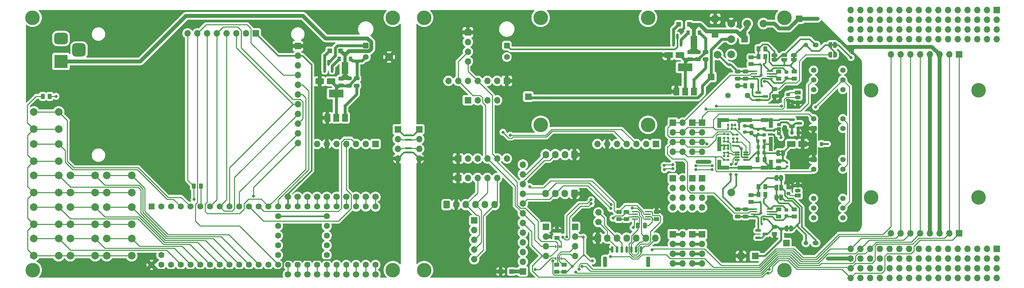
<source format=gbr>
%TF.GenerationSoftware,KiCad,Pcbnew,6.0.2+dfsg-1*%
%TF.CreationDate,2023-06-28T13:42:51-06:00*%
%TF.ProjectId,SpectDrone,53706563-7444-4726-9f6e-652e6b696361,rev?*%
%TF.SameCoordinates,PXd18240cPY697af44*%
%TF.FileFunction,Copper,L2,Bot*%
%TF.FilePolarity,Positive*%
%FSLAX46Y46*%
G04 Gerber Fmt 4.6, Leading zero omitted, Abs format (unit mm)*
G04 Created by KiCad (PCBNEW 6.0.2+dfsg-1) date 2023-06-28 13:42:51*
%MOMM*%
%LPD*%
G01*
G04 APERTURE LIST*
G04 Aperture macros list*
%AMRoundRect*
0 Rectangle with rounded corners*
0 $1 Rounding radius*
0 $2 $3 $4 $5 $6 $7 $8 $9 X,Y pos of 4 corners*
0 Add a 4 corners polygon primitive as box body*
4,1,4,$2,$3,$4,$5,$6,$7,$8,$9,$2,$3,0*
0 Add four circle primitives for the rounded corners*
1,1,$1+$1,$2,$3*
1,1,$1+$1,$4,$5*
1,1,$1+$1,$6,$7*
1,1,$1+$1,$8,$9*
0 Add four rect primitives between the rounded corners*
20,1,$1+$1,$2,$3,$4,$5,0*
20,1,$1+$1,$4,$5,$6,$7,0*
20,1,$1+$1,$6,$7,$8,$9,0*
20,1,$1+$1,$8,$9,$2,$3,0*%
%AMFreePoly0*
4,1,22,0.500000,-0.750000,0.000000,-0.750000,0.000000,-0.745033,-0.079941,-0.743568,-0.215256,-0.701293,-0.333266,-0.622738,-0.424486,-0.514219,-0.481581,-0.384460,-0.499164,-0.250000,-0.500000,-0.250000,-0.500000,0.250000,-0.499164,0.250000,-0.499963,0.256109,-0.478152,0.396186,-0.417904,0.524511,-0.324060,0.630769,-0.204165,0.706417,-0.067858,0.745374,0.000000,0.744959,0.000000,0.750000,
0.500000,0.750000,0.500000,-0.750000,0.500000,-0.750000,$1*%
%AMFreePoly1*
4,1,20,0.000000,0.744959,0.073905,0.744508,0.209726,0.703889,0.328688,0.626782,0.421226,0.519385,0.479903,0.390333,0.500000,0.250000,0.500000,-0.250000,0.499851,-0.262216,0.476331,-0.402017,0.414519,-0.529596,0.319384,-0.634700,0.198574,-0.708877,0.061801,-0.746166,0.000000,-0.745033,0.000000,-0.750000,-0.500000,-0.750000,-0.500000,0.750000,0.000000,0.750000,0.000000,0.744959,
0.000000,0.744959,$1*%
%AMFreePoly2*
4,1,16,0.300000,-0.231000,-0.349600,-0.231000,-0.349600,-0.230920,-0.350000,-0.231000,-0.438400,-0.213416,-0.513342,-0.163342,-0.563416,-0.088400,-0.581000,0.000000,-0.563416,0.088400,-0.513342,0.163342,-0.438400,0.213416,-0.350000,0.231000,-0.349600,0.230920,-0.349600,0.231000,0.300000,0.231000,0.300000,-0.231000,0.300000,-0.231000,$1*%
%AMFreePoly3*
4,1,12,0.350000,0.230000,0.438017,0.212492,0.512635,0.162635,0.562492,0.088017,0.580000,0.000000,0.562492,-0.088017,0.512635,-0.162635,0.438017,-0.212492,0.350000,-0.230000,-0.300000,-0.231000,-0.300000,0.231000,0.350000,0.230000,0.350000,0.230000,$1*%
%AMFreePoly4*
4,1,9,3.862500,-0.866500,0.737500,-0.866500,0.737500,-0.450000,-0.737500,-0.450000,-0.737500,0.450000,0.737500,0.450000,0.737500,0.866500,3.862500,0.866500,3.862500,-0.866500,3.862500,-0.866500,$1*%
%AMFreePoly5*
4,1,13,0.412500,-0.525000,-0.137500,-0.525000,-0.242738,-0.504067,-0.331954,-0.444454,-0.391567,-0.355238,-0.412500,-0.250000,-0.412500,0.250000,-0.391567,0.355238,-0.331954,0.444454,-0.242738,0.504067,-0.137500,0.525000,0.412500,0.525000,0.412500,-0.525000,0.412500,-0.525000,$1*%
%AMFreePoly6*
4,1,13,0.242738,0.504067,0.331954,0.444454,0.391567,0.355238,0.412500,0.250000,0.412500,-0.250000,0.391567,-0.355238,0.331954,-0.444454,0.242738,-0.504067,0.137500,-0.525000,-0.412500,-0.525000,-0.412500,0.525000,0.137500,0.525000,0.242738,0.504067,0.242738,0.504067,$1*%
G04 Aperture macros list end*
%TA.AperFunction,ComponentPad*%
%ADD10C,2.600000*%
%TD*%
%TA.AperFunction,ConnectorPad*%
%ADD11C,3.800000*%
%TD*%
%TA.AperFunction,ComponentPad*%
%ADD12C,1.700000*%
%TD*%
%TA.AperFunction,ComponentPad*%
%ADD13R,1.700000X1.700000*%
%TD*%
%TA.AperFunction,ComponentPad*%
%ADD14O,1.700000X1.700000*%
%TD*%
%TA.AperFunction,ComponentPad*%
%ADD15RoundRect,0.249900X-0.450100X-0.450100X0.450100X-0.450100X0.450100X0.450100X-0.450100X0.450100X0*%
%TD*%
%TA.AperFunction,ComponentPad*%
%ADD16C,1.400000*%
%TD*%
%TA.AperFunction,ComponentPad*%
%ADD17C,1.440000*%
%TD*%
%TA.AperFunction,ComponentPad*%
%ADD18O,1.600000X1.200000*%
%TD*%
%TA.AperFunction,ComponentPad*%
%ADD19O,1.200000X1.200000*%
%TD*%
%TA.AperFunction,ComponentPad*%
%ADD20R,1.500000X1.050000*%
%TD*%
%TA.AperFunction,ComponentPad*%
%ADD21O,1.500000X1.050000*%
%TD*%
%TA.AperFunction,ComponentPad*%
%ADD22C,2.000000*%
%TD*%
%TA.AperFunction,SMDPad,CuDef*%
%ADD23RoundRect,0.250000X-0.450000X0.262500X-0.450000X-0.262500X0.450000X-0.262500X0.450000X0.262500X0*%
%TD*%
%TA.AperFunction,SMDPad,CuDef*%
%ADD24FreePoly0,180.000000*%
%TD*%
%TA.AperFunction,SMDPad,CuDef*%
%ADD25FreePoly1,180.000000*%
%TD*%
%TA.AperFunction,SMDPad,CuDef*%
%ADD26R,0.300000X0.800000*%
%TD*%
%TA.AperFunction,SMDPad,CuDef*%
%ADD27R,1.500000X2.000000*%
%TD*%
%TA.AperFunction,SMDPad,CuDef*%
%ADD28R,3.800000X2.000000*%
%TD*%
%TA.AperFunction,SMDPad,CuDef*%
%ADD29RoundRect,0.200000X-0.200000X-0.275000X0.200000X-0.275000X0.200000X0.275000X-0.200000X0.275000X0*%
%TD*%
%TA.AperFunction,SMDPad,CuDef*%
%ADD30RoundRect,0.140000X-0.140000X-0.170000X0.140000X-0.170000X0.140000X0.170000X-0.140000X0.170000X0*%
%TD*%
%TA.AperFunction,SMDPad,CuDef*%
%ADD31RoundRect,0.250000X0.450000X-0.262500X0.450000X0.262500X-0.450000X0.262500X-0.450000X-0.262500X0*%
%TD*%
%TA.AperFunction,SMDPad,CuDef*%
%ADD32RoundRect,0.140000X0.140000X0.170000X-0.140000X0.170000X-0.140000X-0.170000X0.140000X-0.170000X0*%
%TD*%
%TA.AperFunction,SMDPad,CuDef*%
%ADD33RoundRect,0.135000X-0.185000X0.135000X-0.185000X-0.135000X0.185000X-0.135000X0.185000X0.135000X0*%
%TD*%
%TA.AperFunction,SMDPad,CuDef*%
%ADD34RoundRect,0.100000X0.712500X0.100000X-0.712500X0.100000X-0.712500X-0.100000X0.712500X-0.100000X0*%
%TD*%
%TA.AperFunction,SMDPad,CuDef*%
%ADD35RoundRect,0.125000X-0.537500X-0.125000X0.537500X-0.125000X0.537500X0.125000X-0.537500X0.125000X0*%
%TD*%
%TA.AperFunction,SMDPad,CuDef*%
%ADD36RoundRect,0.250000X-0.250000X-0.475000X0.250000X-0.475000X0.250000X0.475000X-0.250000X0.475000X0*%
%TD*%
%TA.AperFunction,SMDPad,CuDef*%
%ADD37RoundRect,0.225000X0.250000X-0.225000X0.250000X0.225000X-0.250000X0.225000X-0.250000X-0.225000X0*%
%TD*%
%TA.AperFunction,SMDPad,CuDef*%
%ADD38RoundRect,0.250000X-0.475000X0.250000X-0.475000X-0.250000X0.475000X-0.250000X0.475000X0.250000X0*%
%TD*%
%TA.AperFunction,SMDPad,CuDef*%
%ADD39RoundRect,0.250000X-0.275000X0.312500X-0.275000X-0.312500X0.275000X-0.312500X0.275000X0.312500X0*%
%TD*%
%TA.AperFunction,SMDPad,CuDef*%
%ADD40RoundRect,0.135000X0.135000X0.185000X-0.135000X0.185000X-0.135000X-0.185000X0.135000X-0.185000X0*%
%TD*%
%TA.AperFunction,SMDPad,CuDef*%
%ADD41RoundRect,0.150000X-0.587500X-0.150000X0.587500X-0.150000X0.587500X0.150000X-0.587500X0.150000X0*%
%TD*%
%TA.AperFunction,SMDPad,CuDef*%
%ADD42RoundRect,0.250000X0.475000X-0.250000X0.475000X0.250000X-0.475000X0.250000X-0.475000X-0.250000X0*%
%TD*%
%TA.AperFunction,SMDPad,CuDef*%
%ADD43RoundRect,0.225000X-0.225000X-0.250000X0.225000X-0.250000X0.225000X0.250000X-0.225000X0.250000X0*%
%TD*%
%TA.AperFunction,SMDPad,CuDef*%
%ADD44FreePoly2,180.000000*%
%TD*%
%TA.AperFunction,SMDPad,CuDef*%
%ADD45FreePoly3,180.000000*%
%TD*%
%TA.AperFunction,SMDPad,CuDef*%
%ADD46RoundRect,0.140000X-0.170000X0.140000X-0.170000X-0.140000X0.170000X-0.140000X0.170000X0.140000X0*%
%TD*%
%TA.AperFunction,ComponentPad*%
%ADD47RoundRect,0.250000X0.600000X0.725000X-0.600000X0.725000X-0.600000X-0.725000X0.600000X-0.725000X0*%
%TD*%
%TA.AperFunction,ComponentPad*%
%ADD48O,1.700000X1.950000*%
%TD*%
%TA.AperFunction,SMDPad,CuDef*%
%ADD49R,0.900000X1.300000*%
%TD*%
%TA.AperFunction,SMDPad,CuDef*%
%ADD50FreePoly4,270.000000*%
%TD*%
%TA.AperFunction,SMDPad,CuDef*%
%ADD51RoundRect,0.250000X0.262500X0.450000X-0.262500X0.450000X-0.262500X-0.450000X0.262500X-0.450000X0*%
%TD*%
%TA.AperFunction,SMDPad,CuDef*%
%ADD52R,3.800000X1.000000*%
%TD*%
%TA.AperFunction,SMDPad,CuDef*%
%ADD53R,1.000000X1.650000*%
%TD*%
%TA.AperFunction,SMDPad,CuDef*%
%ADD54R,1.000000X3.800000*%
%TD*%
%TA.AperFunction,SMDPad,CuDef*%
%ADD55R,1.000000X1.000000*%
%TD*%
%TA.AperFunction,SMDPad,CuDef*%
%ADD56R,2.130000X1.000000*%
%TD*%
%TA.AperFunction,SMDPad,CuDef*%
%ADD57RoundRect,0.200000X-0.275000X0.200000X-0.275000X-0.200000X0.275000X-0.200000X0.275000X0.200000X0*%
%TD*%
%TA.AperFunction,ComponentPad*%
%ADD58C,1.600000*%
%TD*%
%TA.AperFunction,ComponentPad*%
%ADD59R,1.600000X1.600000*%
%TD*%
%TA.AperFunction,SMDPad,CuDef*%
%ADD60RoundRect,0.200000X0.200000X0.275000X-0.200000X0.275000X-0.200000X-0.275000X0.200000X-0.275000X0*%
%TD*%
%TA.AperFunction,SMDPad,CuDef*%
%ADD61RoundRect,0.135000X0.185000X-0.135000X0.185000X0.135000X-0.185000X0.135000X-0.185000X-0.135000X0*%
%TD*%
%TA.AperFunction,SMDPad,CuDef*%
%ADD62FreePoly0,270.000000*%
%TD*%
%TA.AperFunction,SMDPad,CuDef*%
%ADD63FreePoly1,270.000000*%
%TD*%
%TA.AperFunction,SMDPad,CuDef*%
%ADD64RoundRect,0.140000X0.170000X-0.140000X0.170000X0.140000X-0.170000X0.140000X-0.170000X-0.140000X0*%
%TD*%
%TA.AperFunction,SMDPad,CuDef*%
%ADD65R,1.200000X1.200000*%
%TD*%
%TA.AperFunction,SMDPad,CuDef*%
%ADD66RoundRect,0.225000X-0.250000X0.225000X-0.250000X-0.225000X0.250000X-0.225000X0.250000X0.225000X0*%
%TD*%
%TA.AperFunction,ComponentPad*%
%ADD67RoundRect,0.250000X-0.600000X-0.725000X0.600000X-0.725000X0.600000X0.725000X-0.600000X0.725000X0*%
%TD*%
%TA.AperFunction,ComponentPad*%
%ADD68R,3.500000X3.500000*%
%TD*%
%TA.AperFunction,ComponentPad*%
%ADD69RoundRect,0.750000X-1.000000X0.750000X-1.000000X-0.750000X1.000000X-0.750000X1.000000X0.750000X0*%
%TD*%
%TA.AperFunction,ComponentPad*%
%ADD70RoundRect,0.875000X-0.875000X0.875000X-0.875000X-0.875000X0.875000X-0.875000X0.875000X0.875000X0*%
%TD*%
%TA.AperFunction,SMDPad,CuDef*%
%ADD71FreePoly5,90.000000*%
%TD*%
%TA.AperFunction,SMDPad,CuDef*%
%ADD72R,1.050000X1.050000*%
%TD*%
%TA.AperFunction,SMDPad,CuDef*%
%ADD73FreePoly6,90.000000*%
%TD*%
%TA.AperFunction,SMDPad,CuDef*%
%ADD74FreePoly6,0.000000*%
%TD*%
%TA.AperFunction,SMDPad,CuDef*%
%ADD75R,1.600000X0.300000*%
%TD*%
%TA.AperFunction,SMDPad,CuDef*%
%ADD76RoundRect,0.250000X-0.262500X-0.450000X0.262500X-0.450000X0.262500X0.450000X-0.262500X0.450000X0*%
%TD*%
%TA.AperFunction,SMDPad,CuDef*%
%ADD77RoundRect,0.250000X0.850000X0.550000X-0.850000X0.550000X-0.850000X-0.550000X0.850000X-0.550000X0*%
%TD*%
%TA.AperFunction,SMDPad,CuDef*%
%ADD78RoundRect,0.150000X0.150000X-0.587500X0.150000X0.587500X-0.150000X0.587500X-0.150000X-0.587500X0*%
%TD*%
%TA.AperFunction,ComponentPad*%
%ADD79RoundRect,0.250001X0.499999X0.499999X-0.499999X0.499999X-0.499999X-0.499999X0.499999X-0.499999X0*%
%TD*%
%TA.AperFunction,ComponentPad*%
%ADD80C,1.500000*%
%TD*%
%TA.AperFunction,SMDPad,CuDef*%
%ADD81RoundRect,0.250000X-0.850000X-0.550000X0.850000X-0.550000X0.850000X0.550000X-0.850000X0.550000X0*%
%TD*%
%TA.AperFunction,SMDPad,CuDef*%
%ADD82RoundRect,0.150000X0.150000X0.700000X-0.150000X0.700000X-0.150000X-0.700000X0.150000X-0.700000X0*%
%TD*%
%TA.AperFunction,SMDPad,CuDef*%
%ADD83RoundRect,0.250000X0.250000X1.100000X-0.250000X1.100000X-0.250000X-1.100000X0.250000X-1.100000X0*%
%TD*%
%TA.AperFunction,SMDPad,CuDef*%
%ADD84FreePoly0,0.000000*%
%TD*%
%TA.AperFunction,SMDPad,CuDef*%
%ADD85FreePoly1,0.000000*%
%TD*%
%TA.AperFunction,SMDPad,CuDef*%
%ADD86RoundRect,0.250000X0.250000X0.475000X-0.250000X0.475000X-0.250000X-0.475000X0.250000X-0.475000X0*%
%TD*%
%TA.AperFunction,SMDPad,CuDef*%
%ADD87FreePoly0,90.000000*%
%TD*%
%TA.AperFunction,SMDPad,CuDef*%
%ADD88FreePoly1,90.000000*%
%TD*%
%TA.AperFunction,ViaPad*%
%ADD89C,0.800000*%
%TD*%
%TA.AperFunction,ViaPad*%
%ADD90C,0.508000*%
%TD*%
%TA.AperFunction,Conductor*%
%ADD91C,0.250000*%
%TD*%
%TA.AperFunction,Conductor*%
%ADD92C,0.450000*%
%TD*%
%TA.AperFunction,Conductor*%
%ADD93C,0.750000*%
%TD*%
%TA.AperFunction,Conductor*%
%ADD94C,0.400000*%
%TD*%
%TA.AperFunction,Conductor*%
%ADD95C,1.000000*%
%TD*%
%TA.AperFunction,Conductor*%
%ADD96C,0.500000*%
%TD*%
G04 APERTURE END LIST*
%TO.C,JPD4*%
G36*
X-1163300Y-14270000D02*
G01*
X-1663300Y-14270000D01*
X-1663300Y-13670000D01*
X-1163300Y-13670000D01*
X-1163300Y-14270000D01*
G37*
%TO.C,JP15*%
G36*
X-97942600Y-2461001D02*
G01*
X-98142600Y-2461001D01*
X-98142600Y-1999001D01*
X-97942600Y-1999001D01*
X-97942600Y-2461001D01*
G37*
%TO.C,JPV2*%
G36*
X12850000Y25600000D02*
G01*
X12350000Y25600000D01*
X12350000Y26200000D01*
X12850000Y26200000D01*
X12850000Y25600000D01*
G37*
%TO.C,JP16*%
G36*
X-887300Y2960800D02*
G01*
X-1187300Y2960800D01*
X-1187300Y3460800D01*
X-887300Y3460800D01*
X-887300Y2960800D01*
G37*
G36*
X-1587300Y2960800D02*
G01*
X-1887300Y2960800D01*
X-1887300Y3460800D01*
X-1587300Y3460800D01*
X-1587300Y2960800D01*
G37*
%TO.C,JP12*%
G36*
X-97942600Y1998999D02*
G01*
X-98142600Y1998999D01*
X-98142600Y2460999D01*
X-97942600Y2460999D01*
X-97942600Y1998999D01*
G37*
%TO.C,JPD6*%
G36*
X-1163300Y-9190000D02*
G01*
X-1663300Y-9190000D01*
X-1663300Y-8590000D01*
X-1163300Y-8590000D01*
X-1163300Y-9190000D01*
G37*
%TO.C,JP11*%
G36*
X-735900Y-2970900D02*
G01*
X-1235900Y-2970900D01*
X-1235900Y-2570900D01*
X-735900Y-2570900D01*
X-735900Y-2970900D01*
G37*
G36*
X-735900Y-2170900D02*
G01*
X-1235900Y-2170900D01*
X-1235900Y-1770900D01*
X-735900Y-1770900D01*
X-735900Y-2170900D01*
G37*
%TO.C,JPD1*%
G36*
X2838700Y22356000D02*
G01*
X2238700Y22356000D01*
X2238700Y22856000D01*
X2838700Y22856000D01*
X2838700Y22356000D01*
G37*
%TO.C,JPV1*%
G36*
X1448700Y-22398000D02*
G01*
X948700Y-22398000D01*
X948700Y-21798000D01*
X1448700Y-21798000D01*
X1448700Y-22398000D01*
G37*
%TO.C,JP13*%
G36*
X-97942600Y878999D02*
G01*
X-98142600Y878999D01*
X-98142600Y1340999D01*
X-97942600Y1340999D01*
X-97942600Y878999D01*
G37*
%TO.C,JPD3*%
G36*
X-2241300Y22356000D02*
G01*
X-2841300Y22356000D01*
X-2841300Y22856000D01*
X-2241300Y22856000D01*
X-2241300Y22356000D01*
G37*
%TO.C,JP14*%
G36*
X-97942600Y-1341001D02*
G01*
X-98142600Y-1341001D01*
X-98142600Y-879001D01*
X-97942600Y-879001D01*
X-97942600Y-1341001D01*
G37*
%TD*%
D10*
%TO.P,H8,1*%
%TO.N,N/C*%
X22677600Y13999800D03*
D11*
X22677600Y13999800D03*
%TD*%
D12*
%TO.P,JRX8,1,Pin_1*%
%TO.N,/RX8*%
X-109195900Y-34175900D03*
%TD*%
%TO.P,JA17,1,Pin_1*%
%TO.N,/A17*%
X-126975900Y-34175900D03*
%TD*%
D13*
%TO.P,J1-2,1,Pin_1*%
%TO.N,/UT1*%
X-24003000Y-9016949D03*
D14*
%TO.P,J1-2,2,Pin_2*%
%TO.N,/UT2*%
X-24003000Y-11556949D03*
%TO.P,J1-2,3,Pin_3*%
%TO.N,/CAN_H*%
X-24003000Y-14096949D03*
%TO.P,J1-2,4,Pin_4*%
%TO.N,/CAN_L*%
X-24003000Y-16636949D03*
%TO.P,J1-2,5,Pin_5*%
%TO.N,/RX*%
X-26503000Y-16636949D03*
%TO.P,J1-2,6,Pin_6*%
%TO.N,/TX*%
X-26503000Y-14096949D03*
%TO.P,J1-2,7,Pin_7*%
%TO.N,/APCRX*%
X-26503000Y-11556949D03*
%TO.P,J1-2,8,Pin_8*%
%TO.N,/APCTX*%
X-26503000Y-9016949D03*
%TD*%
D15*
%TO.P,U2,1,VCC*%
%TO.N,5V3*%
X7620000Y-4064000D03*
D16*
%TO.P,U2,2,VIDEO*%
%TO.N,S2*%
X7620000Y-6604000D03*
%TO.P,U2,3,GND*%
%TO.N,GND1*%
X7620000Y-14224000D03*
%TO.P,U2,4,CLK*%
%TO.N,/CLK2*%
X7620000Y-16764000D03*
%TO.P,U2,5,CASE*%
%TO.N,GND1*%
X7620000Y-19304000D03*
%TO.P,U2,6,NC*%
%TO.N,unconnected-(U2-Pad6)*%
X15240000Y-19304000D03*
%TO.P,U2,7,ST*%
%TO.N,/ST*%
X15240000Y-16764000D03*
%TO.P,U2,8,NC*%
%TO.N,unconnected-(U2-Pad8)*%
X15240000Y-14224000D03*
%TO.P,U2,9,GAIN*%
%TO.N,/GAIN*%
X15240000Y-6604000D03*
%TO.P,U2,10,EOS*%
%TO.N,unconnected-(U2-Pad10)*%
X15240000Y-4064000D03*
%TD*%
D13*
%TO.P,JVIN1,1,Pin_1*%
%TO.N,/VIN1*%
X-10414000Y27432100D03*
%TD*%
D10*
%TO.P,H7,1*%
%TO.N,N/C*%
X50677600Y-14000200D03*
D11*
X50677600Y-14000200D03*
%TD*%
D12*
%TO.P,JRX7,1,Pin_1*%
%TO.N,/RX7*%
X-116815900Y-13855900D03*
%TD*%
D11*
%TO.P,H14,1*%
%TO.N,N/C*%
X-196089300Y33020000D03*
D10*
X-196089300Y33020000D03*
%TD*%
D12*
%TO.P,JA16,1,Pin_1*%
%TO.N,/A16*%
X-124435900Y-34175900D03*
%TD*%
D13*
%TO.P,JAC1,1,Pin_1*%
%TO.N,SCL*%
X45552800Y-23398400D03*
D14*
%TO.P,JAC1,2,Pin_2*%
%TO.N,SDA*%
X43012800Y-23398400D03*
%TO.P,JAC1,3,Pin_3*%
%TO.N,5V3*%
X40472800Y-23398400D03*
%TO.P,JAC1,4,Pin_4*%
%TO.N,GND1*%
X37932800Y-23398400D03*
%TO.P,JAC1,5,Pin_5*%
%TO.N,SCK*%
X35392800Y-23398400D03*
%TO.P,JAC1,6,Pin_6*%
%TO.N,MISO*%
X32852800Y-23398400D03*
%TO.P,JAC1,7,Pin_7*%
%TO.N,MOSI*%
X30312800Y-23398400D03*
%TO.P,JAC1,8,Pin_8*%
%TO.N,/CAM1TX*%
X27772800Y-23398400D03*
%TD*%
D10*
%TO.P,H11,1*%
%TO.N,N/C*%
X-35560000Y5007100D03*
D11*
X-35560000Y5007100D03*
%TD*%
%TO.P,H4,1*%
%TO.N,N/C*%
X-93980000Y-33020000D03*
D10*
X-93980000Y-33020000D03*
%TD*%
D12*
%TO.P,J3V2,1,Pin_1*%
%TO.N,/3V2*%
X-129515900Y-13855900D03*
%TD*%
D10*
%TO.P,H3,1*%
%TO.N,N/C*%
X-93980000Y33020000D03*
D11*
X-93980000Y33020000D03*
%TD*%
D13*
%TO.P,JAUX1,1,Pin_1*%
%TO.N,Net-(D3-Pad1)*%
X-68199000Y-33337500D03*
D14*
%TO.P,JAUX1,2,Pin_2*%
%TO.N,GND1*%
X-68199000Y-30797500D03*
%TO.P,JAUX1,3,Pin_3*%
%TO.N,MOSI*%
X-68199000Y-28257500D03*
%TO.P,JAUX1,4,Pin_4*%
%TO.N,SCK*%
X-68199000Y-25717500D03*
%TO.P,JAUX1,5,Pin_5*%
%TO.N,MISO*%
X-68199000Y-23177500D03*
%TO.P,JAUX1,6,Pin_6*%
%TO.N,SCL*%
X-68199000Y-20637500D03*
%TO.P,JAUX1,7,Pin_7*%
%TO.N,SDA*%
X-68199000Y-18097500D03*
%TO.P,JAUX1,8,Pin_8*%
%TO.N,/CAM2RX*%
X-68199000Y-15557500D03*
%TO.P,JAUX1,9,Pin_9*%
%TO.N,/CAM2TX*%
X-68199000Y-13017500D03*
%TO.P,JAUX1,10,Pin_10*%
%TO.N,/CAM1RX*%
X-68199000Y-10477500D03*
%TO.P,JAUX1,11,Pin_11*%
%TO.N,/CAM1TX*%
X-68199000Y-7937500D03*
%TO.P,JAUX1,12,Pin_12*%
%TO.N,/TXS_{E}*%
X-68199000Y-5397500D03*
%TD*%
D12*
%TO.P,JA12,1,Pin_1*%
%TO.N,/MOSI1*%
X-121895900Y-13855900D03*
%TD*%
D13*
%TO.P,JAPC1,1,Pin_1*%
%TO.N,/APCTX*%
X-29083446Y-9016949D03*
D14*
%TO.P,JAPC1,2,Pin_2*%
%TO.N,/APCRX*%
X-29083446Y-11556949D03*
%TO.P,JAPC1,3,Pin_3*%
%TO.N,/TX*%
X-29083446Y-14096949D03*
%TO.P,JAPC1,4,Pin_4*%
%TO.N,/RX*%
X-29083446Y-16636949D03*
%TD*%
D10*
%TO.P,H15,1*%
%TO.N,N/C*%
X-196057300Y-33020000D03*
D11*
X-196057300Y-33020000D03*
%TD*%
D13*
%TO.P,J3V3,1,Pin_1*%
%TO.N,/3V1*%
X-66800000Y12380000D03*
%TD*%
%TO.P,J1-3,1,Pin_1*%
%TO.N,Net-(J1-3-2-Pad1)*%
X-24003000Y-23621949D03*
D14*
%TO.P,J1-3,2,Pin_2*%
%TO.N,Net-(J1-3-2-Pad2)*%
X-24003000Y-26161949D03*
%TO.P,J1-3,3,Pin_3*%
%TO.N,Net-(J1-3-2-Pad3)*%
X-24003000Y-28701949D03*
%TO.P,J1-3,4,Pin_4*%
%TO.N,Net-(J1-3-2-Pad4)*%
X-24003000Y-31241949D03*
%TO.P,J1-3,5,Pin_5*%
%TO.N,Net-(J1-3-1-Pad4)*%
X-26503000Y-31241949D03*
%TO.P,J1-3,6,Pin_6*%
%TO.N,Net-(J1-3-1-Pad3)*%
X-26503000Y-28701949D03*
%TO.P,J1-3,7,Pin_7*%
%TO.N,Net-(J1-3-1-Pad2)*%
X-26503000Y-26161949D03*
%TO.P,J1-3,8,Pin_8*%
%TO.N,Net-(J1-3-1-Pad1)*%
X-26503000Y-23621949D03*
%TD*%
D12*
%TO.P,JRX3,1,Pin_1*%
%TO.N,/RX3*%
X-111735900Y-13855900D03*
%TD*%
D13*
%TO.P,J1-3-1,1,Pin_1*%
%TO.N,Net-(J1-3-1-Pad1)*%
X-29083446Y-23621949D03*
D14*
%TO.P,J1-3-1,2,Pin_2*%
%TO.N,Net-(J1-3-1-Pad2)*%
X-29083446Y-26161949D03*
%TO.P,J1-3-1,3,Pin_3*%
%TO.N,Net-(J1-3-1-Pad3)*%
X-29083446Y-28701949D03*
%TO.P,J1-3-1,4,Pin_4*%
%TO.N,Net-(J1-3-1-Pad4)*%
X-29083446Y-31241949D03*
%TD*%
D11*
%TO.P,H9,1*%
%TO.N,N/C*%
X-63560000Y5007100D03*
D10*
X-63560000Y5007100D03*
%TD*%
D12*
%TO.P,CAN1,1,Pin_1*%
%TO.N,/CAN_L*%
X-48489900Y-20459900D03*
D14*
%TO.P,CAN1,2,Pin_2*%
%TO.N,/CAN_H*%
X-48489900Y-17919900D03*
%TD*%
D11*
%TO.P,H6,1*%
%TO.N,N/C*%
X50677600Y13999800D03*
D10*
X50677600Y13999800D03*
%TD*%
%TO.P,H12,1*%
%TO.N,N/C*%
X-63560000Y33007100D03*
D11*
X-63560000Y33007100D03*
%TD*%
%TO.P,H13,1*%
%TO.N,N/C*%
X-102109300Y33020000D03*
D10*
X-102109300Y33020000D03*
%TD*%
D13*
%TO.P,JUT1,1,Pin_1*%
%TO.N,/UT1*%
X-21463000Y-9016949D03*
D14*
%TO.P,JUT1,2,Pin_2*%
%TO.N,/UT2*%
X-21463000Y-11556949D03*
%TO.P,JUT1,3,Pin_3*%
%TO.N,/CAN_H*%
X-21463000Y-14096949D03*
%TO.P,JUT1,4,Pin_4*%
%TO.N,/CAN_L*%
X-21463000Y-16636949D03*
%TD*%
D12*
%TO.P,JTX3,1,Pin_1*%
%TO.N,/TX3*%
X-109195900Y-13855900D03*
%TD*%
%TO.P,JA11,1,Pin_1*%
%TO.N,/SDA2*%
X-124435900Y-13855900D03*
%TD*%
D17*
%TO.P,RV1,1,1*%
%TO.N,1V1*%
X-9627900Y12687100D03*
%TO.P,RV1,2,2*%
%TO.N,Net-(R9-Pad2)*%
X-12167900Y15227100D03*
%TO.P,RV1,3,3*%
%TO.N,GND1*%
X-14707900Y12687100D03*
%TD*%
D11*
%TO.P,H2,1*%
%TO.N,N/C*%
X0Y33020000D03*
D10*
X0Y33020000D03*
%TD*%
D13*
%TO.P,JGPS1,1,Pin_1*%
%TO.N,/GPS_5V*%
X-80900000Y-20011000D03*
D14*
%TO.P,JGPS1,2,Pin_2*%
%TO.N,/GPS_GND*%
X-80900000Y-22551000D03*
%TO.P,JGPS1,3,Pin_3*%
%TO.N,/GPSRX*%
X-80900000Y-25091000D03*
%TO.P,JGPS1,4,Pin_4*%
%TO.N,/GPSTX*%
X-80900000Y-27631000D03*
%TO.P,JGPS1,5,Pin_5*%
%TO.N,/PPS*%
X-80900000Y-30171000D03*
%TD*%
D18*
%TO.P,PD1,1,A*%
%TO.N,Net-(JPD2-Pad1)*%
X8128000Y25908000D03*
D19*
%TO.P,PD1,2,K*%
%TO.N,PD1*%
X5588000Y25908000D03*
%TD*%
D13*
%TO.P,JA1,1,Pin_1*%
%TO.N,P1*%
X-29083446Y5588051D03*
D14*
%TO.P,JA1,2,Pin_2*%
%TO.N,S1*%
X-29083446Y3048051D03*
%TO.P,JA1,3,Pin_3*%
%TO.N,P2*%
X-29083446Y508051D03*
%TO.P,JA1,4,Pin_4*%
%TO.N,S2*%
X-29083446Y-2031949D03*
%TD*%
D12*
%TO.P,JTX8,1,Pin_1*%
%TO.N,/TX8*%
X-111735900Y-34175900D03*
%TD*%
D20*
%TO.P,UT2,1,GND*%
%TO.N,GND1*%
X3505200Y-13462000D03*
D21*
%TO.P,UT2,2,Signal*%
%TO.N,/UT2*%
X3505200Y-12192000D03*
%TO.P,UT2,3,V+*%
%TO.N,5V3*%
X3505200Y-10922000D03*
%TD*%
D11*
%TO.P,H10,1*%
%TO.N,N/C*%
X-35560000Y33007100D03*
D10*
X-35560000Y33007100D03*
%TD*%
D12*
%TO.P,JCK2,1,Pin_1*%
%TO.N,/CK2*%
X-106655900Y-34175900D03*
%TD*%
%TO.P,JTX7,1,Pin_1*%
%TO.N,/TX7*%
X-114275900Y-13855900D03*
%TD*%
D13*
%TO.P,JD1,1,Pin_1*%
%TO.N,/CLK1*%
X-21463000Y5588051D03*
D14*
%TO.P,JD1,2,Pin_2*%
%TO.N,/ST*%
X-21463000Y3048051D03*
%TO.P,JD1,3,Pin_3*%
%TO.N,/GAIN*%
X-21463000Y508051D03*
%TO.P,JD1,4,Pin_4*%
%TO.N,/CLK2*%
X-21463000Y-2031949D03*
%TD*%
D12*
%TO.P,JSS1,1,Pin_1*%
%TO.N,/SS1*%
X-119355900Y-34175900D03*
%TD*%
%TO.P,JGND1,1,Pin_1*%
%TO.N,GND2*%
X-129515900Y-34175900D03*
%TD*%
%TO.P,JSS2,1,Pin_1*%
%TO.N,/SS2*%
X-116815900Y-34175900D03*
%TD*%
%TO.P,JA13,1,Pin_1*%
%TO.N,/SCK1*%
X-119355900Y-13855900D03*
%TD*%
D10*
%TO.P,H5,1*%
%TO.N,N/C*%
X22677600Y-14000200D03*
D11*
X22677600Y-14000200D03*
%TD*%
%TO.P,H1,1*%
%TO.N,N/C*%
X0Y-33020000D03*
D10*
X0Y-33020000D03*
%TD*%
D11*
%TO.P,H16,1*%
%TO.N,N/C*%
X-102109300Y-33020000D03*
D10*
X-102109300Y-33020000D03*
%TD*%
D13*
%TO.P,J1-1,1,Pin_1*%
%TO.N,/CLK1*%
X-24004300Y5588000D03*
D14*
%TO.P,J1-1,2,Pin_2*%
%TO.N,/ST*%
X-24004300Y3048000D03*
%TO.P,J1-1,3,Pin_3*%
%TO.N,/GAIN*%
X-24004300Y508000D03*
%TO.P,J1-1,4,Pin_4*%
%TO.N,/CLK2*%
X-24004300Y-2032000D03*
%TO.P,J1-1,5,Pin_5*%
%TO.N,S2*%
X-26504300Y-2032000D03*
%TO.P,J1-1,6,Pin_6*%
%TO.N,P2*%
X-26504300Y508000D03*
%TO.P,J1-1,7,Pin_7*%
%TO.N,S1*%
X-26504300Y3048000D03*
%TO.P,J1-1,8,Pin_8*%
%TO.N,P1*%
X-26504300Y5588000D03*
%TD*%
D12*
%TO.P,JSS3,1,Pin_1*%
%TO.N,/SS3*%
X-114275900Y-34175900D03*
%TD*%
%TO.P,JOUT1,1,Pin_1*%
%TO.N,/OUT*%
X-106655900Y-13855900D03*
%TD*%
D13*
%TO.P,J1-3-2,1,Pin_1*%
%TO.N,Net-(J1-3-2-Pad1)*%
X-21463000Y-23621949D03*
D14*
%TO.P,J1-3-2,2,Pin_2*%
%TO.N,Net-(J1-3-2-Pad2)*%
X-21463000Y-26161949D03*
%TO.P,J1-3-2,3,Pin_3*%
%TO.N,Net-(J1-3-2-Pad3)*%
X-21463000Y-28701949D03*
%TO.P,J1-3-2,4,Pin_4*%
%TO.N,Net-(J1-3-2-Pad4)*%
X-21463000Y-31241949D03*
%TD*%
D12*
%TO.P,JA10,1,Pin_1*%
%TO.N,/SCL2*%
X-126975900Y-13855900D03*
%TD*%
D22*
%TO.P,TP4,1,1*%
%TO.N,/5V4*%
X-103086300Y22733000D03*
%TD*%
D12*
%TO.P,JMISO1,1,Pin_1*%
%TO.N,/MISO1*%
X-121895900Y-34175900D03*
%TD*%
D23*
%TO.P,RS7,1*%
%TO.N,Net-(JPD4-Pad2)*%
X2540000Y-17121500D03*
%TO.P,RS7,2*%
%TO.N,Net-(CS6-Pad1)*%
X2540000Y-18946500D03*
%TD*%
D22*
%TO.P,SW5,1,1*%
%TO.N,/SW5*%
X-179764300Y-16510000D03*
X-186264300Y-16510000D03*
%TO.P,SW5,2,2*%
%TO.N,Net-(RSW1-Pad2)*%
X-186264300Y-21010000D03*
X-179764300Y-21010000D03*
%TD*%
D24*
%TO.P,JPD4,1,A*%
%TO.N,PD2*%
X-763300Y-13970000D03*
D25*
%TO.P,JPD4,2,B*%
%TO.N,Net-(JPD4-Pad2)*%
X-2063300Y-13970000D03*
%TD*%
D26*
%TO.P,U11,1,VREF1*%
%TO.N,/3V1*%
X-58178000Y-29998000D03*
%TO.P,U11,2,SCL1*%
%TO.N,/SCL3*%
X-58678000Y-29998000D03*
%TO.P,U11,3,SDA1*%
%TO.N,/SDA3*%
X-59178000Y-29998000D03*
%TO.P,U11,4,GND*%
%TO.N,GND1*%
X-59678000Y-29998000D03*
%TO.P,U11,5,SDA2*%
%TO.N,SDA*%
X-59678000Y-26898000D03*
%TO.P,U11,6,SCL2*%
%TO.N,SCL*%
X-59178000Y-26898000D03*
%TO.P,U11,7,VREF2*%
%TO.N,Net-(R7-Pad1)*%
X-58678000Y-26898000D03*
%TO.P,U11,8,EN*%
X-58178000Y-26898000D03*
%TD*%
D27*
%TO.P,U4,1,VI*%
%TO.N,/7-12V1*%
X-23583900Y13728100D03*
D28*
%TO.P,U4,2,GND*%
%TO.N,GND1*%
X-25883900Y20028100D03*
D27*
X-25883900Y13728100D03*
%TO.P,U4,3,VO*%
%TO.N,5V3*%
X-28183900Y13728100D03*
%TD*%
D22*
%TO.P,SW0,1,1*%
%TO.N,/SW0*%
X-195796300Y0D03*
X-189296300Y0D03*
%TO.P,SW0,2,2*%
%TO.N,Net-(RSW1-Pad2)*%
X-195796300Y-4500000D03*
X-189296300Y-4500000D03*
%TD*%
D29*
%TO.P,R10,1*%
%TO.N,5V0*%
X1967700Y2921000D03*
%TO.P,R10,2*%
%TO.N,5V3*%
X3617700Y2921000D03*
%TD*%
D30*
%TO.P,C22,1*%
%TO.N,S1*%
X-14684575Y3922000D03*
%TO.P,C22,2*%
%TO.N,S1_{RF}*%
X-13724575Y3922000D03*
%TD*%
D13*
%TO.P,J7,1,Pin_1*%
%TO.N,unconnected-(J7-Pad1)*%
X55372000Y-27432000D03*
D14*
%TO.P,J7,2,Pin_2*%
%TO.N,unconnected-(J7-Pad2)*%
X52832000Y-27432000D03*
%TO.P,J7,3,Pin_3*%
%TO.N,unconnected-(J7-Pad3)*%
X50292000Y-27432000D03*
%TO.P,J7,4,Pin_4*%
%TO.N,unconnected-(J7-Pad4)*%
X47752000Y-27432000D03*
%TO.P,J7,5,Pin_5*%
%TO.N,unconnected-(J7-Pad5)*%
X45212000Y-27432000D03*
%TO.P,J7,6,Pin_6*%
%TO.N,unconnected-(J7-Pad6)*%
X42672000Y-27432000D03*
%TO.P,J7,7,Pin_7*%
%TO.N,unconnected-(J7-Pad7)*%
X40132000Y-27432000D03*
%TO.P,J7,8,Pin_8*%
%TO.N,unconnected-(J7-Pad8)*%
X37592000Y-27432000D03*
%TO.P,J7,9,Pin_9*%
%TO.N,unconnected-(J7-Pad9)*%
X35052000Y-27432000D03*
%TO.P,J7,10,Pin_10*%
%TO.N,unconnected-(J7-Pad10)*%
X32512000Y-27432000D03*
%TO.P,J7,11,Pin_11*%
%TO.N,unconnected-(J7-Pad11)*%
X29972000Y-27432000D03*
%TO.P,J7,12,Pin_12*%
%TO.N,unconnected-(J7-Pad12)*%
X27432000Y-27432000D03*
%TO.P,J7,13,Pin_13*%
%TO.N,unconnected-(J7-Pad13)*%
X24892000Y-27432000D03*
%TO.P,J7,14,Pin_14*%
%TO.N,SCK*%
X22352000Y-27432000D03*
%TO.P,J7,15,Pin_15*%
%TO.N,MISO*%
X19812000Y-27432000D03*
%TO.P,J7,16,Pin_16*%
%TO.N,MOSI*%
X17272000Y-27432000D03*
%TO.P,J7,17,Pin_17*%
%TO.N,unconnected-(J7-Pad17)*%
X55372000Y-29972000D03*
%TO.P,J7,18,Pin_18*%
%TO.N,unconnected-(J7-Pad18)*%
X52832000Y-29972000D03*
%TO.P,J7,19,Pin_19*%
%TO.N,unconnected-(J7-Pad19)*%
X50292000Y-29972000D03*
%TO.P,J7,20,Pin_20*%
%TO.N,unconnected-(J7-Pad20)*%
X47752000Y-29972000D03*
%TO.P,J7,21,Pin_21*%
%TO.N,unconnected-(J7-Pad21)*%
X45212000Y-29972000D03*
%TO.P,J7,22,Pin_22*%
%TO.N,unconnected-(J7-Pad22)*%
X42672000Y-29972000D03*
%TO.P,J7,23,Pin_23*%
%TO.N,unconnected-(J7-Pad23)*%
X40132000Y-29972000D03*
%TO.P,J7,24,Pin_24*%
%TO.N,unconnected-(J7-Pad24)*%
X37592000Y-29972000D03*
%TO.P,J7,25,Pin_25*%
%TO.N,unconnected-(J7-Pad25)*%
X35052000Y-29972000D03*
%TO.P,J7,26,Pin_26*%
%TO.N,unconnected-(J7-Pad26)*%
X32512000Y-29972000D03*
%TO.P,J7,27,Pin_27*%
%TO.N,unconnected-(J7-Pad27)*%
X29972000Y-29972000D03*
%TO.P,J7,28,Pin_28*%
%TO.N,unconnected-(J7-Pad28)*%
X27432000Y-29972000D03*
%TO.P,J7,29,Pin_29*%
%TO.N,unconnected-(J7-Pad29)*%
X24892000Y-29972000D03*
%TO.P,J7,30,Pin_30*%
%TO.N,unconnected-(J7-Pad30)*%
X22352000Y-29972000D03*
%TO.P,J7,31,Pin_31*%
%TO.N,unconnected-(J7-Pad31)*%
X19812000Y-29972000D03*
%TO.P,J7,32,Pin_32*%
%TO.N,GND1*%
X17272000Y-29972000D03*
%TO.P,J7,33,Pin_33*%
%TO.N,unconnected-(J7-Pad33)*%
X55372000Y-32512000D03*
%TO.P,J7,34,Pin_34*%
%TO.N,unconnected-(J7-Pad34)*%
X52832000Y-32512000D03*
%TO.P,J7,35,Pin_35*%
%TO.N,unconnected-(J7-Pad35)*%
X50292000Y-32512000D03*
%TO.P,J7,36,Pin_36*%
%TO.N,unconnected-(J7-Pad36)*%
X47752000Y-32512000D03*
%TO.P,J7,37,Pin_37*%
%TO.N,unconnected-(J7-Pad37)*%
X45212000Y-32512000D03*
%TO.P,J7,38,Pin_38*%
%TO.N,unconnected-(J7-Pad38)*%
X42672000Y-32512000D03*
%TO.P,J7,39,Pin_39*%
%TO.N,unconnected-(J7-Pad39)*%
X40132000Y-32512000D03*
%TO.P,J7,40,Pin_40*%
%TO.N,unconnected-(J7-Pad40)*%
X37592000Y-32512000D03*
%TO.P,J7,41,Pin_41*%
%TO.N,unconnected-(J7-Pad41)*%
X35052000Y-32512000D03*
%TO.P,J7,42,Pin_42*%
%TO.N,unconnected-(J7-Pad42)*%
X32512000Y-32512000D03*
%TO.P,J7,43,Pin_43*%
%TO.N,unconnected-(J7-Pad43)*%
X29972000Y-32512000D03*
%TO.P,J7,44,Pin_44*%
%TO.N,unconnected-(J7-Pad44)*%
X27432000Y-32512000D03*
%TO.P,J7,45,Pin_45*%
%TO.N,unconnected-(J7-Pad45)*%
X24892000Y-32512000D03*
%TO.P,J7,46,Pin_46*%
%TO.N,unconnected-(J7-Pad46)*%
X22352000Y-32512000D03*
%TO.P,J7,47,Pin_47*%
%TO.N,unconnected-(J7-Pad47)*%
X19812000Y-32512000D03*
%TO.P,J7,48,Pin_48*%
%TO.N,SDA*%
X17272000Y-32512000D03*
%TO.P,J7,49,Pin_49*%
%TO.N,unconnected-(J7-Pad49)*%
X55372000Y-35052000D03*
%TO.P,J7,50,Pin_50*%
%TO.N,unconnected-(J7-Pad50)*%
X52832000Y-35052000D03*
%TO.P,J7,51,Pin_51*%
%TO.N,unconnected-(J7-Pad51)*%
X50292000Y-35052000D03*
%TO.P,J7,52,Pin_52*%
%TO.N,unconnected-(J7-Pad52)*%
X47752000Y-35052000D03*
%TO.P,J7,53,Pin_53*%
%TO.N,unconnected-(J7-Pad53)*%
X45212000Y-35052000D03*
%TO.P,J7,54,Pin_54*%
%TO.N,unconnected-(J7-Pad54)*%
X42672000Y-35052000D03*
%TO.P,J7,55,Pin_55*%
%TO.N,unconnected-(J7-Pad55)*%
X40132000Y-35052000D03*
%TO.P,J7,56,Pin_56*%
%TO.N,unconnected-(J7-Pad56)*%
X37592000Y-35052000D03*
%TO.P,J7,57,Pin_57*%
%TO.N,unconnected-(J7-Pad57)*%
X35052000Y-35052000D03*
%TO.P,J7,58,Pin_58*%
%TO.N,unconnected-(J7-Pad58)*%
X32512000Y-35052000D03*
%TO.P,J7,59,Pin_59*%
%TO.N,unconnected-(J7-Pad59)*%
X29972000Y-35052000D03*
%TO.P,J7,60,Pin_60*%
%TO.N,unconnected-(J7-Pad60)*%
X27432000Y-35052000D03*
%TO.P,J7,61,Pin_61*%
%TO.N,unconnected-(J7-Pad61)*%
X24892000Y-35052000D03*
%TO.P,J7,62,Pin_62*%
%TO.N,unconnected-(J7-Pad62)*%
X22352000Y-35052000D03*
%TO.P,J7,63,Pin_63*%
%TO.N,unconnected-(J7-Pad63)*%
X19812000Y-35052000D03*
%TO.P,J7,64,Pin_64*%
%TO.N,SCL*%
X17272000Y-35052000D03*
%TD*%
D31*
%TO.P,R7,1*%
%TO.N,Net-(R7-Pad1)*%
X-59309000Y-24534500D03*
%TO.P,R7,2*%
%TO.N,5V3*%
X-59309000Y-22709500D03*
%TD*%
D32*
%TO.P,CS8,1*%
%TO.N,Net-(CS6-Pad1)*%
X-5870000Y-20955000D03*
%TO.P,CS8,2*%
%TO.N,GND1*%
X-6830000Y-20955000D03*
%TD*%
D33*
%TO.P,R16,1*%
%TO.N,S2_{RF}*%
X-15680500Y-3171000D03*
%TO.P,R16,2*%
%TO.N,S2*%
X-15680500Y-4191000D03*
%TD*%
D34*
%TO.P,US2,1,-*%
%TO.N,Net-(CS6-Pad2)*%
X-3729500Y-17059000D03*
%TO.P,US2,2,Rg*%
%TO.N,Net-(RS5-Pad2)*%
X-3729500Y-17709000D03*
%TO.P,US2,3,Rg*%
%TO.N,Net-(RS5-Pad1)*%
X-3729500Y-18359000D03*
%TO.P,US2,4,+*%
%TO.N,Net-(CS6-Pad1)*%
X-3729500Y-19009000D03*
%TO.P,US2,5,Vs-*%
%TO.N,GND1*%
X-7954500Y-19009000D03*
%TO.P,US2,6,Ref*%
X-7954500Y-18359000D03*
%TO.P,US2,7*%
%TO.N,P2*%
X-7954500Y-17709000D03*
%TO.P,US2,8,Vs+*%
%TO.N,V_{AREF}*%
X-7954500Y-17059000D03*
%TD*%
D30*
%TO.P,C23,1*%
%TO.N,S1_{RF}*%
X-12766575Y3922000D03*
%TO.P,C23,2*%
%TO.N,GND_{RF}*%
X-11806575Y3922000D03*
%TD*%
D35*
%TO.P,U12,1,SCL*%
%TO.N,/SCL_{RF}*%
X-12314800Y-4150000D03*
%TO.P,U12,2,SDA*%
%TO.N,/SDA_{RF}*%
X-12314800Y-3500000D03*
%TO.P,U12,3,Vin0*%
%TO.N,S2_{RF}*%
X-12314800Y-2850000D03*
%TO.P,U12,4,Vin1*%
%TO.N,P2_{RF}*%
X-12314800Y-2200000D03*
%TO.P,U12,5,Vin2*%
%TO.N,P1_{RF}*%
X-10039800Y-2200000D03*
%TO.P,U12,6,Vin3*%
%TO.N,S1_{RF}*%
X-10039800Y-2850000D03*
%TO.P,U12,7,GND*%
%TO.N,GND_{RF}*%
X-10039800Y-3500000D03*
%TO.P,U12,8,VDD*%
%TO.N,V_{RF}*%
X-10039800Y-4150000D03*
%TD*%
D22*
%TO.P,SW2,1,1*%
%TO.N,/SW2*%
X-186264300Y-8255000D03*
X-179764300Y-8255000D03*
%TO.P,SW2,2,2*%
%TO.N,Net-(RSW1-Pad2)*%
X-179764300Y-12755000D03*
X-186264300Y-12755000D03*
%TD*%
D31*
%TO.P,R11,1*%
%TO.N,/3V1*%
X-59410600Y-33424500D03*
%TO.P,R11,2*%
%TO.N,/SDA3*%
X-59410600Y-31599500D03*
%TD*%
D13*
%TO.P,J5-1,1,Pin_1*%
%TO.N,5V3*%
X-85090000Y-3810000D03*
D14*
%TO.P,J5-1,2,Pin_2*%
%TO.N,/BNO3VO*%
X-82550000Y-3810000D03*
%TO.P,J5-1,3,Pin_3*%
%TO.N,GND1*%
X-80010000Y-3810000D03*
%TO.P,J5-1,4,Pin_4*%
%TO.N,SDA*%
X-77470000Y-3810000D03*
%TO.P,J5-1,5,Pin_5*%
%TO.N,SCL*%
X-74930000Y-3810000D03*
%TO.P,J5-1,6,Pin_6*%
%TO.N,/BNORST*%
X-72390000Y-3810000D03*
%TD*%
D36*
%TO.P,C13,1*%
%TO.N,V_{RF}*%
X-6986300Y-4064000D03*
%TO.P,C13,2*%
%TO.N,GND_{RF}*%
X-5086300Y-4064000D03*
%TD*%
D37*
%TO.P,CS6,1*%
%TO.N,Net-(CS6-Pad1)*%
X508000Y-18809000D03*
%TO.P,CS6,2*%
%TO.N,Net-(CS6-Pad2)*%
X508000Y-17259000D03*
%TD*%
D38*
%TO.P,CS4,1*%
%TO.N,V_{AREF}*%
X-10160000Y18984000D03*
%TO.P,CS4,2*%
%TO.N,GND1*%
X-10160000Y17084000D03*
%TD*%
%TO.P,C3,1*%
%TO.N,GND1*%
X-20574000Y24061500D03*
%TO.P,C3,2*%
%TO.N,/7-12V1*%
X-20574000Y22161500D03*
%TD*%
D13*
%TO.P,J3V1-1,1,Pin_1*%
%TO.N,/3V1*%
X-19051300Y17526000D03*
%TD*%
D39*
%TO.P,C16,1*%
%TO.N,V_{AREF}*%
X-8577000Y4646700D03*
%TO.P,C16,2*%
%TO.N,V_{RF}*%
X-8577000Y2871700D03*
%TD*%
D33*
%TO.P,R17,1*%
%TO.N,GND_{RF}*%
X-15680500Y-1253000D03*
%TO.P,R17,2*%
%TO.N,S2_{RF}*%
X-15680500Y-2273000D03*
%TD*%
D22*
%TO.P,SW9,1,1*%
%TO.N,/SW9*%
X-189289300Y-24765000D03*
X-195789300Y-24765000D03*
%TO.P,SW9,2,2*%
%TO.N,Net-(RSW1-Pad2)*%
X-189289300Y-29265000D03*
X-195789300Y-29265000D03*
%TD*%
%TO.P,TP1,1,1*%
%TO.N,5V3*%
X-13843000Y31496000D03*
%TD*%
D13*
%TO.P,JAPC-1,1,Pin_1*%
%TO.N,/APCSET*%
X-33528000Y-12900D03*
D14*
%TO.P,JAPC-1,2,Pin_2*%
%TO.N,/APCAUX*%
X-36068000Y-12900D03*
%TO.P,JAPC-1,3,Pin_3*%
%TO.N,/APCTX*%
X-38608000Y-12900D03*
%TO.P,JAPC-1,4,Pin_4*%
%TO.N,/APCRX*%
X-41148000Y-12900D03*
%TO.P,JAPC-1,5,Pin_5*%
%TO.N,/APCEN*%
X-43688000Y-12900D03*
%TO.P,JAPC-1,6,Pin_6*%
%TO.N,5V3*%
X-46228000Y-12900D03*
%TO.P,JAPC-1,7,Pin_7*%
%TO.N,GND1*%
X-48768000Y-12900D03*
%TD*%
D31*
%TO.P,R6,1*%
%TO.N,Net-(C10-Pad1)*%
X-33324800Y-19657700D03*
%TO.P,R6,2*%
%TO.N,5V3*%
X-33324800Y-17832700D03*
%TD*%
D13*
%TO.P,J5V3-1,1,Pin_1*%
%TO.N,5V3*%
X-18035300Y32766000D03*
%TD*%
D38*
%TO.P,C9,1*%
%TO.N,/3V1*%
X-41149300Y-17780000D03*
%TO.P,C9,2*%
%TO.N,GND1*%
X-41149300Y-19680000D03*
%TD*%
D31*
%TO.P,R2,1*%
%TO.N,GND2*%
X-115651300Y15283500D03*
%TO.P,R2,2*%
%TO.N,/VDC*%
X-115651300Y17108500D03*
%TD*%
D32*
%TO.P,CS7,1*%
%TO.N,Net-(CS6-Pad2)*%
X-5362000Y-15240000D03*
%TO.P,CS7,2*%
%TO.N,GND1*%
X-6322000Y-15240000D03*
%TD*%
D40*
%TO.P,R20,1*%
%TO.N,S1_{RF}*%
X-13694575Y4938000D03*
%TO.P,R20,2*%
%TO.N,S1*%
X-14714575Y4938000D03*
%TD*%
D41*
%TO.P,U13,1,K*%
%TO.N,5V0*%
X1961200Y4450000D03*
%TO.P,U13,2,A*%
%TO.N,GND_{RF}*%
X1961200Y6350000D03*
%TO.P,U13,3,REF*%
%TO.N,5V0*%
X3836200Y5400000D03*
%TD*%
D32*
%TO.P,CS2,1*%
%TO.N,Net-(CS1-Pad2)*%
X-5362000Y20828000D03*
%TO.P,CS2,2*%
%TO.N,GND1*%
X-6322000Y20828000D03*
%TD*%
D42*
%TO.P,CS5,1*%
%TO.N,GND1*%
X-12192000Y17084000D03*
%TO.P,CS5,2*%
%TO.N,V_{AREF}*%
X-12192000Y18984000D03*
%TD*%
D13*
%TO.P,JI2C3v-1,1,Pin_1*%
%TO.N,GND1*%
X-54610000Y-21711600D03*
D14*
%TO.P,JI2C3v-1,2,Pin_2*%
%TO.N,/3V1*%
X-54610000Y-24251600D03*
%TO.P,JI2C3v-1,3,Pin_3*%
%TO.N,/SDA3*%
X-54610000Y-26791600D03*
%TO.P,JI2C3v-1,4,Pin_4*%
%TO.N,/SCL3*%
X-54610000Y-29331600D03*
%TD*%
D43*
%TO.P,C17,1*%
%TO.N,V_{RF}*%
X-6811300Y-762000D03*
%TO.P,C17,2*%
%TO.N,GND_{RF}*%
X-5261300Y-762000D03*
%TD*%
D44*
%TO.P,JP15,1,A*%
%TO.N,5V3*%
X-97642600Y-2230001D03*
D45*
%TO.P,JP15,2,B*%
%TO.N,/5V4*%
X-98442600Y-2230001D03*
%TD*%
D22*
%TO.P,TP5v0-1,1,1*%
%TO.N,V_{AREF}*%
X-17400300Y23368000D03*
%TD*%
D20*
%TO.P,UT1,1,GND*%
%TO.N,GND1*%
X3505200Y13462000D03*
D21*
%TO.P,UT1,2,Signal*%
%TO.N,/UT1*%
X3505200Y12192000D03*
%TO.P,UT1,3,V+*%
%TO.N,5V3*%
X3505200Y10922000D03*
%TD*%
D46*
%TO.P,C21,1*%
%TO.N,P2_{RF}*%
X-14654900Y607000D03*
%TO.P,C21,2*%
%TO.N,GND_{RF}*%
X-14654900Y-353000D03*
%TD*%
D47*
%TO.P,JCAM2,1,Pin_1*%
%TO.N,5V3*%
X-54737000Y-12954000D03*
D48*
%TO.P,JCAM2,2,Pin_2*%
%TO.N,GND1*%
X-57237000Y-12954000D03*
%TO.P,JCAM2,3,Pin_3*%
%TO.N,/CAM2RX*%
X-59737000Y-12954000D03*
%TO.P,JCAM2,4,Pin_4*%
%TO.N,/CAM2TX*%
X-62237000Y-12954000D03*
%TD*%
D49*
%TO.P,U3,1,OUT*%
%TO.N,Net-(Q1-Pad1)*%
X-25122000Y29145500D03*
D50*
%TO.P,U3,2,VDD*%
%TO.N,/VIN1*%
X-23622000Y29058000D03*
D49*
%TO.P,U3,3,VSS*%
%TO.N,GND1*%
X-22122000Y29145500D03*
%TD*%
D22*
%TO.P,TP2,1,1*%
%TO.N,/VIN1*%
X-9653300Y31496000D03*
%TD*%
D13*
%TO.P,J3V0-1,1,Pin_1*%
%TO.N,3V0*%
X-7620000Y-29337000D03*
%TD*%
D51*
%TO.P,RSW1,1*%
%TO.N,GND2*%
X-191619500Y12446000D03*
%TO.P,RSW1,2*%
%TO.N,Net-(RSW1-Pad2)*%
X-193444500Y12446000D03*
%TD*%
D52*
%TO.P,J5,1,Shield*%
%TO.N,GND_{RF}*%
X-10253100Y-6237100D03*
D53*
X-16983100Y-4912100D03*
D54*
X-3523100Y12900D03*
D53*
X-3523100Y4937900D03*
D55*
X-16983100Y6262900D03*
X-3523100Y-6237100D03*
D52*
X-10253100Y6262900D03*
D55*
X-16983100Y-6237100D03*
D56*
X-5088100Y-6237100D03*
D53*
X-3523100Y-4912100D03*
X-16983100Y4937900D03*
D56*
X-15418100Y6262900D03*
X-15418100Y-6237100D03*
D55*
X-3523100Y6262900D03*
D54*
X-16983100Y12900D03*
D56*
X-5088100Y6262900D03*
%TD*%
D57*
%TO.P,R14,1*%
%TO.N,V_{AREF}*%
X-10304200Y4749600D03*
%TO.P,R14,2*%
%TO.N,V_{RF}*%
X-10304200Y3099600D03*
%TD*%
D24*
%TO.P,JPV2,1,A*%
%TO.N,PD2*%
X13250000Y25900000D03*
D25*
%TO.P,JPV2,2,B*%
%TO.N,PD1*%
X11950000Y25900000D03*
%TD*%
D58*
%TO.P,U7,0-15,VBAT*%
%TO.N,/VBAT_RTC*%
X-132055900Y-18935900D03*
%TO.P,U7,0-16,TXS_{e}*%
%TO.N,/3V2*%
X-132055900Y-21475900D03*
%TO.P,U7,0-17,GND*%
%TO.N,GND2*%
X-132055900Y-24015900D03*
%TO.P,U7,0-18,PROGRAM*%
%TO.N,unconnected-(U7-Pad0-18)*%
X-132055900Y-26555900D03*
%TO.P,U7,0-19,DAC*%
%TO.N,unconnected-(U7-Pad0-19)*%
X-132055900Y-29095900D03*
D59*
%TO.P,U7,1,GND*%
%TO.N,GND2*%
X-165075900Y-16395900D03*
D58*
%TO.P,U7,2,0_RX1_CRX2_CS1*%
%TO.N,unconnected-(U7-Pad2)*%
X-162535900Y-16395900D03*
%TO.P,U7,3,1_TX1_CTX2_MISO1*%
%TO.N,unconnected-(U7-Pad3)*%
X-159995900Y-16395900D03*
%TO.P,U7,4,2_OUT2*%
%TO.N,/SW0*%
X-157455900Y-16395900D03*
%TO.P,U7,5,3_LRCLK2*%
%TO.N,/SW10*%
X-154915900Y-16395900D03*
%TO.P,U7,6,4_BCLK2*%
%TO.N,/LED*%
X-152375900Y-16395900D03*
%TO.P,U7,7,5_IN2*%
%TO.N,/D{slash}C*%
X-149835900Y-16395900D03*
%TO.P,U7,8,6_OUT1D*%
%TO.N,/RST*%
X-147295900Y-16395900D03*
%TO.P,U7,9,7_RX2_OUT1A*%
%TO.N,/DCS*%
X-144755900Y-16395900D03*
%TO.P,U7,10,8_TX2_IN1*%
%TO.N,/SDCS*%
X-142215900Y-16395900D03*
%TO.P,U7,11,9_OUT1C*%
%TO.N,/APC2RX*%
X-139675900Y-16395900D03*
%TO.P,U7,12,10_CS_MQSR*%
%TO.N,/APC2TX*%
X-137135900Y-16395900D03*
%TO.P,U7,13,11_MOSI_CTX1*%
%TO.N,/MOSI_T*%
X-134595900Y-16395900D03*
%TO.P,U7,14,12_MISO_MQSL*%
%TO.N,/MISO_T*%
X-132055900Y-16395900D03*
%TO.P,U7,15,3V3*%
%TO.N,/3V2*%
X-129515900Y-16395900D03*
%TO.P,U7,16,24_A10_TX6_SCL2*%
%TO.N,/SCL2*%
X-126975900Y-16395900D03*
%TO.P,U7,17,25_A11_RX6_SDA2*%
%TO.N,/SDA2*%
X-124435900Y-16395900D03*
%TO.P,U7,18,26_A12_MOSI1*%
%TO.N,/MOSI1*%
X-121895900Y-16395900D03*
%TO.P,U7,19,27_A13_SCK1*%
%TO.N,/SCK1*%
X-119355900Y-16395900D03*
%TO.P,U7,20,28_RX7*%
%TO.N,/RX7*%
X-116815900Y-16395900D03*
%TO.P,U7,21,29_TX7*%
%TO.N,/TX7*%
X-114275900Y-16395900D03*
%TO.P,U7,22,30_CRX3*%
%TO.N,/RX3*%
X-111735900Y-16395900D03*
%TO.P,U7,23,31_CTX3*%
%TO.N,/TX3*%
X-109195900Y-16395900D03*
%TO.P,U7,24,32_OUT1B*%
%TO.N,/OUT*%
X-106655900Y-16395900D03*
%TO.P,U7,25,33_MCLK2*%
%TO.N,/CK2*%
X-106655900Y-31635900D03*
%TO.P,U7,26,34_RX8*%
%TO.N,/RX8*%
X-109195900Y-31635900D03*
%TO.P,U7,27,35_TX8*%
%TO.N,/TX8*%
X-111735900Y-31635900D03*
%TO.P,U7,28,36_CS*%
%TO.N,/SS3*%
X-114275900Y-31635900D03*
%TO.P,U7,29,37_CS*%
%TO.N,/SS2*%
X-116815900Y-31635900D03*
%TO.P,U7,30,38_CS1_IN1*%
%TO.N,/SS1*%
X-119355900Y-31635900D03*
%TO.P,U7,31,39_MISO1_OUT1A*%
%TO.N,/MISO1*%
X-121895900Y-31635900D03*
%TO.P,U7,32,40_A16*%
%TO.N,/A16*%
X-124435900Y-31635900D03*
%TO.P,U7,33,41_A17*%
%TO.N,/A17*%
X-126975900Y-31635900D03*
%TO.P,U7,34,GND*%
%TO.N,GND2*%
X-129515900Y-31635900D03*
%TO.P,U7,35,13_SCK_LED*%
%TO.N,/SCLK*%
X-132055900Y-31635900D03*
%TO.P,U7,36,14_A0_TX3_SPDIF_OUT*%
%TO.N,unconnected-(U7-Pad36)*%
X-134595900Y-31635900D03*
%TO.P,U7,37,15_A1_RX3_SPDIF_IN*%
%TO.N,/SW1*%
X-137135900Y-31635900D03*
%TO.P,U7,38,16_A2_RX4_SCL1*%
%TO.N,/SW2*%
X-139675900Y-31635900D03*
%TO.P,U7,39,17_A3_TX4_SDA1*%
%TO.N,/SW3*%
X-142215900Y-31635900D03*
%TO.P,U7,40,18_A4_SDA*%
%TO.N,/SW4*%
X-144755900Y-31635900D03*
%TO.P,U7,41,19_A5_SCL*%
%TO.N,/SW5*%
X-147295900Y-31635900D03*
%TO.P,U7,42,20_A6_TX5_LRCLK1*%
%TO.N,/SW6*%
X-149835900Y-31635900D03*
%TO.P,U7,43,21_A7_RX5_BCLK1*%
%TO.N,/SW7*%
X-152375900Y-31635900D03*
%TO.P,U7,44,22_A8_CTX1*%
%TO.N,/SW8*%
X-154915900Y-31635900D03*
%TO.P,U7,45,23_A9_CRX1_MCLK1*%
%TO.N,/SW9*%
X-157455900Y-31635900D03*
%TO.P,U7,46,3V3*%
%TO.N,unconnected-(U7-Pad46)*%
X-159995900Y-31635900D03*
%TO.P,U7,47,GND*%
%TO.N,GND2*%
X-162535900Y-31635900D03*
%TO.P,U7,48,VIN*%
%TO.N,/5V4*%
X-165075900Y-31635900D03*
%TO.P,U7,49,VUSB*%
%TO.N,unconnected-(U7-Pad49)*%
X-162535900Y-29095900D03*
%TO.P,U7,50,VBAT*%
%TO.N,/VBAT_RTC*%
X-119355900Y-18935900D03*
%TO.P,U7,51,3V3*%
%TO.N,unconnected-(U7-Pad51)*%
X-119355900Y-21475900D03*
%TO.P,U7,52,GND*%
%TO.N,GND2*%
X-119355900Y-24015900D03*
%TO.P,U7,53,PROGRAM*%
%TO.N,unconnected-(U7-Pad53)*%
X-119355900Y-26555900D03*
%TO.P,U7,54,ON_OFF*%
%TO.N,unconnected-(U7-Pad54)*%
X-119355900Y-29095900D03*
%TD*%
D31*
%TO.P,RS5,1*%
%TO.N,Net-(RS5-Pad1)*%
X-1524000Y-18946500D03*
%TO.P,RS5,2*%
%TO.N,Net-(RS5-Pad2)*%
X-1524000Y-17121500D03*
%TD*%
D60*
%TO.P,R15,1*%
%TO.N,GND_{RF}*%
X-5211300Y762000D03*
%TO.P,R15,2*%
%TO.N,V_{RF}*%
X-6861300Y762000D03*
%TD*%
D23*
%TO.P,R_{PD.bias}1,1*%
%TO.N,/Broadband Photodiodes/INV1*%
X-8637300Y22690500D03*
%TO.P,R_{PD.bias}1,2*%
%TO.N,GND1*%
X-8637300Y20865500D03*
%TD*%
D46*
%TO.P,C24,1*%
%TO.N,P1*%
X-13336300Y2398000D03*
%TO.P,C24,2*%
%TO.N,P1_{RF}*%
X-13336300Y1438000D03*
%TD*%
D61*
%TO.P,R23,1*%
%TO.N,GND_{RF}*%
X-12320300Y-510000D03*
%TO.P,R23,2*%
%TO.N,P1_{RF}*%
X-12320300Y510000D03*
%TD*%
D22*
%TO.P,SW7,1,1*%
%TO.N,/SW7*%
X-170246300Y-24765000D03*
X-176746300Y-24765000D03*
%TO.P,SW7,2,2*%
%TO.N,Net-(RSW1-Pad2)*%
X-170246300Y-29265000D03*
X-176746300Y-29265000D03*
%TD*%
D38*
%TO.P,C5,1*%
%TO.N,GND2*%
X-111587300Y17146000D03*
%TO.P,C5,2*%
%TO.N,/7-12V2*%
X-111587300Y15246000D03*
%TD*%
D62*
%TO.P,JPD2,1,A*%
%TO.N,Net-(JPD2-Pad1)*%
X-1300Y23256000D03*
D63*
%TO.P,JPD2,2,B*%
%TO.N,Net-(JPD1-Pad2)*%
X-1300Y21956000D03*
%TD*%
D64*
%TO.P,C18,1*%
%TO.N,S2*%
X-14664500Y-4161000D03*
%TO.P,C18,2*%
%TO.N,S2_{RF}*%
X-14664500Y-3201000D03*
%TD*%
D65*
%TO.P,D1,1,K*%
%TO.N,/7-12V1*%
X-27562000Y31292800D03*
%TO.P,D1,2,A*%
%TO.N,/VIN1*%
X-24762000Y31292800D03*
%TD*%
D15*
%TO.P,U1,1,VCC*%
%TO.N,5V3*%
X7620000Y4064000D03*
D16*
%TO.P,U1,2,VIDEO*%
%TO.N,S1*%
X7620000Y6604000D03*
%TO.P,U1,3,GND*%
%TO.N,GND1*%
X7620000Y14224000D03*
%TO.P,U1,4,CLK*%
%TO.N,/CLK1*%
X7620000Y16764000D03*
%TO.P,U1,5,CASE*%
%TO.N,GND1*%
X7620000Y19304000D03*
%TO.P,U1,6,NC*%
%TO.N,unconnected-(U1-Pad6)*%
X15240000Y19304000D03*
%TO.P,U1,7,ST*%
%TO.N,/ST*%
X15240000Y16764000D03*
%TO.P,U1,8,NC*%
%TO.N,unconnected-(U1-Pad8)*%
X15240000Y14224000D03*
%TO.P,U1,9,GAIN*%
%TO.N,/GAIN*%
X15240000Y6604000D03*
%TO.P,U1,10,EOS*%
%TO.N,unconnected-(U1-Pad10)*%
X15240000Y4064000D03*
%TD*%
D38*
%TO.P,CS9,1*%
%TO.N,V_{AREF}*%
X-10160000Y-17084000D03*
%TO.P,CS9,2*%
%TO.N,GND1*%
X-10160000Y-18984000D03*
%TD*%
D22*
%TO.P,SW1,1,1*%
%TO.N,/SW1*%
X-170239300Y-8255000D03*
X-176739300Y-8255000D03*
%TO.P,SW1,2,2*%
%TO.N,Net-(RSW1-Pad2)*%
X-176739300Y-12755000D03*
X-170239300Y-12755000D03*
%TD*%
D64*
%TO.P,C19,1*%
%TO.N,S2_{RF}*%
X-14664500Y-2243000D03*
%TO.P,C19,2*%
%TO.N,GND_{RF}*%
X-14664500Y-1283000D03*
%TD*%
D13*
%TO.P,J4,1,Pin_1*%
%TO.N,5V3*%
X-72390000Y16510000D03*
D14*
%TO.P,J4,2,Pin_2*%
%TO.N,/BME3VO*%
X-74930000Y16510000D03*
%TO.P,J4,3,Pin_3*%
%TO.N,GND1*%
X-77470000Y16510000D03*
%TO.P,J4,4,Pin_4*%
%TO.N,SCL*%
X-80010000Y16510000D03*
%TO.P,J4,5,Pin_5*%
%TO.N,/BMESDO*%
X-82550000Y16510000D03*
%TO.P,J4,6,Pin_6*%
%TO.N,SDA*%
X-85090000Y16510000D03*
%TO.P,J4,7,Pin_7*%
%TO.N,/BMECS*%
X-87630000Y16510000D03*
%TD*%
D24*
%TO.P,JPV3,1,A*%
%TO.N,PD1*%
X13247100Y23317200D03*
D25*
%TO.P,JPV3,2,B*%
%TO.N,1V1*%
X11947100Y23317200D03*
%TD*%
D42*
%TO.P,C8,1*%
%TO.N,GND2*%
X-113619300Y15246000D03*
%TO.P,C8,2*%
%TO.N,/VDC*%
X-113619300Y17146000D03*
%TD*%
D66*
%TO.P,C11,1*%
%TO.N,5V3*%
X1016000Y-11417000D03*
%TO.P,C11,2*%
%TO.N,GND1*%
X1016000Y-12967000D03*
%TD*%
D37*
%TO.P,CS1,1*%
%TO.N,Net-(CS1-Pad1)*%
X508000Y17259000D03*
%TO.P,CS1,2*%
%TO.N,Net-(CS1-Pad2)*%
X508000Y18809000D03*
%TD*%
D67*
%TO.P,JALT1,1,Pin_1*%
%TO.N,5V3*%
X-48648000Y-24645500D03*
D48*
%TO.P,JALT1,2,Pin_2*%
%TO.N,/CAN_L*%
X-46148000Y-24645500D03*
%TO.P,JALT1,3,Pin_3*%
%TO.N,/CAN_H*%
X-43648000Y-24645500D03*
%TO.P,JALT1,4,Pin_4*%
%TO.N,unconnected-(JALT1-Pad4)*%
X-41148000Y-24645500D03*
%TO.P,JALT1,5,Pin_5*%
%TO.N,/3v_TX*%
X-38648000Y-24645500D03*
%TO.P,JALT1,6,Pin_6*%
%TO.N,/3v_RX*%
X-36148000Y-24645500D03*
%TO.P,JALT1,7,Pin_7*%
%TO.N,GND1*%
X-33648000Y-24645500D03*
%TD*%
D31*
%TO.P,R1,1*%
%TO.N,GND1*%
X-24638000Y22199000D03*
%TO.P,R1,2*%
%TO.N,/VIN1*%
X-24638000Y24024000D03*
%TD*%
D22*
%TO.P,TP3,1,1*%
%TO.N,GND1*%
X-5462300Y31496000D03*
%TD*%
%TO.P,SW8,1,1*%
%TO.N,/SW8*%
X-179764300Y-24765000D03*
X-186264300Y-24765000D03*
%TO.P,SW8,2,2*%
%TO.N,Net-(RSW1-Pad2)*%
X-179764300Y-29265000D03*
X-186264300Y-29265000D03*
%TD*%
D68*
%TO.P,J3,1*%
%TO.N,/VDC*%
X-188684300Y21590000D03*
D69*
%TO.P,J3,2*%
%TO.N,GND2*%
X-188684300Y27590000D03*
D70*
%TO.P,J3,3*%
X-183984300Y24590000D03*
%TD*%
D37*
%TO.P,C12,1*%
%TO.N,5V3*%
X1014000Y11411000D03*
%TO.P,C12,2*%
%TO.N,GND1*%
X1014000Y12961000D03*
%TD*%
D61*
%TO.P,R22,1*%
%TO.N,P1_{RF}*%
X-12320300Y1408000D03*
%TO.P,R22,2*%
%TO.N,P1*%
X-12320300Y2428000D03*
%TD*%
D71*
%TO.P,JP16,1,A*%
%TO.N,3V0*%
X-1387300Y2698300D03*
D72*
%TO.P,JP16,2,C*%
%TO.N,V_{AREF}*%
X-1387300Y3860800D03*
D73*
%TO.P,JP16,3,B*%
%TO.N,5V0*%
X-1387300Y5023300D03*
D74*
%TO.P,JP16,4,B*%
%TO.N,5V3*%
X-224800Y3860800D03*
%TD*%
D22*
%TO.P,TPv1-1,1,1*%
%TO.N,1V1*%
X-13835900Y23400000D03*
%TD*%
D13*
%TO.P,JIR1,1,Pin_1*%
%TO.N,5V3*%
X-82550000Y29210000D03*
D14*
%TO.P,JIR1,2,Pin_2*%
%TO.N,GND1*%
X-82550000Y26670000D03*
%TO.P,JIR1,3,Pin_3*%
%TO.N,SDA*%
X-82550000Y24130000D03*
%TO.P,JIR1,4,Pin_4*%
%TO.N,SCL*%
X-82550000Y21590000D03*
%TD*%
D75*
%TO.P,U10,1,B2*%
%TO.N,/5v_RX*%
X-39015700Y-19687562D03*
%TO.P,U10,2,GND*%
%TO.N,GND1*%
X-39015700Y-19037562D03*
%TO.P,U10,3,VCCA*%
%TO.N,/3V1*%
X-39015700Y-18387562D03*
%TO.P,U10,4,A2*%
%TO.N,/3v_RX*%
X-39015700Y-17737562D03*
%TO.P,U10,5,A1*%
%TO.N,/3v_TX*%
X-35615700Y-17737562D03*
%TO.P,U10,6,OE*%
%TO.N,/TXS_{E}*%
X-35615700Y-18387562D03*
%TO.P,U10,7,VCCB*%
%TO.N,Net-(C10-Pad1)*%
X-35615700Y-19037562D03*
%TO.P,U10,8,B1*%
%TO.N,/5v_TX*%
X-35615700Y-19687562D03*
%TD*%
D13*
%TO.P,JIF1,1,Pin_1*%
%TO.N,GND1*%
X-95250000Y3810000D03*
D14*
%TO.P,JIF1,2,Pin_2*%
%TO.N,/APCRX*%
X-95250000Y1270000D03*
%TO.P,JIF1,3,Pin_3*%
%TO.N,/APCTX*%
X-95250000Y-1270000D03*
%TO.P,JIF1,4,Pin_4*%
%TO.N,5V3*%
X-95250000Y-3810000D03*
%TD*%
D22*
%TO.P,SW10,1,1*%
%TO.N,/SW10*%
X-189296300Y8382000D03*
X-195796300Y8382000D03*
%TO.P,SW10,2,2*%
%TO.N,Net-(RSW1-Pad2)*%
X-195796300Y3882000D03*
X-189296300Y3882000D03*
%TD*%
D46*
%TO.P,C20,1*%
%TO.N,P2*%
X-14654900Y2512000D03*
%TO.P,C20,2*%
%TO.N,P2_{RF}*%
X-14654900Y1552000D03*
%TD*%
D31*
%TO.P,RS2,1*%
%TO.N,Net-(RS2-Pad1)*%
X-1524000Y17121500D03*
%TO.P,RS2,2*%
%TO.N,Net-(RS2-Pad2)*%
X-1524000Y18946500D03*
%TD*%
D34*
%TO.P,US1,1,-*%
%TO.N,Net-(CS1-Pad2)*%
X-3729500Y19009000D03*
%TO.P,US1,2,Rg*%
%TO.N,Net-(RS2-Pad2)*%
X-3729500Y18359000D03*
%TO.P,US1,3,Rg*%
%TO.N,Net-(RS2-Pad1)*%
X-3729500Y17709000D03*
%TO.P,US1,4,+*%
%TO.N,Net-(CS1-Pad1)*%
X-3729500Y17059000D03*
%TO.P,US1,5,Vs-*%
%TO.N,GND1*%
X-7954500Y17059000D03*
%TO.P,US1,6,Ref*%
X-7954500Y17709000D03*
%TO.P,US1,7*%
%TO.N,P1*%
X-7954500Y18359000D03*
%TO.P,US1,8,Vs+*%
%TO.N,V_{AREF}*%
X-7954500Y19009000D03*
%TD*%
D13*
%TO.P,JDIS2,1,Pin_1*%
%TO.N,/5V4*%
X-126905300Y25603000D03*
D14*
%TO.P,JDIS2,2,Pin_2*%
%TO.N,/3V2*%
X-126905300Y23063000D03*
%TO.P,JDIS2,3,Pin_3*%
%TO.N,GND2*%
X-126905300Y20523000D03*
%TO.P,JDIS2,4,Pin_4*%
%TO.N,/SCLK*%
X-126905300Y17983000D03*
%TO.P,JDIS2,5,Pin_5*%
%TO.N,/MISO_T*%
X-126905300Y15443000D03*
%TO.P,JDIS2,6,Pin_6*%
%TO.N,/MOSI_T*%
X-126905300Y12903000D03*
%TO.P,JDIS2,7,Pin_7*%
%TO.N,/DCS*%
X-126905300Y10363000D03*
%TO.P,JDIS2,8,Pin_8*%
%TO.N,/RST*%
X-126905300Y7823000D03*
%TO.P,JDIS2,9,Pin_9*%
%TO.N,/D{slash}C*%
X-126905300Y5283000D03*
%TO.P,JDIS2,10,Pin_10*%
%TO.N,/SDCS*%
X-126905300Y2743000D03*
%TO.P,JDIS2,11,Pin_11*%
%TO.N,/BKL*%
X-126905300Y203000D03*
%TD*%
D13*
%TO.P,J5V3-2,1,Pin_1*%
%TO.N,5V3*%
X-11303000Y-29337000D03*
%TD*%
D31*
%TO.P,R8,1*%
%TO.N,/3V1*%
X-57429400Y-33424500D03*
%TO.P,R8,2*%
%TO.N,/SCL3*%
X-57429400Y-31599500D03*
%TD*%
D49*
%TO.P,U5,1,OUT*%
%TO.N,Net-(Q2-Pad1)*%
X-116135300Y22230000D03*
D50*
%TO.P,U5,2,VDD*%
%TO.N,/VDC*%
X-114635300Y22142500D03*
D49*
%TO.P,U5,3,VSS*%
%TO.N,GND2*%
X-113135300Y22230000D03*
%TD*%
D41*
%TO.P,U9,1,K*%
%TO.N,3V0*%
X-6838800Y-24550000D03*
%TO.P,U9,2,A*%
%TO.N,GND1*%
X-6838800Y-22650000D03*
%TO.P,U9,3,REF*%
%TO.N,3V0*%
X-4963800Y-23600000D03*
%TD*%
D32*
%TO.P,CS3,1*%
%TO.N,Net-(CS1-Pad1)*%
X-5870000Y15113000D03*
%TO.P,CS3,2*%
%TO.N,GND1*%
X-6830000Y15113000D03*
%TD*%
D61*
%TO.P,R18,1*%
%TO.N,P2_{RF}*%
X-15670900Y1580200D03*
%TO.P,R18,2*%
%TO.N,P2*%
X-15670900Y2600200D03*
%TD*%
D42*
%TO.P,CS10,1*%
%TO.N,GND1*%
X-12192000Y-18984000D03*
%TO.P,CS10,2*%
%TO.N,V_{AREF}*%
X-12192000Y-17084000D03*
%TD*%
D47*
%TO.P,JCAM1,1,Pin_1*%
%TO.N,5V3*%
X-54730000Y-2794000D03*
D48*
%TO.P,JCAM1,2,Pin_2*%
%TO.N,GND1*%
X-57230000Y-2794000D03*
%TO.P,JCAM1,3,Pin_3*%
%TO.N,/CAM1RX*%
X-59730000Y-2794000D03*
%TO.P,JCAM1,4,Pin_4*%
%TO.N,/CAM1TX*%
X-62230000Y-2794000D03*
%TD*%
D13*
%TO.P,JGND1-1,1,Pin_1*%
%TO.N,GND1*%
X3810000Y32766000D03*
%TD*%
D44*
%TO.P,JP12,1,A*%
%TO.N,GND1*%
X-97642600Y2229999D03*
D45*
%TO.P,JP12,2,B*%
%TO.N,GND2*%
X-98442600Y2229999D03*
%TD*%
D42*
%TO.P,C7,1*%
%TO.N,GND1*%
X-22606000Y22161500D03*
%TO.P,C7,2*%
%TO.N,/VIN1*%
X-22606000Y24061500D03*
%TD*%
D46*
%TO.P,C25,1*%
%TO.N,P1_{RF}*%
X-13336300Y480000D03*
%TO.P,C25,2*%
%TO.N,GND_{RF}*%
X-13336300Y-480000D03*
%TD*%
D51*
%TO.P,R3,1*%
%TO.N,/LED*%
X-152225400Y-11061900D03*
%TO.P,R3,2*%
%TO.N,/BKL*%
X-154050400Y-11061900D03*
%TD*%
D76*
%TO.P,RS8,1*%
%TO.N,/Broadband Photodiodes/INV2*%
X-6754500Y-13208000D03*
%TO.P,RS8,2*%
%TO.N,Net-(CS6-Pad2)*%
X-4929500Y-13208000D03*
%TD*%
D77*
%TO.P,C2,1*%
%TO.N,5V3*%
X4778000Y0D03*
%TO.P,C2,2*%
%TO.N,GND1*%
X1778000Y0D03*
%TD*%
D67*
%TO.P,JGPS3,1,Pin_1*%
%TO.N,GND1*%
X-88098000Y-15887900D03*
D48*
%TO.P,JGPS3,2,Pin_2*%
%TO.N,5V3*%
X-85598000Y-15887900D03*
%TO.P,JGPS3,3,Pin_3*%
%TO.N,/GPSRX*%
X-83098000Y-15887900D03*
%TO.P,JGPS3,4,Pin_4*%
%TO.N,/GPSTX*%
X-80598000Y-15887900D03*
%TO.P,JGPS3,5,Pin_5*%
%TO.N,GND1*%
X-78098000Y-15887900D03*
%TO.P,JGPS3,6,Pin_6*%
%TO.N,/PPS*%
X-75598000Y-15887900D03*
%TD*%
D78*
%TO.P,Q1,1,G*%
%TO.N,Net-(Q1-Pad1)*%
X-26990000Y26240500D03*
%TO.P,Q1,2,S*%
%TO.N,/7-12V1*%
X-28890000Y26240500D03*
%TO.P,Q1,3,D*%
%TO.N,/VBAT1*%
X-27940000Y28115500D03*
%TD*%
D24*
%TO.P,JPD6,1,A*%
%TO.N,Net-(JPD5-Pad1)*%
X-763300Y-8890000D03*
D25*
%TO.P,JPD6,2,B*%
%TO.N,/Broadband Photodiodes/INV2*%
X-2063300Y-8890000D03*
%TD*%
D22*
%TO.P,SW6,1,1*%
%TO.N,/SW6*%
X-189296300Y-16510000D03*
X-195796300Y-16510000D03*
%TO.P,SW6,2,2*%
%TO.N,Net-(RSW1-Pad2)*%
X-195796300Y-21010000D03*
X-189296300Y-21010000D03*
%TD*%
D79*
%TO.P,JBAT2,1,Pin_1*%
%TO.N,/VBAT2*%
X-109189300Y25728000D03*
D80*
%TO.P,JBAT2,2,Pin_2*%
%TO.N,GND2*%
X-109189300Y22728000D03*
%TD*%
D22*
%TO.P,SW3,1,1*%
%TO.N,/SW3*%
X-189296300Y-8255000D03*
X-195796300Y-8255000D03*
%TO.P,SW3,2,2*%
%TO.N,Net-(RSW1-Pad2)*%
X-195796300Y-12755000D03*
X-189296300Y-12755000D03*
%TD*%
D66*
%TO.P,C27,1*%
%TO.N,V_{AREF}*%
X-5275000Y3924600D03*
%TO.P,C27,2*%
%TO.N,V_{RF}*%
X-5275000Y2374600D03*
%TD*%
D24*
%TO.P,JP11,1,A*%
%TO.N,GND1*%
X-335900Y-2370900D03*
D25*
%TO.P,JP11,2,B*%
%TO.N,GND_{RF}*%
X-1635900Y-2370900D03*
%TD*%
D46*
%TO.P,C26,1*%
%TO.N,V_{AREF}*%
X-6808500Y3629600D03*
%TO.P,C26,2*%
%TO.N,V_{RF}*%
X-6808500Y2669600D03*
%TD*%
D81*
%TO.P,C6,1*%
%TO.N,/5V4*%
X-121215300Y16389000D03*
%TO.P,C6,2*%
%TO.N,GND2*%
X-118215300Y16389000D03*
%TD*%
D13*
%TO.P,J5-2,1,Pin_1*%
%TO.N,/PS0*%
X-82550000Y11430000D03*
D14*
%TO.P,J5-2,2,Pin_2*%
%TO.N,/PS1*%
X-80010000Y11430000D03*
%TO.P,J5-2,3,Pin_3*%
%TO.N,/INT*%
X-77470000Y11430000D03*
%TO.P,J5-2,4,Pin_4*%
%TO.N,/ADR*%
X-74930000Y11430000D03*
%TD*%
D13*
%TO.P,JGPS2,1,Pin_1*%
%TO.N,5V3*%
X-85090000Y-8890000D03*
D14*
%TO.P,JGPS2,2,Pin_2*%
%TO.N,GND1*%
X-82550000Y-8890000D03*
%TO.P,JGPS2,3,Pin_3*%
%TO.N,/GPSRX*%
X-80010000Y-8890000D03*
%TO.P,JGPS2,4,Pin_4*%
%TO.N,/GPSTX*%
X-77470000Y-8890000D03*
%TO.P,JGPS2,5,Pin_5*%
%TO.N,/PPS*%
X-74930000Y-8890000D03*
%TD*%
D13*
%TO.P,JAPC-2,1,Pin_1*%
%TO.N,/APC2SET*%
X-106649300Y-12900D03*
D14*
%TO.P,JAPC-2,2,Pin_2*%
%TO.N,/APC2AUX*%
X-109189300Y-12900D03*
%TO.P,JAPC-2,3,Pin_3*%
%TO.N,/APC2TX*%
X-111729300Y-12900D03*
%TO.P,JAPC-2,4,Pin_4*%
%TO.N,/APC2RX*%
X-114269300Y-12900D03*
%TO.P,JAPC-2,5,Pin_5*%
%TO.N,/APC2EN*%
X-116809300Y-12900D03*
%TO.P,JAPC-2,6,Pin_6*%
%TO.N,/5V4*%
X-119349300Y-12900D03*
%TO.P,JAPC-2,7,Pin_7*%
%TO.N,GND2*%
X-121889300Y-12900D03*
%TD*%
D31*
%TO.P,R4,1*%
%TO.N,5V3*%
X-2541300Y12549500D03*
%TO.P,R4,2*%
%TO.N,1V1*%
X-2541300Y14374500D03*
%TD*%
D65*
%TO.P,D3,1,K*%
%TO.N,Net-(D3-Pad1)*%
X-71193200Y-33375600D03*
%TO.P,D3,2,A*%
%TO.N,5V3*%
X-73993200Y-33375600D03*
%TD*%
D24*
%TO.P,JPD5,1,A*%
%TO.N,Net-(JPD5-Pad1)*%
X-763300Y-11430000D03*
D25*
%TO.P,JPD5,2,B*%
%TO.N,Net-(JPD4-Pad2)*%
X-2063300Y-11430000D03*
%TD*%
D22*
%TO.P,SW4,1,1*%
%TO.N,/SW4*%
X-176739300Y-16510000D03*
X-170239300Y-16510000D03*
%TO.P,SW4,2,2*%
%TO.N,Net-(RSW1-Pad2)*%
X-176739300Y-21010000D03*
X-170239300Y-21010000D03*
%TD*%
D31*
%TO.P,R12,1*%
%TO.N,GND1*%
X-43180000Y-19642500D03*
%TO.P,R12,2*%
%TO.N,/TXS_{E}*%
X-43180000Y-17817500D03*
%TD*%
D64*
%TO.P,C15,1*%
%TO.N,GND_{RF}*%
X694000Y-5875900D03*
%TO.P,C15,2*%
%TO.N,GND1*%
X694000Y-4915900D03*
%TD*%
D23*
%TO.P,RS3,1*%
%TO.N,Net-(JPD1-Pad2)*%
X2540000Y18946500D03*
%TO.P,RS3,2*%
%TO.N,Net-(CS1-Pad1)*%
X2540000Y17121500D03*
%TD*%
D43*
%TO.P,C14,1*%
%TO.N,V_{RF}*%
X-6824300Y-2286000D03*
%TO.P,C14,2*%
%TO.N,GND_{RF}*%
X-5274300Y-2286000D03*
%TD*%
D51*
%TO.P,R9,1*%
%TO.N,Net-(R9-Pad1)*%
X-8403400Y15244100D03*
%TO.P,R9,2*%
%TO.N,Net-(R9-Pad2)*%
X-10228400Y15244100D03*
%TD*%
D13*
%TO.P,JGND1-2,1,Pin_1*%
%TO.N,GND1*%
X508000Y-25908000D03*
%TD*%
%TO.P,JAC2,1,Pin_1*%
%TO.N,SCL*%
X45552700Y23398000D03*
D14*
%TO.P,JAC2,2,Pin_2*%
%TO.N,SDA*%
X43012700Y23398000D03*
%TO.P,JAC2,3,Pin_3*%
%TO.N,5V3*%
X40472700Y23398000D03*
%TO.P,JAC2,4,Pin_4*%
%TO.N,GND1*%
X37932700Y23398000D03*
%TO.P,JAC2,5,Pin_5*%
%TO.N,SCK*%
X35392700Y23398000D03*
%TO.P,JAC2,6,Pin_6*%
%TO.N,MISO*%
X32852700Y23398000D03*
%TO.P,JAC2,7,Pin_7*%
%TO.N,MOSI*%
X30312700Y23398000D03*
%TO.P,JAC2,8,Pin_8*%
%TO.N,/CAM1RX*%
X27772700Y23398000D03*
%TD*%
D82*
%TO.P,JALT2,1,Pin_1*%
%TO.N,GND1*%
X-37398000Y-27614000D03*
%TO.P,JALT2,2,Pin_2*%
%TO.N,/3v_RX*%
X-38648000Y-27614000D03*
%TO.P,JALT2,3,Pin_3*%
%TO.N,/3v_TX*%
X-39898000Y-27614000D03*
%TO.P,JALT2,4,Pin_4*%
%TO.N,unconnected-(JALT2-Pad4)*%
X-41148000Y-27614000D03*
%TO.P,JALT2,5,Pin_5*%
%TO.N,/CAN_H*%
X-42398000Y-27614000D03*
%TO.P,JALT2,6,Pin_6*%
%TO.N,/CAN_L*%
X-43648000Y-27614000D03*
%TO.P,JALT2,7,Pin_7*%
%TO.N,5V3*%
X-44898000Y-27614000D03*
D83*
%TO.P,JALT2,MP*%
%TO.N,N/C*%
X-46748000Y-30814000D03*
X-35548000Y-30814000D03*
%TD*%
D41*
%TO.P,U8,1,K*%
%TO.N,1V1*%
X-6838800Y11500000D03*
%TO.P,U8,2,A*%
%TO.N,GND1*%
X-6838800Y13400000D03*
%TO.P,U8,3,REF*%
%TO.N,Net-(R9-Pad1)*%
X-4963800Y12450000D03*
%TD*%
D22*
%TO.P,TPv1-2,1,1*%
%TO.N,3V0*%
X-13835900Y-12715000D03*
%TD*%
D76*
%TO.P,RS6,1*%
%TO.N,/Broadband Photodiodes/INV1*%
X-6754500Y22860000D03*
%TO.P,RS6,2*%
%TO.N,Net-(CS1-Pad2)*%
X-4929500Y22860000D03*
%TD*%
D62*
%TO.P,JPD1,1,A*%
%TO.N,PD1*%
X2538700Y23256000D03*
D63*
%TO.P,JPD1,2,B*%
%TO.N,Net-(JPD1-Pad2)*%
X2538700Y21956000D03*
%TD*%
D81*
%TO.P,C4,1*%
%TO.N,5V3*%
X-30202000Y23241000D03*
%TO.P,C4,2*%
%TO.N,GND1*%
X-27202000Y23241000D03*
%TD*%
D43*
%TO.P,C1,1*%
%TO.N,5V3*%
X8115000Y0D03*
%TO.P,C1,2*%
%TO.N,GND1*%
X9665000Y0D03*
%TD*%
D27*
%TO.P,U6,1,VI*%
%TO.N,/7-12V2*%
X-114605200Y6854100D03*
D28*
%TO.P,U6,2,GND*%
%TO.N,GND2*%
X-116905200Y13154100D03*
D27*
X-116905200Y6854100D03*
%TO.P,U6,3,VO*%
%TO.N,/5V4*%
X-119205200Y6854100D03*
%TD*%
D84*
%TO.P,JPV1,1,A*%
%TO.N,3V0*%
X548700Y-22098000D03*
D85*
%TO.P,JPV1,2,B*%
%TO.N,PD2*%
X1848700Y-22098000D03*
%TD*%
D78*
%TO.P,Q2,1,G*%
%TO.N,Net-(Q2-Pad1)*%
X-118003300Y19388500D03*
%TO.P,Q2,2,S*%
%TO.N,/7-12V2*%
X-119903300Y19388500D03*
%TO.P,Q2,3,D*%
%TO.N,/VBAT2*%
X-118953300Y21263500D03*
%TD*%
D13*
%TO.P,JVIN1-1,1,Pin_1*%
%TO.N,/VIN1*%
X-18035300Y28702000D03*
%TD*%
%TO.P,JDIS1,1,Pin_1*%
%TO.N,/3V2*%
X-137894300Y28917000D03*
D14*
%TO.P,JDIS1,2,Pin_2*%
%TO.N,GND2*%
X-140434300Y28917000D03*
%TO.P,JDIS1,3,Pin_3*%
%TO.N,/DCS*%
X-142974300Y28917000D03*
%TO.P,JDIS1,4,Pin_4*%
%TO.N,/RST*%
X-145514300Y28917000D03*
%TO.P,JDIS1,5,Pin_5*%
%TO.N,/D{slash}C*%
X-148054300Y28917000D03*
%TO.P,JDIS1,6,Pin_6*%
%TO.N,/MOSI_T*%
X-150594300Y28917000D03*
%TO.P,JDIS1,7,Pin_7*%
%TO.N,/SCLK*%
X-153134300Y28917000D03*
%TO.P,JDIS1,8,Pin_8*%
%TO.N,/BKL*%
X-155674300Y28917000D03*
%TD*%
D13*
%TO.P,JIF2,1,Pin_1*%
%TO.N,GND2*%
X-100838000Y3810000D03*
D14*
%TO.P,JIF2,2,Pin_2*%
%TO.N,/APC2TX*%
X-100838000Y1270000D03*
%TO.P,JIF2,3,Pin_3*%
%TO.N,/APC2RX*%
X-100838000Y-1270000D03*
%TO.P,JIF2,4,Pin_4*%
%TO.N,/5V4*%
X-100838000Y-3810000D03*
%TD*%
D65*
%TO.P,D2,1,K*%
%TO.N,/7-12V2*%
X-118575300Y24390000D03*
%TO.P,D2,2,A*%
%TO.N,/VDC*%
X-115775300Y24390000D03*
%TD*%
D86*
%TO.P,C10,1*%
%TO.N,Net-(C10-Pad1)*%
X-36363900Y-21386800D03*
%TO.P,C10,2*%
%TO.N,GND1*%
X-38263900Y-21386800D03*
%TD*%
D31*
%TO.P,R5,1*%
%TO.N,5V3*%
X-2541300Y-23518500D03*
%TO.P,R5,2*%
%TO.N,3V0*%
X-2541300Y-21693500D03*
%TD*%
D44*
%TO.P,JP13,1,A*%
%TO.N,/APCRX*%
X-97642600Y1109999D03*
D45*
%TO.P,JP13,2,B*%
%TO.N,/APC2TX*%
X-98442600Y1109999D03*
%TD*%
D79*
%TO.P,JBAT1,1,Pin_1*%
%TO.N,/VBAT1*%
X-72390000Y25730000D03*
D80*
%TO.P,JBAT1,2,Pin_2*%
%TO.N,GND1*%
X-72390000Y22730000D03*
%TD*%
D51*
%TO.P,R_{PD}1,1*%
%TO.N,Net-(JPD1-Pad2)*%
X-4930800Y24892000D03*
%TO.P,R_{PD}1,2*%
%TO.N,/Broadband Photodiodes/INV1*%
X-6755800Y24892000D03*
%TD*%
D22*
%TO.P,TP5,1,1*%
%TO.N,/3V1*%
X-13843000Y27432000D03*
%TD*%
D18*
%TO.P,PD2,1,A*%
%TO.N,Net-(JPD5-Pad1)*%
X8128000Y-25908000D03*
D19*
%TO.P,PD2,2,K*%
%TO.N,PD2*%
X5588000Y-25908000D03*
%TD*%
D31*
%TO.P,R13,1*%
%TO.N,GND_{RF}*%
X-1465000Y-6308400D03*
%TO.P,R13,2*%
%TO.N,GND1*%
X-1465000Y-4483400D03*
%TD*%
D23*
%TO.P,R_{PD.bias}2,1*%
%TO.N,/Broadband Photodiodes/INV2*%
X-8637300Y-13377500D03*
%TO.P,R_{PD.bias}2,2*%
%TO.N,GND1*%
X-8637300Y-15202500D03*
%TD*%
D87*
%TO.P,JPD3,1,A*%
%TO.N,Net-(JPD2-Pad1)*%
X-2541300Y21956000D03*
D88*
%TO.P,JPD3,2,B*%
%TO.N,/Broadband Photodiodes/INV1*%
X-2541300Y23256000D03*
%TD*%
D61*
%TO.P,R19,1*%
%TO.N,GND_{RF}*%
X-15670900Y-337800D03*
%TO.P,R19,2*%
%TO.N,P2_{RF}*%
X-15670900Y682200D03*
%TD*%
D13*
%TO.P,J6,1,Pin_1*%
%TO.N,unconnected-(J6-Pad1)*%
X55372000Y35052000D03*
D14*
%TO.P,J6,2,Pin_2*%
%TO.N,unconnected-(J6-Pad2)*%
X52832000Y35052000D03*
%TO.P,J6,3,Pin_3*%
%TO.N,unconnected-(J6-Pad3)*%
X50292000Y35052000D03*
%TO.P,J6,4,Pin_4*%
%TO.N,unconnected-(J6-Pad4)*%
X47752000Y35052000D03*
%TO.P,J6,5,Pin_5*%
%TO.N,unconnected-(J6-Pad5)*%
X45212000Y35052000D03*
%TO.P,J6,6,Pin_6*%
%TO.N,unconnected-(J6-Pad6)*%
X42672000Y35052000D03*
%TO.P,J6,7,Pin_7*%
%TO.N,unconnected-(J6-Pad7)*%
X40132000Y35052000D03*
%TO.P,J6,8,Pin_8*%
%TO.N,unconnected-(J6-Pad8)*%
X37592000Y35052000D03*
%TO.P,J6,9,Pin_9*%
%TO.N,unconnected-(J6-Pad9)*%
X35052000Y35052000D03*
%TO.P,J6,10,Pin_10*%
%TO.N,unconnected-(J6-Pad10)*%
X32512000Y35052000D03*
%TO.P,J6,11,Pin_11*%
%TO.N,unconnected-(J6-Pad11)*%
X29972000Y35052000D03*
%TO.P,J6,12,Pin_12*%
%TO.N,unconnected-(J6-Pad12)*%
X27432000Y35052000D03*
%TO.P,J6,13,Pin_13*%
%TO.N,unconnected-(J6-Pad13)*%
X24892000Y35052000D03*
%TO.P,J6,14,Pin_14*%
%TO.N,unconnected-(J6-Pad14)*%
X22352000Y35052000D03*
%TO.P,J6,15,Pin_15*%
%TO.N,unconnected-(J6-Pad15)*%
X19812000Y35052000D03*
%TO.P,J6,16,Pin_16*%
%TO.N,unconnected-(J6-Pad16)*%
X17272000Y35052000D03*
%TO.P,J6,17,Pin_17*%
%TO.N,unconnected-(J6-Pad17)*%
X55372000Y32512000D03*
%TO.P,J6,18,Pin_18*%
%TO.N,unconnected-(J6-Pad18)*%
X52832000Y32512000D03*
%TO.P,J6,19,Pin_19*%
%TO.N,unconnected-(J6-Pad19)*%
X50292000Y32512000D03*
%TO.P,J6,20,Pin_20*%
%TO.N,unconnected-(J6-Pad20)*%
X47752000Y32512000D03*
%TO.P,J6,21,Pin_21*%
%TO.N,unconnected-(J6-Pad21)*%
X45212000Y32512000D03*
%TO.P,J6,22,Pin_22*%
%TO.N,unconnected-(J6-Pad22)*%
X42672000Y32512000D03*
%TO.P,J6,23,Pin_23*%
%TO.N,unconnected-(J6-Pad23)*%
X40132000Y32512000D03*
%TO.P,J6,24,Pin_24*%
%TO.N,unconnected-(J6-Pad24)*%
X37592000Y32512000D03*
%TO.P,J6,25,Pin_25*%
%TO.N,unconnected-(J6-Pad25)*%
X35052000Y32512000D03*
%TO.P,J6,26,Pin_26*%
%TO.N,unconnected-(J6-Pad26)*%
X32512000Y32512000D03*
%TO.P,J6,27,Pin_27*%
%TO.N,unconnected-(J6-Pad27)*%
X29972000Y32512000D03*
%TO.P,J6,28,Pin_28*%
%TO.N,unconnected-(J6-Pad28)*%
X27432000Y32512000D03*
%TO.P,J6,29,Pin_29*%
%TO.N,unconnected-(J6-Pad29)*%
X24892000Y32512000D03*
%TO.P,J6,30,Pin_30*%
%TO.N,unconnected-(J6-Pad30)*%
X22352000Y32512000D03*
%TO.P,J6,31,Pin_31*%
%TO.N,unconnected-(J6-Pad31)*%
X19812000Y32512000D03*
%TO.P,J6,32,Pin_32*%
%TO.N,unconnected-(J6-Pad32)*%
X17272000Y32512000D03*
%TO.P,J6,33,Pin_33*%
%TO.N,unconnected-(J6-Pad33)*%
X55372000Y29972000D03*
%TO.P,J6,34,Pin_34*%
%TO.N,unconnected-(J6-Pad34)*%
X52832000Y29972000D03*
%TO.P,J6,35,Pin_35*%
%TO.N,unconnected-(J6-Pad35)*%
X50292000Y29972000D03*
%TO.P,J6,36,Pin_36*%
%TO.N,unconnected-(J6-Pad36)*%
X47752000Y29972000D03*
%TO.P,J6,37,Pin_37*%
%TO.N,unconnected-(J6-Pad37)*%
X45212000Y29972000D03*
%TO.P,J6,38,Pin_38*%
%TO.N,unconnected-(J6-Pad38)*%
X42672000Y29972000D03*
%TO.P,J6,39,Pin_39*%
%TO.N,unconnected-(J6-Pad39)*%
X40132000Y29972000D03*
%TO.P,J6,40,Pin_40*%
%TO.N,unconnected-(J6-Pad40)*%
X37592000Y29972000D03*
%TO.P,J6,41,Pin_41*%
%TO.N,unconnected-(J6-Pad41)*%
X35052000Y29972000D03*
%TO.P,J6,42,Pin_42*%
%TO.N,unconnected-(J6-Pad42)*%
X32512000Y29972000D03*
%TO.P,J6,43,Pin_43*%
%TO.N,unconnected-(J6-Pad43)*%
X29972000Y29972000D03*
%TO.P,J6,44,Pin_44*%
%TO.N,unconnected-(J6-Pad44)*%
X27432000Y29972000D03*
%TO.P,J6,45,Pin_45*%
%TO.N,unconnected-(J6-Pad45)*%
X24892000Y29972000D03*
%TO.P,J6,46,Pin_46*%
%TO.N,unconnected-(J6-Pad46)*%
X22352000Y29972000D03*
%TO.P,J6,47,Pin_47*%
%TO.N,unconnected-(J6-Pad47)*%
X19812000Y29972000D03*
%TO.P,J6,48,Pin_48*%
%TO.N,unconnected-(J6-Pad48)*%
X17272000Y29972000D03*
%TO.P,J6,49,Pin_49*%
%TO.N,unconnected-(J6-Pad49)*%
X55372000Y27432000D03*
%TO.P,J6,50,Pin_50*%
%TO.N,unconnected-(J6-Pad50)*%
X52832000Y27432000D03*
%TO.P,J6,51,Pin_51*%
%TO.N,unconnected-(J6-Pad51)*%
X50292000Y27432000D03*
%TO.P,J6,52,Pin_52*%
%TO.N,unconnected-(J6-Pad52)*%
X47752000Y27432000D03*
%TO.P,J6,53,Pin_53*%
%TO.N,unconnected-(J6-Pad53)*%
X45212000Y27432000D03*
%TO.P,J6,54,Pin_54*%
%TO.N,unconnected-(J6-Pad54)*%
X42672000Y27432000D03*
%TO.P,J6,55,Pin_55*%
%TO.N,unconnected-(J6-Pad55)*%
X40132000Y27432000D03*
%TO.P,J6,56,Pin_56*%
%TO.N,unconnected-(J6-Pad56)*%
X37592000Y27432000D03*
%TO.P,J6,57,Pin_57*%
%TO.N,unconnected-(J6-Pad57)*%
X35052000Y27432000D03*
%TO.P,J6,58,Pin_58*%
%TO.N,unconnected-(J6-Pad58)*%
X32512000Y27432000D03*
%TO.P,J6,59,Pin_59*%
%TO.N,unconnected-(J6-Pad59)*%
X29972000Y27432000D03*
%TO.P,J6,60,Pin_60*%
%TO.N,unconnected-(J6-Pad60)*%
X27432000Y27432000D03*
%TO.P,J6,61,Pin_61*%
%TO.N,unconnected-(J6-Pad61)*%
X24892000Y27432000D03*
%TO.P,J6,62,Pin_62*%
%TO.N,unconnected-(J6-Pad62)*%
X22352000Y27432000D03*
%TO.P,J6,63,Pin_63*%
%TO.N,unconnected-(J6-Pad63)*%
X19812000Y27432000D03*
%TO.P,J6,64,Pin_64*%
%TO.N,unconnected-(J6-Pad64)*%
X17272000Y27432000D03*
%TD*%
D51*
%TO.P,R_{PD}2,1*%
%TO.N,Net-(JPD4-Pad2)*%
X-4930800Y-11176000D03*
%TO.P,R_{PD}2,2*%
%TO.N,/Broadband Photodiodes/INV2*%
X-6755800Y-11176000D03*
%TD*%
D44*
%TO.P,JP14,1,A*%
%TO.N,/APCTX*%
X-97642600Y-1110001D03*
D45*
%TO.P,JP14,2,B*%
%TO.N,/APC2RX*%
X-98442600Y-1110001D03*
%TD*%
D13*
%TO.P,JI2C1,1,Pin_1*%
%TO.N,GND1*%
X-62230000Y-21717000D03*
D14*
%TO.P,JI2C1,2,Pin_2*%
%TO.N,5V3*%
X-62230000Y-24257000D03*
%TO.P,JI2C1,3,Pin_3*%
%TO.N,SDA*%
X-62230000Y-26797000D03*
%TO.P,JI2C1,4,Pin_4*%
%TO.N,SCL*%
X-62230000Y-29337000D03*
%TD*%
D40*
%TO.P,R21,1*%
%TO.N,GND_{RF}*%
X-11776575Y4938000D03*
%TO.P,R21,2*%
%TO.N,S1_{RF}*%
X-12796575Y4938000D03*
%TD*%
D89*
%TO.N,SCL*%
X-4318000Y-33782000D03*
%TO.N,SDA*%
X-60452000Y-30607000D03*
X-3937000Y-32766000D03*
%TO.N,/GAIN*%
X-20193000Y-50400D03*
%TO.N,/ST*%
X8152100Y9639100D03*
X-740442Y9895642D03*
X-17755900Y9893100D03*
%TO.N,/7-12V1*%
X-28885900Y29954100D03*
X-23585900Y16854100D03*
%TO.N,/BKL*%
X-138447399Y-13677500D03*
X-153962500Y-14528800D03*
%TO.N,/7-12V2*%
X-114605200Y10004100D03*
X-119905200Y23104100D03*
%TO.N,/CAM1TX*%
X-45339000Y-29464000D03*
%TO.N,/CAM1RX*%
X-34515502Y-27686000D03*
%TO.N,/CAM2TX*%
X-45179952Y-15887232D03*
%TO.N,/CAM2RX*%
X-45251375Y-16903900D03*
%TO.N,/UT1*%
X-20426732Y9135215D03*
%TO.N,GND1*%
X-6096000Y18034000D03*
D90*
X2540000Y0D03*
X11398700Y0D03*
D89*
X-25883900Y16852100D03*
X-22637020Y-4645900D03*
X-65024000Y-32893000D03*
X11428700Y-29972000D03*
X8660100Y32753100D03*
X-19495500Y-4645900D03*
X-6097300Y-18034000D03*
%TO.N,/5v_RX*%
X-39422100Y-21894800D03*
%TO.N,/5v_TX*%
X-39676074Y-16811866D03*
%TO.N,/TXS_{E}*%
X-66422300Y-11176000D03*
%TO.N,PD2*%
X17399000Y22606000D03*
%TO.N,1V1*%
X-5212821Y16374323D03*
%TO.N,/3V1*%
X-50047898Y-30615598D03*
X-52452300Y-24384000D03*
X-55372000Y-32004000D03*
X-44679900Y-19443900D03*
%TO.N,/APCTX*%
X-71501000Y2286000D03*
%TO.N,GND2*%
X-189992000Y12446000D03*
%TO.N,/APCRX*%
X-73406000Y3048000D03*
%TO.N,GND_{RF}*%
X-10262900Y-6223000D03*
X-3557300Y6223000D03*
X-16983100Y-6133500D03*
X-17019300Y0D03*
X-16983100Y6259200D03*
X-3523100Y12900D03*
X-3523100Y-6237100D03*
X-11177300Y-1270000D03*
X-10288300Y6248400D03*
%TO.N,5V3*%
X-15495300Y-30480000D03*
%TO.N,V_{AREF}*%
X-13971300Y-8001000D03*
X-14225300Y20701000D03*
X-2668300Y3556000D03*
%TO.N,SCK*%
X-54360299Y-33523701D03*
%TO.N,MISO*%
X-52832000Y-32004000D03*
%TO.N,MOSI*%
X-53594000Y-32766000D03*
%TO.N,/SCL_{RF}*%
X-23089900Y-6731000D03*
X-12626704Y-5292633D03*
X-57764652Y-24383965D03*
X-18801599Y-6735299D03*
X-50390601Y-15638199D03*
X-31255400Y-6743900D03*
X-29121800Y-6489900D03*
%TO.N,/SDA_{RF}*%
X-31344900Y-5600900D03*
X-13844300Y-5316387D03*
X-29121800Y-5473900D03*
X-50394900Y-14617900D03*
X-23089900Y-5715000D03*
X-18797300Y-5715000D03*
X-56765852Y-24346500D03*
%TO.N,3V0*%
X-874153Y1651000D03*
X-5271489Y-19685000D03*
X-12574300Y-8063500D03*
%TD*%
D91*
%TO.N,SCL*%
X-80010000Y16510000D02*
X-76200000Y12700000D01*
X-69724300Y-15936482D02*
X-69724300Y-9904700D01*
X26186100Y-33032900D02*
X26186100Y-29365912D01*
X-60917978Y-29337000D02*
X-62230000Y-29337000D01*
X-64143614Y-34798000D02*
X-65748511Y-33193103D01*
X-5837692Y-34798000D02*
X-64143614Y-34798000D01*
X-4821692Y-33782000D02*
X-5837692Y-34798000D01*
X-4318000Y-33782000D02*
X-3810000Y-33782000D01*
X3300700Y-32766000D02*
X14986000Y-32766000D01*
X26837112Y-28714900D02*
X33044100Y-28714900D01*
X-82550000Y19050000D02*
X-80010000Y16510000D01*
X-69724300Y-9904700D02*
X-74930000Y-4699000D01*
X-59663730Y-25527000D02*
X-63373000Y-25527000D01*
X-59178000Y-27597022D02*
X-60917978Y-29337000D01*
X-67629712Y-16814800D02*
X-68845982Y-16814800D01*
X26186100Y-29365912D02*
X26837112Y-28714900D01*
X17272000Y-35052000D02*
X18529100Y-33794900D01*
X45552700Y-23398500D02*
X43805200Y-25146000D01*
X45552700Y23398000D02*
X45552700Y-23398500D01*
X-65913000Y-26543000D02*
X-65913000Y-22923500D01*
X18529100Y-33794900D02*
X25424100Y-33794900D01*
X-3212489Y-32172797D02*
X-1519692Y-30480000D01*
X-59178000Y-26012730D02*
X-59663730Y-25527000D01*
X-59178000Y-26898000D02*
X-59178000Y-27597022D01*
X-4318000Y-33782000D02*
X-4821692Y-33782000D01*
X-3810000Y-33782000D02*
X-3212489Y-33184489D01*
X-74930000Y-4699000D02*
X-74930000Y-3810000D01*
X-68845982Y-16814800D02*
X-69724300Y-15936482D01*
X14986000Y-32766000D02*
X17272000Y-35052000D01*
X-76200000Y-2540000D02*
X-74930000Y-3810000D01*
X-65913000Y-22923500D02*
X-68199000Y-20637500D01*
X-63119000Y-29337000D02*
X-62230000Y-29337000D01*
X-63373000Y-29083000D02*
X-65913000Y-26543000D01*
X25424100Y-33794900D02*
X26186100Y-33032900D01*
X33806100Y-27952900D02*
X33806100Y-26767895D01*
X-65748511Y-31839511D02*
X-63373000Y-29464000D01*
X-64262000Y-20182512D02*
X-67629712Y-16814800D01*
X33806100Y-26767895D02*
X35427995Y-25146000D01*
X-64262000Y-24638000D02*
X-64262000Y-20182512D01*
X-76200000Y12700000D02*
X-76200000Y-2540000D01*
X-63373000Y-25527000D02*
X-64262000Y-24638000D01*
X43805200Y-25146000D02*
X35427995Y-25146000D01*
X1014700Y-30480000D02*
X3300700Y-32766000D01*
X-63373000Y-29083000D02*
X-63373000Y-29464000D01*
X-65748511Y-33193103D02*
X-65748511Y-31839511D01*
X-1519692Y-30480000D02*
X1014700Y-30480000D01*
X-59178000Y-26898000D02*
X-59178000Y-26012730D01*
X-63373000Y-29464000D02*
X-63220600Y-29311600D01*
X-82550000Y21590000D02*
X-82550000Y19050000D01*
X-63373000Y-29083000D02*
X-63119000Y-29337000D01*
X33044100Y-28714900D02*
X33806100Y-27952900D01*
X-3212489Y-33184489D02*
X-3212489Y-32172797D01*
%TO.N,SDA*%
X-85090000Y21590000D02*
X-82550000Y24130000D01*
X23646100Y-30492900D02*
X23646100Y-26682900D01*
X-81280000Y12700000D02*
X-85090000Y16510000D01*
X23646100Y-26682900D02*
X24154100Y-26174900D01*
X41773200Y-24638000D02*
X43012800Y-23398400D01*
X-65151000Y-25059000D02*
X-63413000Y-26797000D01*
X-79375000Y12700000D02*
X-81280000Y12700000D01*
X-1647409Y-29972000D02*
X1268700Y-29972000D01*
X43012800Y-23398400D02*
X43012800Y23397900D01*
X17018000Y-32258000D02*
X17272000Y-32512000D01*
X-63413000Y-26797000D02*
X-59779000Y-26797000D01*
X-77470000Y-3810000D02*
X-77978000Y-3302000D01*
X24154100Y-26174900D02*
X33515100Y-26174900D01*
X-60452000Y-33908093D02*
X-60070093Y-34290000D01*
X-3937000Y-32766000D02*
X-3937000Y-32261591D01*
X-78740000Y10795000D02*
X-78740000Y12065000D01*
X33515100Y-26174900D02*
X35052000Y-24638000D01*
X17272000Y-32510700D02*
X18527800Y-31254900D01*
X-68199000Y-18097500D02*
X-70232300Y-16064200D01*
X-85090000Y16510000D02*
X-85090000Y21590000D01*
X-78740000Y12065000D02*
X-79375000Y12700000D01*
X-77978000Y10033000D02*
X-78740000Y10795000D01*
X3554700Y-32258000D02*
X17018000Y-32258000D01*
X18527800Y-31254900D02*
X22884100Y-31254900D01*
X-77978000Y-3302000D02*
X-77978000Y10033000D01*
X-65151000Y-21145500D02*
X-65151000Y-25059000D01*
X43012800Y23397900D02*
X43012700Y23398000D01*
X-70232300Y-16064200D02*
X-70232300Y-11936700D01*
X35052000Y-24638000D02*
X41773200Y-24638000D01*
X1268700Y-29972000D02*
X3554700Y-32258000D01*
X-3937000Y-32261591D02*
X-1647409Y-29972000D01*
X-68199000Y-18097500D02*
X-65151000Y-21145500D01*
X-3937000Y-32766000D02*
X-4441410Y-32766000D01*
X-4441410Y-32766000D02*
X-5965410Y-34290000D01*
X-59779000Y-26797000D02*
X-59678000Y-26898000D01*
X17272000Y-32512000D02*
X17272000Y-32510700D01*
X-60452000Y-30607000D02*
X-60452000Y-33908093D01*
X-56769000Y-34290000D02*
X-5969000Y-34290000D01*
X-60070093Y-34290000D02*
X-56769000Y-34290000D01*
X-70232300Y-11936700D02*
X-70232300Y-11047700D01*
X22884100Y-31254900D02*
X23646100Y-30492900D01*
X-70232300Y-11047700D02*
X-77470000Y-3810000D01*
%TO.N,/CLK1*%
X-24004300Y5588000D02*
X-21463051Y5588000D01*
X7620000Y16764000D02*
X6299200Y15443200D01*
X-21463000Y7075000D02*
X-21463000Y5588051D01*
X6299200Y10642600D02*
X4261569Y8604969D01*
X-19933031Y8604969D02*
X-21463000Y7075000D01*
X-21463051Y5588000D02*
X-21463000Y5588051D01*
X4261569Y8604969D02*
X-19933031Y8604969D01*
X6299200Y15443200D02*
X6299200Y10642600D01*
%TO.N,/CLK2*%
X-24004300Y-2032000D02*
X-21463051Y-2032000D01*
X-21463051Y-2032000D02*
X-21463000Y-2031949D01*
%TO.N,/GPSRX*%
X-79503300Y-19058678D02*
X-79880078Y-18681900D01*
X-80518000Y-13307900D02*
X-80010000Y-12799900D01*
X-80304000Y-18681900D02*
X-83098000Y-15887900D01*
X-79503300Y-23694300D02*
X-79503300Y-19058678D01*
X-80900000Y-25091000D02*
X-79503300Y-23694300D01*
X-83098000Y-15887900D02*
X-80518000Y-13307900D01*
X-79880078Y-18681900D02*
X-80304000Y-18681900D01*
X-80010000Y-12799900D02*
X-80010000Y-8890000D01*
%TO.N,/GPSTX*%
X-77953900Y-13243800D02*
X-77470000Y-12759900D01*
X-78995300Y-17490600D02*
X-80598000Y-15887900D01*
X-80900000Y-27631000D02*
X-78995300Y-25726300D01*
X-77470000Y-12759900D02*
X-77470000Y-8890000D01*
X-80598000Y-15887900D02*
X-77953900Y-13243800D01*
X-78995300Y-25726300D02*
X-78995300Y-17490600D01*
%TO.N,/PPS*%
X-78487300Y-18777200D02*
X-78487300Y-27758300D01*
X-74930000Y-15219900D02*
X-74930000Y-8890000D01*
X-75598000Y-15887900D02*
X-78487300Y-18777200D01*
X-75598000Y-15887900D02*
X-74930000Y-15219900D01*
X-78487300Y-27758300D02*
X-80900000Y-30171000D01*
%TO.N,P2*%
X-7954500Y-17709000D02*
X-8996547Y-17709000D01*
X-30485900Y-2649900D02*
X-30485900Y-894403D01*
X-29083446Y508051D02*
X-26504351Y508051D01*
X-30485900Y-894403D02*
X-29083446Y508051D01*
X-25248900Y-4838900D02*
X-26150800Y-3937000D01*
X-26150800Y-3937000D02*
X-29198800Y-3937000D01*
X-9321547Y-18034000D02*
X-13082300Y-18034000D01*
X-13082300Y-18034000D02*
X-18289300Y-12827000D01*
X-29198800Y-3937000D02*
X-30485900Y-2649900D01*
X-19774931Y-774900D02*
X-17857611Y1142420D01*
X-24486900Y-12839900D02*
X-25248900Y-12077900D01*
X-26504300Y508000D02*
X-25221400Y-774900D01*
X-17857611Y2080671D02*
X-17338082Y2600200D01*
X-25221400Y-774900D02*
X-19774931Y-774900D01*
X-18302200Y-12839900D02*
X-24486900Y-12839900D01*
X-17857611Y1142420D02*
X-17857611Y2080671D01*
X-8996547Y-17709000D02*
X-9321547Y-18034000D01*
X-18289300Y-12827000D02*
X-18302200Y-12839900D01*
X-25248900Y-12077900D02*
X-25248900Y-4838900D01*
X-15670900Y2602200D02*
X-14654900Y2602200D01*
X-17338082Y2600200D02*
X-15670900Y2600200D01*
%TO.N,P2_{RF}*%
X-14029980Y-950590D02*
X-14029980Y-1465320D01*
X-14020380Y-940990D02*
X-14029980Y-950590D01*
X-14020380Y26610D02*
X-14020380Y-940990D01*
X-14029980Y-1465320D02*
X-13295300Y-2200000D01*
X-14600770Y607000D02*
X-14020380Y26610D01*
X-13295300Y-2200000D02*
X-12314800Y-2200000D01*
X-15670900Y684200D02*
X-15670900Y1582200D01*
X-14654900Y684200D02*
X-15670900Y684200D01*
X-14654900Y1582200D02*
X-14654900Y684200D01*
X-14654900Y607000D02*
X-14600770Y607000D01*
%TO.N,/GAIN*%
X-21463051Y508000D02*
X-21463000Y508051D01*
X-20193000Y-50400D02*
X-20751451Y508051D01*
X-24004300Y508000D02*
X-21463051Y508000D01*
X16508700Y5335300D02*
X16508700Y-5335300D01*
X-20751451Y508051D02*
X-21463000Y508051D01*
X16508700Y-5335300D02*
X15240000Y-6604000D01*
X15240000Y6604000D02*
X16508700Y5335300D01*
%TO.N,/ST*%
X15240000Y-16764000D02*
X17016700Y-14987300D01*
X8152100Y9676100D02*
X15240000Y16764000D01*
X-17755900Y9893100D02*
X-742984Y9893100D01*
X-24004300Y3048000D02*
X-21463051Y3048000D01*
X17016700Y14987300D02*
X15240000Y16764000D01*
X-21463051Y3048000D02*
X-21463000Y3048051D01*
X8152100Y9639100D02*
X8152100Y9676100D01*
X-742984Y9893100D02*
X-740442Y9895642D01*
X17016700Y-14987300D02*
X17016700Y14987300D01*
D92*
%TO.N,/VBAT1*%
X-27940000Y25400000D02*
X-27940000Y28115500D01*
X-72390000Y25730000D02*
X-71425000Y24765000D01*
X-71425000Y24765000D02*
X-28575000Y24765000D01*
X-28575000Y24765000D02*
X-27940000Y25400000D01*
D93*
%TO.N,/7-12V1*%
X-23585900Y16854100D02*
X-23597900Y16842100D01*
X-28885900Y29954100D02*
X-28885900Y29968900D01*
X-20574000Y19866000D02*
X-20574000Y22161500D01*
X-28885900Y29954100D02*
X-28890000Y29950000D01*
X-23585900Y16854100D02*
X-20574000Y19866000D01*
X-23597900Y16842100D02*
X-23597900Y13742100D01*
X-23597900Y13742100D02*
X-23583900Y13728100D01*
X-28885900Y29968900D02*
X-27562000Y31292800D01*
X-28890000Y29950000D02*
X-28890000Y26240500D01*
%TO.N,Net-(Q1-Pad1)*%
X-25122000Y29145500D02*
X-26990000Y27277500D01*
X-26990000Y27277500D02*
X-26990000Y26240500D01*
%TO.N,/VBAT2*%
X-117155200Y23061600D02*
X-117155200Y25099689D01*
X-116526889Y25728000D02*
X-109189300Y25728000D01*
X-118953300Y21263500D02*
X-117155200Y23061600D01*
X-117155200Y25099689D02*
X-116526889Y25728000D01*
D91*
%TO.N,/APC2TX*%
X-137129300Y-16307000D02*
X-135770400Y-17665900D01*
X-113024700Y1282500D02*
X-111729300Y-12900D01*
X-115545900Y-16866900D02*
X-115545900Y508200D01*
X-98442600Y1109999D02*
X-99720549Y1109999D01*
X-135770400Y-17665900D02*
X-116344900Y-17665900D01*
X-116344900Y-17665900D02*
X-115545900Y-16866900D01*
X-115545900Y508200D02*
X-114771600Y1282500D01*
X-99880550Y1270000D02*
X-100838000Y1270000D01*
X-99720549Y1109999D02*
X-99880550Y1270000D01*
X-114771600Y1282500D02*
X-113024700Y1282500D01*
%TO.N,/APC2RX*%
X-113005900Y-13232100D02*
X-114269300Y-11968700D01*
X-99701201Y-1110001D02*
X-99861200Y-1270000D01*
X-113005900Y-16903900D02*
X-113005900Y-13232100D01*
X-116307900Y-20205900D02*
X-135865900Y-20205900D01*
X-98442600Y-1110001D02*
X-99701201Y-1110001D01*
X-113005900Y-16903900D02*
X-116307900Y-20205900D01*
X-99861200Y-1270000D02*
X-100838000Y-1270000D01*
X-114269300Y-11968700D02*
X-114269300Y-12900D01*
X-135865900Y-20205900D02*
X-139669300Y-16402500D01*
D93*
%TO.N,Net-(Q2-Pad1)*%
X-118003300Y20362000D02*
X-118003300Y19388500D01*
X-116135300Y22230000D02*
X-118003300Y20362000D01*
D91*
%TO.N,/DCS*%
X-142974300Y25200100D02*
X-128137200Y10363000D01*
X-142974300Y28917000D02*
X-142974300Y25200100D01*
X-126905300Y10363000D02*
X-128157000Y10363000D01*
X-128157000Y10363000D02*
X-144749300Y-6229300D01*
X-144749300Y-6229300D02*
X-144749300Y-16307000D01*
X-128137200Y10363000D02*
X-126905300Y10363000D01*
%TO.N,/RST*%
X-146126000Y-17577000D02*
X-144031300Y-17577000D01*
X-143479300Y-8769300D02*
X-143479300Y-17025000D01*
X-147289300Y-16402500D02*
X-147289300Y-16413700D01*
X-147289300Y-16413700D02*
X-146126000Y-17577000D01*
X-126905300Y7804700D02*
X-143479300Y-8769300D01*
X-126905300Y7823000D02*
X-126905300Y7804700D01*
X-144031300Y-17577000D02*
X-143479300Y-17025000D01*
X-147295900Y-16395900D02*
X-145514300Y-14614300D01*
X-145514300Y-14614300D02*
X-145514300Y28917000D01*
%TO.N,/D{slash}C*%
X-148054300Y28917000D02*
X-148054300Y-14490900D01*
X-126244900Y11645700D02*
X-128188000Y11645700D01*
X-125635300Y6553000D02*
X-125635300Y11036100D01*
X-148054300Y-14490900D02*
X-148054300Y-14614300D01*
X-125635300Y11036100D02*
X-126244900Y11645700D01*
X-141688100Y29659305D02*
X-142643275Y30614480D01*
X-142643275Y30614480D02*
X-146356820Y30614480D01*
X-126905300Y5283000D02*
X-125635300Y6553000D01*
X-128188000Y11645700D02*
X-141688100Y25145800D01*
X-141688100Y25145800D02*
X-141688100Y29659305D01*
X-146356820Y30614480D02*
X-148054300Y28917000D01*
X-148054300Y-14614300D02*
X-149835900Y-16395900D01*
%TO.N,/MOSI_T*%
X-150594300Y28917000D02*
X-150594300Y-15249300D01*
X-140939300Y-15628000D02*
X-140939300Y-17025000D01*
X-127413300Y-9131000D02*
X-134589300Y-16307000D01*
X-151105900Y-15760900D02*
X-151105900Y-17665900D01*
X-150594300Y-15249300D02*
X-151105900Y-15760900D01*
X-150559800Y-18212000D02*
X-142126300Y-18212000D01*
X-136500900Y-14402000D02*
X-139719900Y-14402000D01*
X-125724200Y12903000D02*
X-124873300Y12052100D01*
X-124873300Y12052100D02*
X-124873300Y-6591000D01*
X-140939300Y-17025000D02*
X-142126300Y-18212000D01*
X-139713300Y-14402000D02*
X-140939300Y-15628000D01*
X-134589300Y-16307000D02*
X-136494300Y-14402000D01*
X-126905300Y12903000D02*
X-125724200Y12903000D01*
X-151105900Y-17665900D02*
X-150559800Y-18212000D01*
X-124873300Y-6591000D02*
X-127413300Y-9131000D01*
%TO.N,/SCLK*%
X-139148100Y30167305D02*
X-140171795Y31191000D01*
X-142133300Y-21463000D02*
X-132049300Y-31547000D01*
X-140171795Y31191000D02*
X-150860300Y31191000D01*
X-153632300Y-20193000D02*
X-152362300Y-21463000D01*
X-139148100Y26415800D02*
X-139148100Y30167305D01*
X-152362300Y-21463000D02*
X-142133300Y-21463000D01*
X-130715300Y17983000D02*
X-139148100Y26415800D01*
X-153134300Y28917000D02*
X-153137900Y28913400D01*
X-150860300Y31191000D02*
X-153134300Y28917000D01*
X-153137900Y28913400D02*
X-153137900Y-15329800D01*
X-153137900Y-15329800D02*
X-153632300Y-15824200D01*
X-126905300Y17983000D02*
X-130715300Y17983000D01*
X-153632300Y-15824200D02*
X-153632300Y-20193000D01*
%TO.N,/LED*%
X-152375900Y-16395900D02*
X-152187900Y-16207900D01*
X-152187900Y-16207900D02*
X-152187900Y-11061900D01*
%TO.N,/SW1*%
X-144927300Y-23749000D02*
X-137129300Y-31547000D01*
X-170239300Y-8255000D02*
X-166878000Y-11616300D01*
X-160718500Y-23749000D02*
X-144927300Y-23749000D01*
X-176739300Y-8255000D02*
X-170239300Y-8255000D01*
X-166878000Y-11616300D02*
X-166878000Y-17589500D01*
X-166878000Y-17589500D02*
X-160718500Y-23749000D01*
%TO.N,/SW2*%
X-139669300Y-31547000D02*
X-146959300Y-24257000D01*
X-160998300Y-24257000D02*
X-167386000Y-17869300D01*
X-186264300Y-8255000D02*
X-179764300Y-8255000D01*
X-146959300Y-24257000D02*
X-160998300Y-24257000D01*
X-167386000Y-17869300D02*
X-167386000Y-11772941D01*
X-177224300Y-10795000D02*
X-179764300Y-8255000D01*
X-168363941Y-10795000D02*
X-177224300Y-10795000D01*
X-167386000Y-11772941D02*
X-168363941Y-10795000D01*
D94*
%TO.N,/VBAT_RTC*%
X-119355900Y-18935900D02*
X-132055900Y-18935900D01*
D91*
%TO.N,/SDCS*%
X-126905300Y2724700D02*
X-142209300Y-12579300D01*
X-126905300Y2743000D02*
X-126905300Y2724700D01*
X-142209300Y-16307000D02*
X-142209300Y-12579300D01*
%TO.N,/BKL*%
X-138447399Y-11339099D02*
X-126905300Y203000D01*
X-154087900Y-11061900D02*
X-154087900Y-14403400D01*
X-155674300Y-9475500D02*
X-155674300Y28917000D01*
X-138447399Y-13855900D02*
X-138447399Y-11339099D01*
X-154087900Y-14403400D02*
X-153962500Y-14528800D01*
X-154087900Y-11061900D02*
X-155674300Y-9475500D01*
%TO.N,/MISO_T*%
X-124111300Y13830100D02*
X-124111300Y-6673300D01*
X-124111300Y-6673300D02*
X-132049300Y-14611300D01*
X-126905300Y15443000D02*
X-125724200Y15443000D01*
X-132049300Y-14611300D02*
X-132049300Y-16307000D01*
X-125724200Y15443000D02*
X-124111300Y13830100D01*
%TO.N,/SW3*%
X-195796300Y-8255000D02*
X-189296300Y-8255000D01*
X-167894000Y-12027300D02*
X-167894000Y-18123300D01*
X-167894000Y-18123300D02*
X-161252300Y-24765000D01*
X-186248300Y-11303000D02*
X-168618300Y-11303000D01*
X-168618300Y-11303000D02*
X-167894000Y-12027300D01*
X-161252300Y-24765000D02*
X-148991300Y-24765000D01*
X-148991300Y-24765000D02*
X-142209300Y-31547000D01*
X-189296300Y-8255000D02*
X-186248300Y-11303000D01*
%TO.N,/SW4*%
X-151023300Y-25273000D02*
X-144749300Y-31547000D01*
X-170239300Y-16510000D02*
X-176739300Y-16510000D01*
X-161476300Y-25273000D02*
X-151023300Y-25273000D01*
X-170239300Y-16510000D02*
X-161476300Y-25273000D01*
%TO.N,/SW5*%
X-179764300Y-16510000D02*
X-177224300Y-19050000D01*
X-168364300Y-19050000D02*
X-161633300Y-25781000D01*
X-153055300Y-25781000D02*
X-147289300Y-31547000D01*
X-161633300Y-25781000D02*
X-153055300Y-25781000D01*
X-177224300Y-19050000D02*
X-168364300Y-19050000D01*
X-179764300Y-16510000D02*
X-186264300Y-16510000D01*
%TO.N,/SW6*%
X-168618300Y-19558000D02*
X-161887300Y-26289000D01*
X-161887300Y-26289000D02*
X-155087300Y-26289000D01*
X-189296300Y-16510000D02*
X-195796300Y-16510000D01*
X-186248300Y-19558000D02*
X-168618300Y-19558000D01*
X-155087300Y-26289000D02*
X-149829300Y-31547000D01*
X-189296300Y-16510000D02*
X-186248300Y-19558000D01*
D95*
%TO.N,Net-(D3-Pad1)*%
X-68199000Y-33337500D02*
X-71155100Y-33337500D01*
D91*
%TO.N,/SW7*%
X-152369300Y-31547000D02*
X-157119300Y-26797000D01*
X-168214300Y-26797000D02*
X-170246300Y-24765000D01*
X-176746300Y-24765000D02*
X-170246300Y-24765000D01*
X-157119300Y-26797000D02*
X-168214300Y-26797000D01*
%TO.N,/SW8*%
X-186264300Y-24765000D02*
X-179764300Y-24765000D01*
X-159151300Y-27305000D02*
X-154909300Y-31547000D01*
X-177224300Y-27305000D02*
X-159151300Y-27305000D01*
X-179764300Y-24765000D02*
X-177224300Y-27305000D01*
%TO.N,/SW9*%
X-186241300Y-27813000D02*
X-161183300Y-27813000D01*
X-195789300Y-24765000D02*
X-189289300Y-24765000D01*
X-161183300Y-27813000D02*
X-157449300Y-31547000D01*
X-189289300Y-24765000D02*
X-186241300Y-27813000D01*
%TO.N,/SW0*%
X-195796300Y0D02*
X-189296300Y0D01*
X-159373800Y-14478000D02*
X-157455900Y-16395900D01*
X-185636659Y-6731000D02*
X-168745300Y-6731000D01*
X-168745300Y-6731000D02*
X-160998300Y-14478000D01*
X-187579000Y-4788659D02*
X-185636659Y-6731000D01*
X-187541300Y-1755000D02*
X-187579000Y-1792700D01*
X-160998300Y-14478000D02*
X-159373800Y-14478000D01*
X-189296300Y0D02*
X-187541300Y-1755000D01*
X-187579000Y-1792700D02*
X-187579000Y-4788659D01*
%TO.N,Net-(C10-Pad1)*%
X-34493200Y-20396062D02*
X-34493200Y-19954062D01*
X-34472662Y-19695200D02*
X-34305200Y-19695200D01*
X-34666678Y-19037562D02*
X-34491189Y-19213051D01*
X-34493200Y-19883200D02*
X-34493200Y-19954062D01*
X-34305200Y-19695200D02*
X-34493200Y-19883200D01*
X-34305200Y-19695200D02*
X-34491189Y-19509211D01*
X-35473600Y-21376462D02*
X-34493200Y-20396062D01*
X-35473600Y-21376462D02*
X-36353562Y-21376462D01*
X-36353562Y-21376462D02*
X-36363900Y-21386800D01*
X-34491189Y-19213051D02*
X-34491189Y-19952051D01*
X-35615700Y-19037562D02*
X-34666678Y-19037562D01*
X-34305200Y-19695200D02*
X-33324800Y-19695200D01*
%TO.N,/SW10*%
X-187033300Y6119000D02*
X-189296300Y8382000D01*
X-185382300Y-6223000D02*
X-187071000Y-4534300D01*
X-195796300Y8382000D02*
X-189296300Y8382000D01*
X-154915900Y-16395900D02*
X-157341800Y-13970000D01*
X-157341800Y-13970000D02*
X-160782000Y-13970000D01*
X-187071000Y-4534300D02*
X-187071000Y6081300D01*
X-160782000Y-13970000D02*
X-168529000Y-6223000D01*
X-187071000Y6081300D02*
X-187033300Y6119000D01*
X-168529000Y-6223000D02*
X-185382300Y-6223000D01*
D93*
%TO.N,/7-12V2*%
X-118619300Y24390000D02*
X-118575300Y24390000D01*
X-111587300Y13022000D02*
X-111587300Y15246000D01*
X-119905200Y23104100D02*
X-119905200Y19390400D01*
X-114605200Y10004100D02*
X-111587300Y13022000D01*
X-119905200Y23104100D02*
X-118619300Y24390000D01*
X-114605200Y6854100D02*
X-114605200Y10004100D01*
X-119905200Y19390400D02*
X-119903300Y19388500D01*
D91*
%TO.N,/CAM1TX*%
X14478000Y-24130000D02*
X14476700Y-24130000D01*
X-30735300Y-28956000D02*
X-29719300Y-29972000D01*
X-29719300Y-29972000D02*
X-20828000Y-29972000D01*
X4572000Y-30226000D02*
X2286000Y-27940000D01*
X-2158282Y-27940000D02*
X2286000Y-27940000D01*
X27041200Y-24130000D02*
X14478000Y-24130000D01*
X-38226282Y-30099000D02*
X-37083282Y-28956000D01*
X-67373500Y-7937500D02*
X-68199000Y-7937500D01*
X-37083282Y-28956000D02*
X-30735300Y-28956000D01*
X27772800Y-23398400D02*
X27041200Y-24130000D01*
X-40259718Y-29464000D02*
X-39624718Y-30099000D01*
X-18542000Y-32258000D02*
X-6476282Y-32258000D01*
X8380700Y-30226000D02*
X4572000Y-30226000D01*
X-6476282Y-32258000D02*
X-2158282Y-27940000D01*
X-62230000Y-2794000D02*
X-67373500Y-7937500D01*
X14476700Y-24130000D02*
X8380700Y-30226000D01*
X-45339000Y-29464000D02*
X-40259718Y-29464000D01*
X-20828000Y-29972000D02*
X-18542000Y-32258000D01*
X-39624718Y-30099000D02*
X-38226282Y-30099000D01*
%TO.N,/CAM1RX*%
X-20828000Y-27432000D02*
X-16510000Y-31750000D01*
X-68199000Y-9904700D02*
X-62612300Y-4318000D01*
X-61254000Y-4318000D02*
X-59730000Y-2794000D01*
X-6604000Y-31750000D02*
X-2286000Y-27432000D01*
X-16510000Y-31750000D02*
X-6604000Y-31750000D01*
X4826000Y-29718000D02*
X8128000Y-29718000D01*
X-62612300Y-4318000D02*
X-61254000Y-4318000D01*
X-68199000Y-10477500D02*
X-68199000Y-9904700D01*
X-34261502Y-27432000D02*
X-20828000Y-27432000D01*
X-2286000Y-27432000D02*
X2540000Y-27432000D01*
X-34515502Y-27686000D02*
X-34261502Y-27432000D01*
X14224000Y-23622000D02*
X25787900Y-23622000D01*
X25787900Y-23622000D02*
X27772700Y-21637200D01*
X27772700Y-21637200D02*
X27772700Y23398000D01*
X8128000Y-29718000D02*
X14224000Y-23622000D01*
X2540000Y-27432000D02*
X4826000Y-29718000D01*
%TO.N,/CAM2TX*%
X-68199000Y-13017500D02*
X-62300500Y-13017500D01*
X-45179952Y-15887232D02*
X-50907184Y-10160000D01*
X-62300500Y-13017500D02*
X-62237000Y-12954000D01*
X-50907184Y-10160000D02*
X-59443000Y-10160000D01*
X-59443000Y-10160000D02*
X-62237000Y-12954000D01*
%TO.N,/CAM2RX*%
X-51233275Y-10922000D02*
X-57705000Y-10922000D01*
X-61261000Y-14478000D02*
X-59737000Y-12954000D01*
X-67119500Y-14478000D02*
X-61261000Y-14478000D01*
X-45251375Y-16903900D02*
X-51233275Y-10922000D01*
X-68199000Y-15557500D02*
X-67119500Y-14478000D01*
X-57705000Y-10922000D02*
X-59737000Y-12954000D01*
%TO.N,/SCL3*%
X-58678000Y-30697022D02*
X-58678000Y-29998000D01*
X-58678000Y-29264800D02*
X-58244800Y-28831600D01*
X-55852000Y-28831600D02*
X-57048400Y-28831600D01*
X-58678000Y-29998000D02*
X-58678000Y-29264800D01*
X-57775522Y-31599500D02*
X-58678000Y-30697022D01*
X-55352000Y-29331600D02*
X-55852000Y-28831600D01*
X-58244800Y-28831600D02*
X-57048400Y-28831600D01*
X-54610000Y-29331600D02*
X-55352000Y-29331600D01*
X-57429400Y-31599500D02*
X-57775522Y-31599500D01*
%TO.N,/SDA3*%
X-58275997Y-28227080D02*
X-56045480Y-28227080D01*
X-59178000Y-31366900D02*
X-59410600Y-31599500D01*
X-59178000Y-29129083D02*
X-58275997Y-28227080D01*
X-56045480Y-28227080D02*
X-54610000Y-26791600D01*
X-59178000Y-29998000D02*
X-59178000Y-29129083D01*
X-59178000Y-29998000D02*
X-59178000Y-31366900D01*
%TO.N,Net-(R7-Pad1)*%
X-58678000Y-26898000D02*
X-58178000Y-26898000D01*
X-59309000Y-24534500D02*
X-58178000Y-25665500D01*
X-58178000Y-25665500D02*
X-58178000Y-26898000D01*
D94*
%TO.N,/3V2*%
X-129515900Y-13093900D02*
X-123349300Y-6927300D01*
X-129515900Y-13855900D02*
X-129515900Y-13093900D01*
X-126905300Y23063000D02*
X-125724200Y23063000D01*
X-129515900Y-16395900D02*
X-129515900Y-13855900D01*
X-132040300Y23063000D02*
X-126905300Y23063000D01*
X-137894300Y28917000D02*
X-132040300Y23063000D01*
X-125724200Y23063000D02*
X-123349300Y20688100D01*
X-123349300Y-6927300D02*
X-123349300Y20688100D01*
D91*
%TO.N,/UT1*%
X537342Y12186480D02*
X3449280Y12186480D01*
X-20426732Y9135215D02*
X-476270Y9135215D01*
X-476270Y9135215D02*
X-1300Y9610185D01*
X-1300Y9610185D02*
X-1300Y11647838D01*
X-1300Y11647838D02*
X537342Y12186480D01*
D96*
%TO.N,GND1*%
X-335900Y-2370900D02*
X-356900Y-2391900D01*
D93*
X-25885900Y16854100D02*
X-25885900Y21354100D01*
D92*
X-7952500Y17711000D02*
X-6419000Y17711000D01*
X-10160000Y17084000D02*
X-12192000Y17084000D01*
D91*
X-39878000Y-25526282D02*
X-39878000Y-24089478D01*
D93*
X-24770000Y22161500D02*
X-26122500Y22161500D01*
X-20574000Y24061500D02*
X-20574000Y27597500D01*
D95*
X-22637020Y-4645900D02*
X-19495500Y-4645900D01*
D92*
X-6097300Y-18034000D02*
X-6097300Y-15492700D01*
D93*
X-25885900Y21354100D02*
X-25078500Y22161500D01*
D92*
X-6097300Y-15492700D02*
X-6350000Y-15240000D01*
X-6792000Y-15240000D02*
X-8637300Y-15240000D01*
D95*
X3766000Y32766000D02*
X1226000Y30226000D01*
D92*
X-96830001Y2229999D02*
X-97642600Y2229999D01*
D93*
X-25885900Y21924900D02*
X-26122500Y22161500D01*
D91*
X-37771100Y-19351258D02*
X-38084796Y-19037562D01*
D92*
X-7954489Y-19008920D02*
X-12166989Y-19008920D01*
X-95250000Y3810000D02*
X-96830001Y2229999D01*
D91*
X1511000Y-13462000D02*
X1016000Y-12967000D01*
D96*
X9665000Y0D02*
X11398700Y0D01*
D91*
X-33648000Y-24645500D02*
X-33648000Y-24885717D01*
X-39878000Y-24089478D02*
X-38263900Y-22475378D01*
D92*
X-10135000Y17059000D02*
X-10160000Y17084000D01*
D91*
X-35432283Y-26670000D02*
X-36454000Y-26670000D01*
X-59831000Y-29845000D02*
X-60714614Y-29845000D01*
D92*
X-6830000Y16736000D02*
X-6830000Y13458800D01*
X1778000Y0D02*
X2540000Y0D01*
D96*
X12100Y-4445900D02*
X224000Y-4445900D01*
D91*
X-37398000Y-27614000D02*
X-37398000Y-28635000D01*
D95*
X-2541300Y31496000D02*
X-5462300Y31496000D01*
X3778900Y32753100D02*
X3766000Y32766000D01*
D92*
X-6419000Y17711000D02*
X-6096000Y18034000D01*
D96*
X224000Y-4445900D02*
X694000Y-4915900D01*
D93*
X-26122500Y22161500D02*
X-27202000Y23241000D01*
X-25078500Y22161500D02*
X-24638000Y22161500D01*
D91*
X-59678000Y-29998000D02*
X-59831000Y-29845000D01*
D92*
X-6096000Y19401440D02*
X-6096000Y20602000D01*
D96*
X-1465000Y-4445900D02*
X-725900Y-4445900D01*
D92*
X-6792000Y-19369909D02*
X-6792000Y-22603200D01*
D91*
X-40522520Y-28565480D02*
X-40522520Y-26170802D01*
X3505200Y-13462000D02*
X1511000Y-13462000D01*
X-38263900Y-22475378D02*
X-38263900Y-21386800D01*
X-63762614Y-32893000D02*
X-65024000Y-32893000D01*
D93*
X-25883900Y16852100D02*
X-25883900Y13728100D01*
D91*
X1515000Y13462000D02*
X3505200Y13462000D01*
D96*
X-356900Y-4076900D02*
X12100Y-4445900D01*
D91*
X-36454000Y-26670000D02*
X-37398000Y-27614000D01*
D92*
X-6096000Y20602000D02*
X-6322000Y20828000D01*
D95*
X17272000Y-29972000D02*
X11428700Y-29972000D01*
D92*
X-7152989Y-19008920D02*
X-6792000Y-19369909D01*
D91*
X-33648000Y-24885717D02*
X-35432283Y-26670000D01*
D92*
X1778000Y0D02*
X-335900Y-2113900D01*
X-7954500Y17059000D02*
X-10135000Y17059000D01*
D91*
X-40506862Y-19037562D02*
X-41149300Y-19680000D01*
D92*
X-6350000Y-15240000D02*
X-6792000Y-15240000D01*
X-6097300Y-18034000D02*
X-6420220Y-18356920D01*
D96*
X-356900Y-2391900D02*
X-356900Y-4076900D01*
D92*
X-6830000Y13458800D02*
X-6838800Y13450000D01*
D95*
X1226000Y30226000D02*
X-1271300Y30226000D01*
D93*
X-22606000Y22161500D02*
X-24638000Y22161500D01*
D95*
X-1271300Y30226000D02*
X-2541300Y31496000D01*
D91*
X-38084796Y-19037562D02*
X-40506862Y-19037562D01*
D92*
X-6420220Y-18356920D02*
X-7952489Y-18356920D01*
D95*
X37932700Y23398000D02*
X37932700Y-23398300D01*
D93*
X-22474000Y22161500D02*
X-20574000Y24061500D01*
D92*
X-6792000Y-22603200D02*
X-6838800Y-22650000D01*
D96*
X-725900Y-4445900D02*
X12100Y-4445900D01*
D91*
X-38263900Y-21386800D02*
X-37771100Y-20894000D01*
X-41149300Y-19680000D02*
X-43180000Y-19680000D01*
D92*
X-7954500Y17709000D02*
X-7954500Y17059000D01*
D95*
X37932700Y-23398300D02*
X37932800Y-23398400D01*
D92*
X-7954489Y-19008920D02*
X-7152989Y-19008920D01*
D91*
X-38354000Y-29591000D02*
X-39497000Y-29591000D01*
D93*
X-20574000Y27597500D02*
X-22122000Y29145500D01*
D95*
X8660100Y32753100D02*
X3778900Y32753100D01*
D93*
X-25885900Y16854100D02*
X-25883900Y16852100D01*
D92*
X-335900Y-2113900D02*
X-335900Y-2370900D01*
D91*
X-39497000Y-29591000D02*
X-40522520Y-28565480D01*
D92*
X-7153000Y17059000D02*
X-7954500Y17059000D01*
X-6096000Y18034000D02*
X-6096000Y19401440D01*
D91*
X-60714614Y-29845000D02*
X-63762614Y-32893000D01*
D92*
X-7153000Y17059000D02*
X-6830000Y16736000D01*
D96*
X-725900Y-4445900D02*
X-356900Y-4076900D01*
D92*
X-7954489Y-18358920D02*
X-7954489Y-19008920D01*
D91*
X-40522520Y-26170802D02*
X-39878000Y-25526282D01*
D93*
X-25885900Y21354100D02*
X-25885900Y21924900D01*
D91*
X-37771100Y-20894000D02*
X-37771100Y-19351258D01*
D92*
X-6322000Y20828000D02*
X-6792000Y20828000D01*
D91*
X-37398000Y-28635000D02*
X-38354000Y-29591000D01*
X1014000Y12961000D02*
X1515000Y13462000D01*
D92*
X-6792000Y20828000D02*
X-8637300Y20828000D01*
D91*
%TO.N,S1*%
X6350000Y7874000D02*
X-17019300Y7874000D01*
X-18542000Y4318000D02*
X-17907000Y3683000D01*
X-14684575Y3922000D02*
X-14684575Y4908000D01*
X-14684575Y4908000D02*
X-14714575Y4938000D01*
X-18542000Y4572000D02*
X-18542000Y4318000D01*
X-17907000Y3683000D02*
X-14923575Y3683000D01*
X7620000Y6604000D02*
X6350000Y7874000D01*
X-26504351Y3048051D02*
X-26504300Y3048000D01*
X-18542000Y6351300D02*
X-18542000Y4572000D01*
X-18796000Y4318000D02*
X-18542000Y4318000D01*
X-29083446Y3048051D02*
X-26504351Y3048051D01*
X-17019300Y7874000D02*
X-18542000Y6351300D01*
X-26504300Y3048000D02*
X-25234300Y4318000D01*
X-25234300Y4318000D02*
X-18796000Y4318000D01*
X-14923575Y3683000D02*
X-14684575Y3922000D01*
X-18796000Y4318000D02*
X-18542000Y4572000D01*
%TO.N,S2*%
X-29083446Y-2031949D02*
X-26504351Y-2031949D01*
X-17654300Y-3302000D02*
X-18162300Y-3302000D01*
X6985000Y-7239000D02*
X-17654300Y-7239000D01*
X-17654300Y-7239000D02*
X-17908300Y-6985000D01*
X-18162300Y-3302000D02*
X-25234300Y-3302000D01*
X-17908300Y-3556000D02*
X-17654300Y-3302000D01*
X-26504351Y-2031949D02*
X-26504300Y-2032000D01*
X-15680500Y-4191000D02*
X-16569500Y-3302000D01*
X-17908300Y-3556000D02*
X-18162300Y-3302000D01*
X-14694500Y-4191000D02*
X-15680500Y-4191000D01*
X-17908300Y-6985000D02*
X-17908300Y-3556000D01*
X7620000Y-6604000D02*
X6985000Y-7239000D01*
X-14664500Y-4161000D02*
X-14694500Y-4191000D01*
X-16569500Y-3302000D02*
X-17654300Y-3302000D01*
X-25234300Y-3302000D02*
X-26504300Y-2032000D01*
%TO.N,/CAN_L*%
X-46148000Y-24645500D02*
X-43648000Y-27145500D01*
X-47473900Y-21475900D02*
X-46148000Y-22801800D01*
X-43648000Y-27145500D02*
X-43648000Y-27614000D01*
X-46148000Y-22801800D02*
X-46148000Y-24645500D01*
X-47473900Y-21475900D02*
X-48489900Y-20459900D01*
%TO.N,/CAN_H*%
X-46965900Y-19443900D02*
X-46965900Y-21327600D01*
X-48489900Y-17919900D02*
X-46965900Y-19443900D01*
X-42398000Y-27614000D02*
X-42398000Y-25895500D01*
X-42398000Y-25895500D02*
X-43648000Y-24645500D01*
X-46965900Y-21327600D02*
X-43648000Y-24645500D01*
%TO.N,/3v_RX*%
X-37313900Y-19172740D02*
X-37313900Y-23479600D01*
X-38472040Y-26534040D02*
X-38648000Y-26710000D01*
X-37653269Y-25712480D02*
X-38472040Y-26531250D01*
X-39021380Y-17750000D02*
X-38072358Y-17750000D01*
X-38472040Y-26531250D02*
X-38472040Y-26534040D01*
X-36148000Y-24645500D02*
X-37214980Y-25712480D01*
X-38648000Y-26710000D02*
X-38648000Y-27614000D01*
X-37214980Y-25712480D02*
X-37653269Y-25712480D01*
X-38072358Y-17750000D02*
X-37771100Y-18051258D01*
X-37771100Y-18051258D02*
X-37771100Y-18715540D01*
X-37771100Y-18715540D02*
X-37313900Y-19172740D01*
X-37313900Y-23479600D02*
X-36148000Y-24645500D01*
%TO.N,/3v_TX*%
X-32280142Y-20342142D02*
X-34899600Y-22961600D01*
X-34315180Y-18746720D02*
X-32585380Y-18746720D01*
X-38022520Y-28509592D02*
X-38595928Y-29083000D01*
X-39369282Y-29083000D02*
X-39898000Y-28554282D01*
X-38648000Y-24645500D02*
X-38648000Y-24932000D01*
X-37467072Y-26162000D02*
X-38022520Y-26717448D01*
X-38595928Y-29083000D02*
X-39369282Y-29083000D01*
X-34899600Y-25501600D02*
X-35560000Y-26162000D01*
X-34426420Y-18635480D02*
X-34315180Y-18746720D01*
X-34899600Y-22961600D02*
X-34899600Y-25501600D01*
X-32275280Y-19056820D02*
X-32275280Y-20342142D01*
X-34426420Y-17836442D02*
X-34426420Y-18635480D01*
X-35615700Y-17737562D02*
X-34525300Y-17737562D01*
X-32275280Y-20342142D02*
X-32280142Y-20342142D01*
X-32585380Y-18746720D02*
X-32275280Y-19056820D01*
X-34525300Y-17737562D02*
X-34426420Y-17836442D01*
X-35560000Y-26162000D02*
X-37467072Y-26162000D01*
X-39898000Y-28554282D02*
X-39898000Y-27614000D01*
X-38648000Y-24932000D02*
X-39898000Y-26182000D01*
X-39898000Y-26182000D02*
X-39898000Y-27614000D01*
X-38022520Y-26717448D02*
X-38022520Y-28509592D01*
%TO.N,/5v_RX*%
X-39142700Y-19814562D02*
X-39015700Y-19687562D01*
X-39422100Y-21894800D02*
X-39142700Y-21615400D01*
X-39142700Y-21615400D02*
X-39142700Y-19814562D01*
%TO.N,/5v_TX*%
X-39676074Y-16811866D02*
X-38371996Y-16811866D01*
X-36856700Y-19413702D02*
X-36570402Y-19700000D01*
X-38371996Y-16811866D02*
X-37313900Y-17869962D01*
X-36856700Y-18872200D02*
X-36856700Y-19413702D01*
X-37313900Y-18415000D02*
X-36856700Y-18872200D01*
X-37313900Y-17869962D02*
X-37313900Y-18415000D01*
X-36570402Y-19700000D02*
X-35621380Y-19700000D01*
%TO.N,Net-(RSW1-Pad2)*%
X-197396500Y-22610200D02*
X-197396500Y-27657800D01*
X-186264300Y-21010000D02*
X-179764300Y-21010000D01*
X-197396500Y2281800D02*
X-197396500Y-2899800D01*
X-179764300Y-29265000D02*
X-176746300Y-29265000D01*
X-189296300Y-12755000D02*
X-186264300Y-12755000D01*
X-195796300Y3882000D02*
X-197447300Y5533000D01*
X-195796300Y3882000D02*
X-197396500Y2281800D01*
X-195796300Y-21010000D02*
X-197396500Y-22610200D01*
X-197447300Y10160000D02*
X-195161300Y12446000D01*
X-197396500Y-19409800D02*
X-195796300Y-21010000D01*
X-179764300Y-21010000D02*
X-176739300Y-21010000D01*
X-189296300Y3882000D02*
X-195796300Y3882000D01*
X-195796300Y-12755000D02*
X-197396500Y-14355200D01*
X-197396500Y-2899800D02*
X-195796300Y-4500000D01*
X-197396500Y-14355200D02*
X-197396500Y-19409800D01*
X-195796300Y-12755000D02*
X-189296300Y-12755000D01*
X-197396500Y-6100200D02*
X-197396500Y-11154800D01*
X-195789300Y-29265000D02*
X-189289300Y-29265000D01*
X-176739300Y-12755000D02*
X-170239300Y-12755000D01*
X-195796300Y-21010000D02*
X-189296300Y-21010000D01*
X-189296300Y-21010000D02*
X-186264300Y-21010000D01*
X-197396500Y-11154800D02*
X-195796300Y-12755000D01*
X-189289300Y-29265000D02*
X-186264300Y-29265000D01*
X-195796300Y-4500000D02*
X-189296300Y-4500000D01*
X-197447300Y5533000D02*
X-197447300Y10160000D01*
X-176746300Y-29265000D02*
X-170246300Y-29265000D01*
X-195161300Y12446000D02*
X-193444500Y12446000D01*
X-195796300Y-4500000D02*
X-197396500Y-6100200D01*
X-186264300Y-12755000D02*
X-179764300Y-12755000D01*
X-176739300Y-21010000D02*
X-170239300Y-21010000D01*
X-179764300Y-12755000D02*
X-176739300Y-12755000D01*
X-186264300Y-29265000D02*
X-179764300Y-29265000D01*
X-197396500Y-27657800D02*
X-195789300Y-29265000D01*
%TO.N,/TXS_{E}*%
X-36856700Y-17691444D02*
X-36856700Y-18113702D01*
X-44425900Y-17407922D02*
X-44053822Y-17780000D01*
X-44425900Y-15379900D02*
X-44425900Y-17407922D01*
X-43180000Y-17780000D02*
X-41487355Y-16087355D01*
X-66168300Y-11430000D02*
X-62739300Y-11430000D01*
X-50153800Y-9652000D02*
X-44425900Y-15379900D01*
X-36570402Y-18400000D02*
X-35621380Y-18400000D01*
X-66422300Y-11176000D02*
X-66168300Y-11430000D01*
X-38460789Y-16087355D02*
X-36856700Y-17691444D01*
X-41487355Y-16087355D02*
X-38460789Y-16087355D01*
X-36856700Y-18113702D02*
X-36570402Y-18400000D01*
X-60961300Y-9652000D02*
X-50153800Y-9652000D01*
X-62739300Y-11430000D02*
X-60961300Y-9652000D01*
X-44053822Y-17780000D02*
X-43180000Y-17780000D01*
D94*
%TO.N,PD2*%
X1969039Y-14869480D02*
X3898700Y-16799141D01*
X3554700Y-20955000D02*
X3554700Y-21590000D01*
X-763300Y-13970000D02*
X136180Y-14869480D01*
X3898700Y-20611000D02*
X3554700Y-20955000D01*
X3198700Y-21300000D02*
X3521700Y-21623000D01*
X17399000Y22606000D02*
X14105000Y25900000D01*
X3521700Y-21623000D02*
X5588000Y-23689300D01*
X5588000Y-23689300D02*
X5588000Y-25908000D01*
X3554700Y-21590000D02*
X3521700Y-21623000D01*
X136180Y-14869480D02*
X1969039Y-14869480D01*
X14105000Y25900000D02*
X13250000Y25900000D01*
X3898700Y-16799141D02*
X3898700Y-20611000D01*
X1848700Y-22098000D02*
X2411700Y-22098000D01*
X2411700Y-22098000D02*
X3554700Y-20955000D01*
D91*
%TO.N,S1_{RF}*%
X-12796575Y4938000D02*
X-13694575Y4938000D01*
X-9043700Y192195D02*
X-12766575Y3915070D01*
X-13724575Y3922000D02*
X-12766575Y3922000D01*
X-13694575Y3952000D02*
X-13724575Y3922000D01*
X-10039800Y-2850000D02*
X-9353700Y-2850000D01*
X-12766575Y3915070D02*
X-12766575Y3922000D01*
X-9043700Y-2540000D02*
X-9043700Y192195D01*
X-9353700Y-2850000D02*
X-9043700Y-2540000D01*
X-13694575Y4938000D02*
X-13694575Y3952000D01*
%TO.N,P1*%
X-17380580Y3194720D02*
X-18796000Y1779300D01*
X-13336300Y2398000D02*
X-14133020Y3194720D01*
X-12350300Y2398000D02*
X-12320300Y2428000D01*
X-30480000Y2286000D02*
X-30480000Y4191497D01*
X-26504351Y5588051D02*
X-26504300Y5588000D01*
X-13336300Y2398000D02*
X-12350300Y2398000D01*
X-29083446Y5588051D02*
X-26504351Y5588051D01*
X-18796000Y1778000D02*
X-29972000Y1778000D01*
X-14058300Y18034000D02*
X-9042361Y18034000D01*
X-8717361Y18359000D02*
X-7954500Y18359000D01*
X-14133020Y3194720D02*
X-17380580Y3194720D01*
X-26504300Y5588000D02*
X-14058300Y18034000D01*
X-29972000Y1778000D02*
X-30480000Y2286000D01*
X-18796000Y1779300D02*
X-18796000Y1778000D01*
X-9042361Y18034000D02*
X-8717361Y18359000D01*
X-30480000Y4191497D02*
X-29083446Y5588051D01*
%TO.N,P1_{RF}*%
X-12350300Y480000D02*
X-12320300Y510000D01*
X-12320300Y510000D02*
X-11205428Y510000D01*
X-10039800Y-655628D02*
X-10039800Y-2200000D01*
X-13336300Y480000D02*
X-12350300Y480000D01*
X-13336300Y1438000D02*
X-13336300Y480000D01*
X-11205428Y510000D02*
X-10039800Y-655628D01*
X-12320300Y510000D02*
X-12320300Y1408000D01*
%TO.N,S2_{RF}*%
X-14664500Y-2243000D02*
X-15650500Y-2243000D01*
X-12314800Y-2850000D02*
X-13407300Y-2850000D01*
X-14664500Y-3171000D02*
X-14664500Y-2639000D01*
X-14491728Y-2466228D02*
X-13791072Y-2466228D01*
X-14491728Y-2466228D02*
X-14664500Y-2639000D01*
X-15680500Y-2273000D02*
X-15680500Y-3171000D01*
X-14664500Y-2639000D02*
X-14664500Y-2243000D01*
X-14664500Y-2243000D02*
X-14441272Y-2466228D01*
X-15650500Y-2243000D02*
X-15680500Y-2273000D01*
X-13407300Y-2850000D02*
X-13791072Y-2466228D01*
D93*
%TO.N,/VDC*%
X-114635300Y23250000D02*
X-114635300Y22142500D01*
D95*
X-156045300Y33528000D02*
X-125565300Y33528000D01*
D93*
X-115651300Y17146000D02*
X-114635300Y18162000D01*
D95*
X-114635300Y23250000D02*
X-115775300Y24390000D01*
X-188684300Y21590000D02*
X-167983300Y21590000D01*
X-107739780Y24834697D02*
X-108295997Y24278480D01*
X-119641400Y27604100D02*
X-108722577Y27604100D01*
D93*
X-113619300Y17146000D02*
X-114635300Y18162000D01*
D95*
X-108722577Y27604100D02*
X-107739780Y26621303D01*
X-113606820Y24278480D02*
X-114635300Y23250000D01*
X-108295997Y24278480D02*
X-113606820Y24278480D01*
X-107739780Y26621303D02*
X-107739780Y24834697D01*
D93*
X-114635300Y18162000D02*
X-114635300Y22142500D01*
D95*
X-125565300Y33528000D02*
X-119641400Y27604100D01*
D93*
X-113619300Y17146000D02*
X-115651300Y17146000D01*
D95*
X-167983300Y21590000D02*
X-156045300Y33528000D01*
%TO.N,/VIN1*%
X-10414000Y29719300D02*
X-10414000Y27432100D01*
X-24357100Y30887900D02*
X-24762000Y31292800D01*
X-10414000Y27432100D02*
X-11683900Y28702000D01*
X-11683900Y28702000D02*
X-12445900Y29464000D01*
X-22659800Y31115000D02*
X-23622000Y30152800D01*
X-24638000Y24061500D02*
X-22606000Y24061500D01*
X-9653300Y31496000D02*
X-9653300Y30480000D01*
X-12445900Y29464000D02*
X-20320000Y29464000D01*
X-21971000Y31115000D02*
X-22659800Y31115000D01*
X-11683900Y28702000D02*
X-11431300Y28702000D01*
X-23622000Y29058000D02*
X-23622000Y30152800D01*
X-23622000Y30152800D02*
X-24357100Y30887900D01*
X-23622000Y25077500D02*
X-22606000Y24061500D01*
X-23622000Y29058000D02*
X-23622000Y25077500D01*
X-9653300Y30480000D02*
X-10414000Y29719300D01*
X-20320000Y29464000D02*
X-21971000Y31115000D01*
X-11431300Y28702000D02*
X-10414000Y29719300D01*
X-24130000Y31115000D02*
X-24357100Y30887900D01*
X-24638000Y24061500D02*
X-23622000Y25077500D01*
X-22659800Y31115000D02*
X-24130000Y31115000D01*
D92*
%TO.N,Net-(RS5-Pad2)*%
X-2149000Y-17709000D02*
X-3729500Y-17709000D01*
X-1524000Y-17084000D02*
X-2149000Y-17709000D01*
%TO.N,Net-(RS5-Pad1)*%
X-1524000Y-18984000D02*
X-2149000Y-18359000D01*
X-2149000Y-18359000D02*
X-3729500Y-18359000D01*
%TO.N,Net-(RS2-Pad2)*%
X-2149000Y18359000D02*
X-3729500Y18359000D01*
X-1524000Y18984000D02*
X-2149000Y18359000D01*
%TO.N,Net-(RS2-Pad1)*%
X-1524000Y17084000D02*
X-2149000Y17709000D01*
X-2149000Y17709000D02*
X-3729500Y17709000D01*
%TO.N,Net-(R9-Pad2)*%
X-10282900Y15227100D02*
X-12167900Y15227100D01*
X-10265900Y15244100D02*
X-10282900Y15227100D01*
%TO.N,Net-(R9-Pad1)*%
X-8365900Y12864600D02*
X-7951300Y12450000D01*
X-7951300Y12450000D02*
X-4963800Y12450000D01*
X-8365900Y15244100D02*
X-8365900Y12864600D01*
%TO.N,Net-(CS6-Pad2)*%
X-4892000Y-13208000D02*
X-4892000Y-13970000D01*
X-2829980Y-16159480D02*
X-3729500Y-17059000D01*
X-5362000Y-15426500D02*
X-4892000Y-15896500D01*
X-4892000Y-13970000D02*
X-5362000Y-14440000D01*
X-5362000Y-14440000D02*
X-5362000Y-15426500D01*
X508000Y-17084000D02*
X-416520Y-16159480D01*
X-416520Y-16159480D02*
X-2829980Y-16159480D01*
X-4892000Y-15896500D02*
X-3729500Y-17059000D01*
%TO.N,Net-(CS6-Pad1)*%
X2540000Y-18984000D02*
X508000Y-18984000D01*
X-2423200Y-19796800D02*
X-2406657Y-19780257D01*
X-4781453Y-19009000D02*
X-4929964Y-18860489D01*
X-6096000Y-19241489D02*
X-6096000Y-20729000D01*
X-3729500Y-19009000D02*
X-3211000Y-19009000D01*
X-416520Y-19908520D02*
X508000Y-18984000D01*
X-6096000Y-20729000D02*
X-5870000Y-20955000D01*
X-3729500Y-19009000D02*
X-4781453Y-19009000D01*
X-4929964Y-18860489D02*
X-5715000Y-18860489D01*
X-3211000Y-19009000D02*
X-2423200Y-19796800D01*
X-2406657Y-19780257D02*
X-2278395Y-19908520D01*
X-5715000Y-18860489D02*
X-6096000Y-19241489D01*
X-2278395Y-19908520D02*
X-416520Y-19908520D01*
%TO.N,Net-(CS1-Pad2)*%
X-3729500Y19009000D02*
X-5362000Y20641500D01*
X-4892000Y21298000D02*
X-4892000Y22860000D01*
X508000Y18984000D02*
X-416520Y19908520D01*
X-2829980Y19908520D02*
X-3729500Y19009000D01*
X-416520Y19908520D02*
X-2829980Y19908520D01*
X-5362000Y20828000D02*
X-4892000Y21298000D01*
X-5362000Y20641500D02*
X-5362000Y20828000D01*
%TO.N,Net-(CS1-Pad1)*%
X-2670500Y16000000D02*
X-3729500Y17059000D01*
X-6068000Y16826511D02*
X-6068000Y15339000D01*
X-4901964Y17207511D02*
X-5687000Y17207511D01*
X-5687000Y17207511D02*
X-6068000Y16826511D01*
X-3701500Y17059000D02*
X-4753453Y17059000D01*
X2540000Y17084000D02*
X508000Y17084000D01*
X-4753453Y17059000D02*
X-4901964Y17207511D01*
X508000Y17058000D02*
X-550000Y16000000D01*
X-550000Y16000000D02*
X-2670500Y16000000D01*
X-6068000Y15339000D02*
X-5842000Y15113000D01*
D94*
%TO.N,1V1*%
X-6838800Y11500000D02*
X-8440800Y11500000D01*
D92*
X-3801780Y13114020D02*
X-2541300Y14374500D01*
X-3801780Y13099520D02*
X-3801780Y13114020D01*
D91*
X-1360862Y14412000D02*
X-2503800Y14412000D01*
X11938000Y23317200D02*
X5535900Y23317200D01*
D92*
X-3801780Y13099520D02*
X-3801780Y13100480D01*
D91*
X3911600Y21692900D02*
X3911600Y16662400D01*
D94*
X-8440800Y11500000D02*
X-9627900Y12687100D01*
D92*
X-4541123Y16374323D02*
X-5212821Y16374323D01*
X-4301300Y11500000D02*
X-6838800Y11500000D01*
D91*
X3911600Y16662400D02*
X3200400Y15951200D01*
D92*
X-3801780Y11999520D02*
X-4301300Y11500000D01*
D91*
X178338Y15951200D02*
X-1360862Y14412000D01*
X5535900Y23317200D02*
X3911600Y21692900D01*
X-2503800Y14412000D02*
X-2541300Y14374500D01*
X3200400Y15951200D02*
X178338Y15951200D01*
D92*
X-3801780Y13099520D02*
X-3801780Y11999520D01*
X-2541300Y14374500D02*
X-4541123Y16374323D01*
D91*
%TO.N,/3V1*%
X-52452300Y-24384000D02*
X-52325300Y-24511000D01*
X-59410600Y-33424500D02*
X-57429400Y-33424500D01*
D93*
X-66472100Y12052100D02*
X-66800000Y12380000D01*
D91*
X-55372000Y-32004000D02*
X-53461983Y-30093983D01*
X-52578650Y-29209350D02*
X-52325300Y-28956000D01*
D93*
X-21337300Y15240000D02*
X-21337300Y13296700D01*
D91*
X-44679900Y-19443900D02*
X-44032000Y-18796000D01*
D93*
X-19051300Y17526000D02*
X-19051300Y24638000D01*
D91*
X-52070000Y-29210000D02*
X-50664402Y-30615598D01*
D93*
X-19051300Y24638000D02*
X-16257300Y27432000D01*
D91*
X-44032000Y-18796000D02*
X-42165300Y-18796000D01*
D93*
X-16257300Y27432000D02*
X-13843000Y27432000D01*
D91*
X-53461983Y-30092683D02*
X-52578650Y-29209350D01*
X-40540438Y-18387562D02*
X-41148000Y-17780000D01*
X-52452300Y-24384000D02*
X-52584700Y-24251600D01*
X-42165300Y-18796000D02*
X-41149300Y-17780000D01*
D93*
X-21337300Y13296700D02*
X-22581900Y12052100D01*
D91*
X-52578650Y-29209350D02*
X-52070650Y-29209350D01*
D93*
X-19051300Y17526000D02*
X-21337300Y15240000D01*
D91*
X-52325300Y-28956000D02*
X-52324000Y-28956000D01*
D93*
X-22581900Y12052100D02*
X-66472100Y12052100D01*
D91*
X-52584700Y-24251600D02*
X-54610000Y-24251600D01*
X-53461983Y-30093983D02*
X-53461983Y-30092683D01*
X-57378000Y-29998000D02*
X-55372000Y-32004000D01*
X-52324000Y-28956000D02*
X-52070000Y-29210000D01*
X-58178000Y-29998000D02*
X-57378000Y-29998000D01*
X-50664402Y-30615598D02*
X-50047898Y-30615598D01*
X-55372000Y-32004000D02*
X-56792500Y-33424500D01*
X-56792500Y-33424500D02*
X-57429400Y-33424500D01*
X-52325300Y-24511000D02*
X-52325300Y-28956000D01*
X-40540438Y-18387562D02*
X-39015700Y-18387562D01*
D94*
%TO.N,Net-(JPD1-Pad2)*%
X-3967480Y21492180D02*
X-3967480Y23966180D01*
X1903700Y20955000D02*
X2538700Y21590000D01*
X-1300Y20828000D02*
X-255300Y20574000D01*
X2540000Y19556700D02*
X1776700Y20320000D01*
X1776700Y20320000D02*
X1522700Y20574000D01*
X1522700Y20574000D02*
X1903700Y20955000D01*
X2540000Y18984000D02*
X2540000Y19556700D01*
X-1300Y20828000D02*
X252700Y20574000D01*
X-3967480Y23966180D02*
X-4893300Y24892000D01*
X-3049300Y20574000D02*
X-3967480Y21492180D01*
X2538700Y21590000D02*
X2538700Y21956000D01*
X252700Y20574000D02*
X-1300Y20574000D01*
X-1300Y21956000D02*
X-1300Y20828000D01*
X-1300Y20574000D02*
X-255300Y20574000D01*
X-1300Y20828000D02*
X-1300Y20574000D01*
X-255300Y20574000D02*
X-3049300Y20574000D01*
X1903700Y20955000D02*
X1776700Y20828000D01*
X1522700Y20574000D02*
X252700Y20574000D01*
X1776700Y20828000D02*
X1776700Y20320000D01*
D91*
%TO.N,/APCTX*%
X-96338599Y-1110001D02*
X-97642600Y-1110001D01*
X-71501000Y2286000D02*
X-62230000Y2286000D01*
X-96178600Y-1270000D02*
X-96338599Y-1110001D01*
X-42430900Y3810000D02*
X-38608000Y-12900D01*
X-95250000Y-1270000D02*
X-96178600Y-1270000D01*
X-62230000Y2286000D02*
X-60706000Y3810000D01*
X-60706000Y3810000D02*
X-42430900Y3810000D01*
D93*
%TO.N,GND2*%
X-111481900Y17251400D02*
X-111481900Y21196100D01*
X-111481900Y21196100D02*
X-110973900Y21704100D01*
D92*
X-99257999Y2229999D02*
X-100838000Y3810000D01*
D93*
X-116905200Y15078900D02*
X-117072300Y15246000D01*
X-111587300Y17146000D02*
X-111481900Y17251400D01*
X-116162000Y15246000D02*
X-115651300Y15246000D01*
X-116905200Y14502800D02*
X-116905200Y15078900D01*
X-110213200Y21704100D02*
X-109189300Y22728000D01*
X-111481900Y21196100D02*
X-111989900Y21704100D01*
X-113135300Y22230000D02*
X-112609400Y21704100D01*
X-113619300Y15246000D02*
X-111719300Y17146000D01*
X-116905200Y14502800D02*
X-116162000Y15246000D01*
X-111719300Y17146000D02*
X-111587300Y17146000D01*
X-110973900Y21704100D02*
X-110213200Y21704100D01*
X-117072300Y15246000D02*
X-118215300Y16389000D01*
D91*
X-191619500Y12446000D02*
X-189992000Y12446000D01*
D93*
X-117072300Y15246000D02*
X-113619300Y15246000D01*
D92*
X-98442600Y2229999D02*
X-99257999Y2229999D01*
D93*
X-111989900Y21704100D02*
X-110973900Y21704100D01*
X-112609400Y21704100D02*
X-111989900Y21704100D01*
D91*
X-129515900Y-34175900D02*
X-129515900Y-31635900D01*
D93*
X-116905200Y13154100D02*
X-116905200Y6854100D01*
X-116905200Y13154100D02*
X-116905200Y14502800D01*
D92*
%TO.N,/5V4*%
X-99258001Y-2230001D02*
X-100838000Y-3810000D01*
D94*
X-130023900Y-30365900D02*
X-118734878Y-30365900D01*
X-130785900Y-31127900D02*
X-130023900Y-30365900D01*
D92*
X-98442600Y-2230001D02*
X-99258001Y-2230001D01*
D94*
X-165075900Y-31635900D02*
X-163805900Y-32905900D01*
X-131488556Y-32905900D02*
X-130785900Y-32203244D01*
X-163805900Y-32905900D02*
X-131488556Y-32905900D01*
X-130785900Y-32203244D02*
X-130785900Y-31127900D01*
D91*
%TO.N,/APCRX*%
X-73406000Y3048000D02*
X-71882000Y1524000D01*
X-70807520Y1836480D02*
X-62043803Y1836480D01*
X-96344651Y1109999D02*
X-96184650Y1270000D01*
X-96184650Y1270000D02*
X-95250000Y1270000D01*
X-44521380Y3360480D02*
X-41148000Y-12900D01*
X-60519802Y3360480D02*
X-44521380Y3360480D01*
X-71882000Y1524000D02*
X-71120000Y1524000D01*
X-96344651Y1109999D02*
X-97642600Y1109999D01*
X-71120000Y1524000D02*
X-70807520Y1836480D01*
X-62043803Y1836480D02*
X-60519802Y3360480D01*
D94*
%TO.N,PD1*%
X5190700Y25908000D02*
X5588000Y25908000D01*
D92*
X5588000Y25908000D02*
X7112000Y24384000D01*
X7112000Y24384000D02*
X9142700Y24384000D01*
D94*
X2538700Y23256000D02*
X5190700Y25908000D01*
D92*
X9142700Y24384000D02*
X10658700Y25900000D01*
X13238000Y23953169D02*
X13238000Y23317200D01*
X11950000Y25241169D02*
X13238000Y23953169D01*
X10658700Y25900000D02*
X11950000Y25900000D01*
X11950000Y25900000D02*
X11950000Y25241169D01*
D96*
%TO.N,5V0*%
X-735120Y5675480D02*
X-1387300Y5023300D01*
X2310950Y4799750D02*
X1611450Y4799750D01*
X735720Y5675480D02*
X-735120Y5675480D01*
X1967700Y4443500D02*
X1967700Y3048000D01*
X2310950Y4799750D02*
X2911200Y5400000D01*
X2911200Y5400000D02*
X3836200Y5400000D01*
X1961200Y4450000D02*
X735720Y5675480D01*
X1961200Y4450000D02*
X2310950Y4799750D01*
X1961200Y4450000D02*
X1967700Y4443500D01*
D94*
%TO.N,V_{RF}*%
X-7233800Y1949300D02*
X-7233800Y1134500D01*
X-7233800Y1949300D02*
X-7367300Y2082800D01*
X-7421517Y-2286000D02*
X-9285517Y-4150000D01*
X-8079900Y2374600D02*
X-6808500Y2374600D01*
X-7713900Y2082800D02*
X-7751000Y2045700D01*
X-6824300Y-3902000D02*
X-6986300Y-4064000D01*
X-6824300Y-2286000D02*
X-7421517Y-2286000D01*
X-7233800Y1949300D02*
X-6808500Y2374600D01*
X-8804900Y3099600D02*
X-10304200Y3099600D01*
X-9285517Y-4150000D02*
X-10039800Y-4150000D01*
X-6861300Y-712000D02*
X-6811300Y-762000D01*
X-7367300Y2082800D02*
X-7713900Y2082800D01*
X-8577000Y2871700D02*
X-8804900Y3099600D01*
X-6861300Y762000D02*
X-6861300Y-712000D01*
X-6808500Y2374600D02*
X-5275000Y2374600D01*
X-6811300Y-762000D02*
X-6811300Y-2273000D01*
X-6811300Y-2273000D02*
X-6824300Y-2286000D01*
X-6824300Y-2286000D02*
X-6824300Y-3902000D01*
X-7233800Y1134500D02*
X-6861300Y762000D01*
X-8577000Y2871700D02*
X-7751000Y2045700D01*
D92*
%TO.N,GND_{RF}*%
X-3523100Y4937900D02*
X-3523100Y6262900D01*
D94*
X-15670900Y-337800D02*
X-16632400Y-337800D01*
D92*
X-5261300Y712000D02*
X-5211300Y762000D01*
X-3414300Y-6345900D02*
X-3523100Y-6237100D01*
D94*
X-10877700Y-3500000D02*
X-11177300Y-3200400D01*
D92*
X694000Y-5875900D02*
X224000Y-6345900D01*
X-1465000Y-6345900D02*
X-3414300Y-6345900D01*
X-5086300Y-4064000D02*
X-5086300Y-4673900D01*
X-11806575Y4908000D02*
X-11776575Y4938000D01*
D94*
X-15655700Y-353000D02*
X-15670900Y-337800D01*
X-15670900Y-337800D02*
X-15670900Y-1243400D01*
D92*
X-5261300Y53000D02*
X-5261300Y712000D01*
X-11937300Y-510000D02*
X-12320300Y-510000D01*
D94*
X-14654900Y-1273400D02*
X-14664500Y-1283000D01*
D92*
X-1635900Y-2370900D02*
X-5189400Y-2370900D01*
X-11776575Y5552275D02*
X-11776575Y4938000D01*
D94*
X-11177300Y-3200400D02*
X-11177300Y-1270000D01*
D92*
X-11776575Y5499075D02*
X-11012750Y6262900D01*
D94*
X-14654900Y-353000D02*
X-15655700Y-353000D01*
D92*
X-5221200Y12900D02*
X-3523100Y12900D01*
X-3523100Y6262900D02*
X-1358400Y6262900D01*
X-5261300Y53000D02*
X-5221200Y12900D01*
X-5261300Y-762000D02*
X-5261300Y53000D01*
X-5088100Y6262900D02*
X-10253100Y6262900D01*
X-16983100Y6259200D02*
X-16983100Y4937900D01*
X-3523100Y6262900D02*
X-3557300Y6223000D01*
D94*
X-14654900Y-353000D02*
X-14654900Y-1273400D01*
D92*
X-5274300Y-2286000D02*
X-5274300Y-775000D01*
D94*
X-15670900Y-1243400D02*
X-15680500Y-1253000D01*
D92*
X-15418100Y6262900D02*
X-12487200Y6262900D01*
X-16983100Y6262900D02*
X-16983100Y6259200D01*
X-16983100Y-6237100D02*
X-16983100Y-4912100D01*
X-15418100Y6262900D02*
X-16983100Y6262900D01*
D94*
X-17019300Y0D02*
X-16983100Y12900D01*
D92*
X-11177300Y-1270000D02*
X-11937300Y-510000D01*
X-3557300Y6223000D02*
X-5088100Y6262900D01*
X-1144300Y6477000D02*
X1834200Y6477000D01*
X-11012750Y6262900D02*
X-10253100Y6262900D01*
X-13336300Y-480000D02*
X-12350300Y-480000D01*
X-5086300Y-4673900D02*
X-3523100Y-6237100D01*
X-5086300Y-4064000D02*
X-5086300Y-2474000D01*
D94*
X-16632400Y-337800D02*
X-17019300Y0D01*
D92*
X-11806575Y3922000D02*
X-11806575Y4908000D01*
X1834200Y6477000D02*
X1961200Y6350000D01*
X-1358400Y6262900D02*
X-1144300Y6477000D01*
X224000Y-6345900D02*
X-1465000Y-6345900D01*
X-5274300Y-775000D02*
X-5261300Y-762000D01*
X-16983100Y-6237100D02*
X-3523100Y-6237100D01*
D94*
X-10039800Y-3500000D02*
X-10877700Y-3500000D01*
D92*
X-12487200Y6262900D02*
X-11776575Y5552275D01*
X-5274300Y-2286000D02*
X-5086300Y-2474000D01*
X-12350300Y-480000D02*
X-12320300Y-510000D01*
%TO.N,5V3*%
X-96830000Y-2230000D02*
X-95250000Y-3810000D01*
D95*
X16510000Y25400000D02*
X18540700Y25400000D01*
D91*
X1524000Y10922000D02*
X3505200Y10922000D01*
D95*
X16510000Y25146000D02*
X16510000Y25400000D01*
D91*
X3505200Y-10922000D02*
X1511000Y-10922000D01*
D95*
X17653000Y24003000D02*
X16510000Y25146000D01*
X7620000Y-762000D02*
X7620000Y-4064000D01*
X40472800Y23397900D02*
X40472800Y-23398400D01*
X38470700Y25400000D02*
X40472800Y23397900D01*
D91*
X1042000Y11404000D02*
X1524000Y10922000D01*
D95*
X6858000Y0D02*
X4778000Y0D01*
D92*
X8115000Y-267000D02*
X7620000Y-762000D01*
D93*
X-28183900Y16027900D02*
X-28183900Y13728100D01*
D95*
X7618700Y4064000D02*
X7618700Y760700D01*
D93*
X-30202000Y23241000D02*
X-30202000Y18046000D01*
D95*
X7620000Y4064000D02*
X7618700Y4064000D01*
X18540700Y25400000D02*
X38470700Y25400000D01*
D92*
X-97642600Y-2230001D02*
X-96830000Y-2230000D01*
X7618700Y762000D02*
X8115000Y265700D01*
D95*
X17653000Y24892000D02*
X17653000Y24003000D01*
D92*
X8115000Y0D02*
X8115000Y-267000D01*
D95*
X7618700Y4064000D02*
X7620000Y4062700D01*
X18161000Y25400000D02*
X17653000Y24892000D01*
D92*
X8115000Y265700D02*
X8115000Y0D01*
D93*
X-30202000Y18046000D02*
X-28183900Y16027900D01*
D95*
X7618700Y760700D02*
X6858000Y0D01*
X7620000Y-762000D02*
X6858000Y0D01*
D91*
X1511000Y-10922000D02*
X1016000Y-11417000D01*
D96*
%TO.N,V_{AREF}*%
X-4906400Y3556000D02*
X-5275000Y3924600D01*
D92*
X-7954500Y-17059000D02*
X-12167000Y-17059000D01*
D96*
X-10201300Y4646700D02*
X-10304200Y4749600D01*
X-8577000Y4646700D02*
X-10201300Y4646700D01*
X-6808500Y3924600D02*
X-7854900Y3924600D01*
D92*
X-13971300Y-8001000D02*
X-13971300Y-9652000D01*
D96*
X-13909000Y20701000D02*
X-12192000Y18984000D01*
D92*
X-16003300Y-11684000D02*
X-16003300Y-13843000D01*
X-7954500Y19009000D02*
X-12167000Y19009000D01*
D96*
X-14225300Y20701000D02*
X-14606300Y20701000D01*
X-2668300Y3556000D02*
X-2363500Y3860800D01*
X-2668300Y3556000D02*
X-4906400Y3556000D01*
X-14606300Y20701000D02*
X-17273300Y23368000D01*
D92*
X-12762300Y-17084000D02*
X-12192000Y-17084000D01*
X-13971300Y-9652000D02*
X-16003300Y-11684000D01*
D96*
X-6808500Y3924600D02*
X-5275000Y3924600D01*
X-7854900Y3924600D02*
X-8577000Y4646700D01*
X-2363500Y3860800D02*
X-1387300Y3860800D01*
X-14225300Y20701000D02*
X-13909000Y20701000D01*
D92*
X-16003300Y-13843000D02*
X-12762300Y-17084000D01*
D96*
X-17273300Y23368000D02*
X-17400300Y23368000D01*
D92*
%TO.N,/Broadband Photodiodes/INV1*%
X-6793300Y22861300D02*
X-6792000Y22860000D01*
X-6792000Y22860000D02*
X-6924000Y22728000D01*
D94*
X-5668780Y26016520D02*
X-4374261Y26016520D01*
D92*
X-6924000Y22728000D02*
X-8637300Y22728000D01*
D94*
X-2541300Y24183559D02*
X-4374261Y26016520D01*
D92*
X-6793300Y24892000D02*
X-6793300Y22861300D01*
D94*
X-6793300Y24892000D02*
X-5668780Y26016520D01*
X-2541300Y23256000D02*
X-2541300Y24183559D01*
%TO.N,/Broadband Photodiodes/INV2*%
X-6793300Y-11176000D02*
X-6793300Y-13206700D01*
X-6924000Y-13340000D02*
X-6792000Y-13208000D01*
X-6793300Y-13206700D02*
X-6792000Y-13208000D01*
X-2063300Y-8890000D02*
X-4507300Y-8890000D01*
X-8637300Y-13340000D02*
X-6924000Y-13340000D01*
X-4507300Y-8890000D02*
X-6793300Y-11176000D01*
D91*
%TO.N,SCK*%
X18566100Y-29349900D02*
X19201100Y-28714900D01*
X-6093128Y-33782000D02*
X-1775128Y-29464000D01*
X22352000Y-27341282D02*
X24039282Y-25654000D01*
X22352000Y-27432000D02*
X22352000Y-27341282D01*
X33137200Y-25654000D02*
X35405300Y-23385900D01*
X-51055300Y-33782000D02*
X-6096000Y-33782000D01*
X17804100Y-31254900D02*
X18566100Y-30492900D01*
X9142700Y-31750000D02*
X9637800Y-31254900D01*
X19201100Y-28714900D02*
X21069100Y-28714900D01*
X9637800Y-31254900D02*
X17804100Y-31254900D01*
X3808700Y-31750000D02*
X9142700Y-31750000D01*
X-54360299Y-33523701D02*
X-54102000Y-33782000D01*
X18566100Y-30492900D02*
X18566100Y-29349900D01*
X21069100Y-28714900D02*
X22352000Y-27432000D01*
X-54102000Y-33782000D02*
X-51055300Y-33782000D01*
X35405300Y-23385900D02*
X35405300Y23367600D01*
X-1775128Y-29464000D02*
X1522700Y-29464000D01*
X1522700Y-29464000D02*
X3808700Y-31750000D01*
X24039282Y-25654000D02*
X33137200Y-25654000D01*
%TO.N,MISO*%
X19812000Y-27432000D02*
X18529100Y-28714900D01*
X19812000Y-27432000D02*
X22098000Y-25146000D01*
X-1902846Y-28956000D02*
X-6220846Y-33274000D01*
X11415800Y-28714900D02*
X8888700Y-31242000D01*
X-52832000Y-32004000D02*
X-51817300Y-32004000D01*
X32865300Y-23385900D02*
X32865300Y23367600D01*
X1776700Y-28956000D02*
X-1902846Y-28956000D01*
X-50547300Y-33274000D02*
X-51817300Y-32004000D01*
X18529100Y-28714900D02*
X11415800Y-28714900D01*
X4062700Y-31242000D02*
X1776700Y-28956000D01*
X-50547300Y-33274000D02*
X-6223000Y-33274000D01*
X31105200Y-25146000D02*
X32865300Y-23385900D01*
X8888700Y-31242000D02*
X4062700Y-31242000D01*
X22098000Y-25146000D02*
X31105200Y-25146000D01*
%TO.N,MOSI*%
X-53594000Y-31741386D02*
X-53132103Y-31279489D01*
X20066000Y-24638000D02*
X29073200Y-24638000D01*
X-2030564Y-28448000D02*
X-6348564Y-32766000D01*
X8673000Y-30734000D02*
X4318000Y-30734000D01*
X29073200Y-24638000D02*
X30325300Y-23385900D01*
X11975000Y-27432000D02*
X8673000Y-30734000D01*
X-53594000Y-32766000D02*
X-53594000Y-31741386D01*
X-51515897Y-31279489D02*
X-50029386Y-32766000D01*
X30325300Y-23385900D02*
X30325300Y23367600D01*
X2032000Y-28448000D02*
X-2030564Y-28448000D01*
X17272000Y-27432000D02*
X20066000Y-24638000D01*
X17272000Y-27432000D02*
X11975000Y-27432000D01*
X-50029386Y-32766000D02*
X-6350000Y-32766000D01*
X4318000Y-30734000D02*
X2032000Y-28448000D01*
X-53132103Y-31279489D02*
X-51515897Y-31279489D01*
%TO.N,/SCL_{RF}*%
X-31001400Y-6489900D02*
X-29121800Y-6489900D01*
X-56431397Y-25071011D02*
X-57077606Y-25071011D01*
X-51025601Y-16273199D02*
X-53104499Y-16273199D01*
X-50390601Y-15638199D02*
X-51025601Y-16273199D01*
X-53104499Y-16273199D02*
X-56006989Y-19175689D01*
X-57077606Y-25071011D02*
X-57764652Y-24383965D01*
X-18805898Y-6731000D02*
X-23089900Y-6731000D01*
X-56006989Y-24646603D02*
X-56431397Y-25071011D01*
X-56006989Y-19175689D02*
X-56006989Y-24646603D01*
X-31255400Y-6743900D02*
X-31001400Y-6489900D01*
X-12314800Y-4980729D02*
X-12314800Y-4150000D01*
X-12626704Y-5292633D02*
X-12314800Y-4980729D01*
X-18801599Y-6735299D02*
X-18805898Y-6731000D01*
%TO.N,/SDA_{RF}*%
X-13425811Y-4033505D02*
X-12892306Y-3500000D01*
X-13425811Y-4897898D02*
X-13425811Y-4033505D01*
X-18797300Y-5715000D02*
X-23089900Y-5715000D01*
X-13844300Y-5316387D02*
X-13425811Y-4897898D01*
X-31217900Y-5473900D02*
X-29121800Y-5473900D01*
X-50394900Y-14617900D02*
X-51410900Y-15633900D01*
X-56765852Y-18829852D02*
X-56765852Y-24346500D01*
X-12892306Y-3500000D02*
X-12314800Y-3500000D01*
X-51410900Y-15633900D02*
X-53569900Y-15633900D01*
X-53569900Y-15633900D02*
X-56765852Y-18829852D01*
X-31344900Y-5600900D02*
X-31217900Y-5473900D01*
D92*
%TO.N,3V0*%
X-13835900Y-12183600D02*
X-13835900Y-12715000D01*
X-12574300Y-8063500D02*
X-12574300Y-10922000D01*
X-5913800Y-24550000D02*
X-6838800Y-24550000D01*
X-874153Y2185153D02*
X-1387300Y2698300D01*
X-5271489Y-19685000D02*
X-4512300Y-19685000D01*
D96*
X-1775722Y-21656000D02*
X-791511Y-22640211D01*
D92*
X-2541300Y-21693500D02*
X-2541300Y-21656000D01*
X-4512300Y-19685000D02*
X-2541300Y-21656000D01*
D96*
X-249300Y-22098000D02*
X-1333722Y-22098000D01*
X-2541300Y-21656000D02*
X-1775722Y-21656000D01*
X-249300Y-22098000D02*
X548700Y-22098000D01*
X-791511Y-22640211D02*
X-249300Y-22098000D01*
D92*
X-4963800Y-23600000D02*
X-5913800Y-24550000D01*
D96*
X-791511Y-22640211D02*
X-791511Y-25125017D01*
D92*
X-4963800Y-23600000D02*
X-4447800Y-23600000D01*
X-12574300Y-10922000D02*
X-13835900Y-12183600D01*
D96*
X-791511Y-25125017D02*
X-5003494Y-29337000D01*
D92*
X-4447800Y-23600000D02*
X-2541300Y-21693500D01*
D96*
X-5003494Y-29337000D02*
X-7620000Y-29337000D01*
D92*
X-874153Y1651000D02*
X-874153Y2185153D01*
D94*
%TO.N,Net-(JPD2-Pad1)*%
X-726294Y23256000D02*
X-1300Y23256000D01*
X-1300Y23256000D02*
X4181211Y27438511D01*
X-2026294Y21956000D02*
X-726294Y23256000D01*
X4181211Y27438511D02*
X6597489Y27438511D01*
X6597489Y27438511D02*
X8128000Y25908000D01*
X-2541300Y21956000D02*
X-2026294Y21956000D01*
D92*
%TO.N,Net-(JPD4-Pad2)*%
X-1271300Y-15494000D02*
X-2063300Y-14702000D01*
X-2063300Y-13970000D02*
X-2063300Y-11430000D01*
X-2317300Y-11176000D02*
X-4893300Y-11176000D01*
X950000Y-15494000D02*
X-1271300Y-15494000D01*
X-2063300Y-14702000D02*
X-2063300Y-13970000D01*
X2540000Y-17084000D02*
X950000Y-15494000D01*
X-2063300Y-11430000D02*
X-2317300Y-11176000D01*
D94*
%TO.N,Net-(JPD5-Pad1)*%
X141480Y-12334780D02*
X141480Y-13450684D01*
X-763300Y-11430000D02*
X141480Y-12334780D01*
X141480Y-13450684D02*
X960756Y-14269960D01*
X4570700Y-21590000D02*
X8128000Y-25147300D01*
X-763300Y-8890000D02*
X-763300Y-11430000D01*
X960756Y-14269960D02*
X2268660Y-14269960D01*
X4570700Y-16572000D02*
X4570700Y-21590000D01*
X8128000Y-25147300D02*
X8128000Y-25908000D01*
X2268660Y-14269960D02*
X4570700Y-16572000D01*
D91*
%TO.N,/RX7*%
X-116815900Y-13855900D02*
X-116815900Y-16395900D01*
%TO.N,/TX7*%
X-114275900Y-13855900D02*
X-114275900Y-16395900D01*
%TO.N,/MISO1*%
X-121895900Y-34175900D02*
X-121895900Y-31635900D01*
%TO.N,/RX8*%
X-109195900Y-34175900D02*
X-109195900Y-31635900D01*
%TO.N,/TX8*%
X-111735900Y-31635900D02*
X-111735900Y-34175900D01*
%TO.N,/A16*%
X-124435900Y-34175900D02*
X-124435900Y-31635900D01*
%TO.N,/A17*%
X-126975900Y-34175900D02*
X-126975900Y-31635900D01*
%TO.N,/RX3*%
X-111735900Y-13855900D02*
X-111735900Y-16395900D01*
%TO.N,/TX3*%
X-109195900Y-13855900D02*
X-109195900Y-16395900D01*
%TO.N,/SS3*%
X-114275900Y-31635900D02*
X-114275900Y-34175900D01*
%TO.N,/SS2*%
X-116815900Y-34175900D02*
X-116815900Y-31635900D01*
%TO.N,/SS1*%
X-119355900Y-31635900D02*
X-119355900Y-34175900D01*
%TO.N,/CK2*%
X-106655900Y-31635900D02*
X-106655900Y-34175900D01*
%TO.N,/SCL2*%
X-126975900Y-13855900D02*
X-126975900Y-16395900D01*
%TO.N,/SDA2*%
X-124435900Y-13855900D02*
X-124435900Y-16395900D01*
%TO.N,/MOSI1*%
X-121895900Y-13855900D02*
X-121895900Y-16395900D01*
%TO.N,/SCK1*%
X-119355900Y-13855900D02*
X-119355900Y-16395900D01*
%TO.N,/OUT*%
X-106655900Y-13855900D02*
X-106655900Y-16395900D01*
D93*
%TO.N,Net-(J1-3-2-Pad1)*%
X-21463000Y-23621949D02*
X-24002949Y-23621949D01*
%TO.N,Net-(J1-3-2-Pad2)*%
X-21463051Y-26162000D02*
X-21463102Y-26161949D01*
X-24002949Y-26161949D02*
X-24003000Y-26162000D01*
X-21463102Y-26161949D02*
X-24002949Y-26161949D01*
%TO.N,Net-(J1-3-2-Pad3)*%
X-21463000Y-28701949D02*
X-24002949Y-28701949D01*
%TO.N,Net-(J1-3-2-Pad4)*%
X-24002898Y-31241949D02*
X-24002949Y-31242000D01*
X-21463051Y-31241949D02*
X-24002898Y-31241949D01*
%TO.N,Net-(J1-3-1-Pad4)*%
X-26543051Y-31242000D02*
X-29083446Y-31242000D01*
%TO.N,Net-(J1-3-1-Pad3)*%
X-29083446Y-28701949D02*
X-26543051Y-28701949D01*
%TO.N,Net-(J1-3-1-Pad2)*%
X-29083446Y-26161949D02*
X-26543051Y-26161949D01*
%TO.N,Net-(J1-3-1-Pad1)*%
X-26543000Y-23622000D02*
X-26543051Y-23621949D01*
X-29083344Y-23621949D02*
X-29083395Y-23622000D01*
X-26543051Y-23621949D02*
X-29083344Y-23621949D01*
%TD*%
%TA.AperFunction,Conductor*%
%TO.N,5V3*%
G36*
X-65206280Y34979998D02*
G01*
X-65159787Y34926342D01*
X-65149683Y34856068D01*
X-65179177Y34791488D01*
X-65188147Y34782151D01*
X-65319192Y34659092D01*
X-65512370Y34425580D01*
X-65674758Y34169698D01*
X-65699205Y34117745D01*
X-65796034Y33911971D01*
X-65803794Y33895481D01*
X-65897445Y33607254D01*
X-65954233Y33309562D01*
X-65973262Y33007100D01*
X-65954233Y32704638D01*
X-65897445Y32406946D01*
X-65896218Y32403170D01*
X-65805347Y32123500D01*
X-65803794Y32118719D01*
X-65802107Y32115133D01*
X-65802105Y32115129D01*
X-65757350Y32020019D01*
X-65674758Y31844502D01*
X-65512370Y31588620D01*
X-65509851Y31585575D01*
X-65509848Y31585571D01*
X-65478235Y31547358D01*
X-65319192Y31355108D01*
X-65098271Y31147650D01*
X-65095069Y31145323D01*
X-65095067Y31145322D01*
X-65045061Y31108991D01*
X-64853090Y30969516D01*
X-64849621Y30967609D01*
X-64849618Y30967607D01*
X-64633923Y30849027D01*
X-64587517Y30823515D01*
X-64583848Y30822062D01*
X-64583843Y30822060D01*
X-64338321Y30724851D01*
X-64305739Y30711951D01*
X-64012200Y30636584D01*
X-63711530Y30598600D01*
X-63408470Y30598600D01*
X-63107800Y30636584D01*
X-62814261Y30711951D01*
X-62781679Y30724851D01*
X-62536157Y30822060D01*
X-62536152Y30822062D01*
X-62532483Y30823515D01*
X-62486077Y30849027D01*
X-62270382Y30967607D01*
X-62270379Y30967609D01*
X-62266910Y30969516D01*
X-62074939Y31108991D01*
X-62024933Y31145322D01*
X-62024931Y31145323D01*
X-62021729Y31147650D01*
X-61800808Y31355108D01*
X-61641765Y31547358D01*
X-61610152Y31585571D01*
X-61610149Y31585575D01*
X-61607630Y31588620D01*
X-61445242Y31844502D01*
X-61362650Y32020019D01*
X-61317895Y32115129D01*
X-61317893Y32115133D01*
X-61316206Y32118719D01*
X-61314652Y32123500D01*
X-61223782Y32403170D01*
X-61222555Y32406946D01*
X-61165767Y32704638D01*
X-61146738Y33007100D01*
X-61165767Y33309562D01*
X-61222555Y33607254D01*
X-61316206Y33895481D01*
X-61323965Y33911971D01*
X-61420795Y34117745D01*
X-61445242Y34169698D01*
X-61607630Y34425580D01*
X-61800808Y34659092D01*
X-61931852Y34782150D01*
X-61967817Y34843362D01*
X-61964980Y34914302D01*
X-61924239Y34972446D01*
X-61858531Y34999335D01*
X-61845599Y35000000D01*
X-37274401Y35000000D01*
X-37206280Y34979998D01*
X-37159787Y34926342D01*
X-37149683Y34856068D01*
X-37179177Y34791488D01*
X-37188147Y34782151D01*
X-37319192Y34659092D01*
X-37512370Y34425580D01*
X-37674758Y34169698D01*
X-37699205Y34117745D01*
X-37796034Y33911971D01*
X-37803794Y33895481D01*
X-37897445Y33607254D01*
X-37954233Y33309562D01*
X-37973262Y33007100D01*
X-37954233Y32704638D01*
X-37897445Y32406946D01*
X-37896218Y32403170D01*
X-37805347Y32123500D01*
X-37803794Y32118719D01*
X-37802107Y32115133D01*
X-37802105Y32115129D01*
X-37757350Y32020019D01*
X-37674758Y31844502D01*
X-37512370Y31588620D01*
X-37509851Y31585575D01*
X-37509848Y31585571D01*
X-37478235Y31547358D01*
X-37319192Y31355108D01*
X-37098271Y31147650D01*
X-37095069Y31145323D01*
X-37095067Y31145322D01*
X-37045061Y31108991D01*
X-36853090Y30969516D01*
X-36849621Y30967609D01*
X-36849618Y30967607D01*
X-36633923Y30849027D01*
X-36587517Y30823515D01*
X-36583848Y30822062D01*
X-36583843Y30822060D01*
X-36338321Y30724851D01*
X-36305739Y30711951D01*
X-36012200Y30636584D01*
X-35711530Y30598600D01*
X-35408470Y30598600D01*
X-35107800Y30636584D01*
X-34814261Y30711951D01*
X-34781679Y30724851D01*
X-34536157Y30822060D01*
X-34536152Y30822062D01*
X-34532483Y30823515D01*
X-34486077Y30849027D01*
X-34270382Y30967607D01*
X-34270379Y30967609D01*
X-34266910Y30969516D01*
X-34074939Y31108991D01*
X-34024933Y31145322D01*
X-34024931Y31145323D01*
X-34021729Y31147650D01*
X-33800808Y31355108D01*
X-33641765Y31547358D01*
X-33610152Y31585571D01*
X-33610149Y31585575D01*
X-33607630Y31588620D01*
X-33445242Y31844502D01*
X-33362650Y32020019D01*
X-33317895Y32115129D01*
X-33317893Y32115133D01*
X-33316206Y32118719D01*
X-33314652Y32123500D01*
X-33223782Y32403170D01*
X-33222555Y32406946D01*
X-33165767Y32704638D01*
X-33156284Y32855364D01*
X-14491417Y32855364D01*
X-14490101Y32850208D01*
X-13855812Y32215919D01*
X-13841868Y32208305D01*
X-13840035Y32208436D01*
X-13833420Y32212687D01*
X-13201639Y32844468D01*
X-13194879Y32856848D01*
X-13198068Y32861108D01*
X-13370988Y32932734D01*
X-13380373Y32935783D01*
X-13601554Y32988885D01*
X-13611301Y32990428D01*
X-13838070Y33008275D01*
X-13847930Y33008275D01*
X-14074699Y32990428D01*
X-14084446Y32988885D01*
X-14305627Y32935783D01*
X-14315012Y32932734D01*
X-14480436Y32864213D01*
X-14491417Y32855364D01*
X-33156284Y32855364D01*
X-33146738Y33007100D01*
X-33164166Y33284115D01*
X-19393300Y33284115D01*
X-19388825Y33268876D01*
X-19387435Y33267671D01*
X-19379752Y33266000D01*
X-18553415Y33266000D01*
X-18538176Y33270475D01*
X-18536971Y33271865D01*
X-18535300Y33279548D01*
X-18535300Y33284115D01*
X-17535300Y33284115D01*
X-17530825Y33268876D01*
X-17529435Y33267671D01*
X-17521752Y33266000D01*
X-16695416Y33266000D01*
X-16680177Y33270475D01*
X-16678972Y33271865D01*
X-16677301Y33279548D01*
X-16677301Y33660669D01*
X-16677671Y33667490D01*
X-16683195Y33718352D01*
X-16686821Y33733604D01*
X-16731976Y33854054D01*
X-16740514Y33869649D01*
X-16817015Y33971724D01*
X-16829576Y33984285D01*
X-16931651Y34060786D01*
X-16947246Y34069324D01*
X-17067694Y34114478D01*
X-17082949Y34118105D01*
X-17133814Y34123631D01*
X-17140628Y34124000D01*
X-17517185Y34124000D01*
X-17532424Y34119525D01*
X-17533629Y34118135D01*
X-17535300Y34110452D01*
X-17535300Y33284115D01*
X-18535300Y33284115D01*
X-18535300Y34105884D01*
X-18539775Y34121123D01*
X-18541165Y34122328D01*
X-18548848Y34123999D01*
X-18929969Y34123999D01*
X-18936790Y34123629D01*
X-18987652Y34118105D01*
X-19002904Y34114479D01*
X-19123354Y34069324D01*
X-19138949Y34060786D01*
X-19241024Y33984285D01*
X-19253585Y33971724D01*
X-19330086Y33869649D01*
X-19338624Y33854054D01*
X-19383778Y33733606D01*
X-19387405Y33718351D01*
X-19392931Y33667486D01*
X-19393300Y33660672D01*
X-19393300Y33284115D01*
X-33164166Y33284115D01*
X-33165767Y33309562D01*
X-33222555Y33607254D01*
X-33316206Y33895481D01*
X-33323965Y33911971D01*
X-33420795Y34117745D01*
X-33445242Y34169698D01*
X-33607630Y34425580D01*
X-33800808Y34659092D01*
X-33931852Y34782150D01*
X-33967817Y34843362D01*
X-33964980Y34914302D01*
X-33924239Y34972446D01*
X-33858531Y34999335D01*
X-33845599Y35000000D01*
X-1728138Y35000000D01*
X-1660017Y34979998D01*
X-1613524Y34926342D01*
X-1603420Y34856068D01*
X-1632914Y34791488D01*
X-1641882Y34782153D01*
X-1759192Y34671992D01*
X-1952370Y34438480D01*
X-2114758Y34182598D01*
X-2172078Y34060786D01*
X-2208076Y33984285D01*
X-2243794Y33908381D01*
X-2245020Y33904609D01*
X-2245020Y33904608D01*
X-2249211Y33891708D01*
X-2337445Y33620154D01*
X-2394233Y33322462D01*
X-2413262Y33020000D01*
X-2394233Y32717538D01*
X-2382578Y32656441D01*
X-2389461Y32585779D01*
X-2433454Y32530056D01*
X-2500590Y32506963D01*
X-2519075Y32507476D01*
X-2528174Y32508400D01*
X-2531637Y32508752D01*
X-2531639Y32508752D01*
X-2537762Y32509374D01*
X-2580041Y32505377D01*
X-2583409Y32505059D01*
X-2595267Y32504500D01*
X-4281744Y32504500D01*
X-4349865Y32524502D01*
X-4377554Y32548668D01*
X-4389122Y32562212D01*
X-4389123Y32562213D01*
X-4392331Y32565969D01*
X-4415525Y32585779D01*
X-4498260Y32656441D01*
X-4572884Y32720176D01*
X-4577092Y32722755D01*
X-4577098Y32722759D01*
X-4771117Y32841654D01*
X-4775337Y32844240D01*
X-4779907Y32846133D01*
X-4779911Y32846135D01*
X-4990133Y32933211D01*
X-4990135Y32933212D01*
X-4994706Y32935105D01*
X-5074909Y32954360D01*
X-5220776Y32989380D01*
X-5220782Y32989381D01*
X-5225589Y32990535D01*
X-5462300Y33009165D01*
X-5699011Y32990535D01*
X-5703818Y32989381D01*
X-5703824Y32989380D01*
X-5849691Y32954360D01*
X-5929894Y32935105D01*
X-5934465Y32933212D01*
X-5934467Y32933211D01*
X-6144689Y32846135D01*
X-6144693Y32846133D01*
X-6149263Y32844240D01*
X-6153483Y32841654D01*
X-6347502Y32722759D01*
X-6347508Y32722755D01*
X-6351716Y32720176D01*
X-6426340Y32656441D01*
X-6509074Y32585779D01*
X-6532269Y32565969D01*
X-6686476Y32385416D01*
X-6689055Y32381208D01*
X-6689059Y32381202D01*
X-6807954Y32187183D01*
X-6810540Y32182963D01*
X-6812433Y32178393D01*
X-6812435Y32178389D01*
X-6872228Y32034035D01*
X-6901405Y31963594D01*
X-6913568Y31912930D01*
X-6951513Y31754877D01*
X-6956835Y31732711D01*
X-6975465Y31496000D01*
X-6956835Y31259289D01*
X-6955681Y31254482D01*
X-6955680Y31254476D01*
X-6920660Y31108609D01*
X-6901405Y31028406D01*
X-6899512Y31023835D01*
X-6899511Y31023833D01*
X-6812528Y30813837D01*
X-6810540Y30809037D01*
X-6807956Y30804820D01*
X-6807954Y30804817D01*
X-6689059Y30610798D01*
X-6689055Y30610792D01*
X-6686476Y30606584D01*
X-6570953Y30471324D01*
X-6550346Y30447197D01*
X-6532269Y30426031D01*
X-6351716Y30271824D01*
X-6347508Y30269245D01*
X-6347502Y30269241D01*
X-6201957Y30180051D01*
X-6149263Y30147760D01*
X-6144693Y30145867D01*
X-6144689Y30145865D01*
X-5974536Y30075386D01*
X-5929894Y30056895D01*
X-5849691Y30037640D01*
X-5703824Y30002620D01*
X-5703818Y30002619D01*
X-5699011Y30001465D01*
X-5462300Y29982835D01*
X-5225589Y30001465D01*
X-5220782Y30002619D01*
X-5220776Y30002620D01*
X-5074909Y30037640D01*
X-4994706Y30056895D01*
X-4950064Y30075386D01*
X-4779911Y30145865D01*
X-4779907Y30145867D01*
X-4775337Y30147760D01*
X-4722643Y30180051D01*
X-4577098Y30269241D01*
X-4577092Y30269245D01*
X-4572884Y30271824D01*
X-4392331Y30426031D01*
X-4389122Y30429788D01*
X-4377554Y30443332D01*
X-4318103Y30482140D01*
X-4281744Y30487500D01*
X-3011226Y30487500D01*
X-2943105Y30467498D01*
X-2922131Y30450596D01*
X-2028151Y29556617D01*
X-2019049Y29546473D01*
X-1995332Y29516975D01*
X-1956844Y29484680D01*
X-1953225Y29481522D01*
X-1951410Y29479876D01*
X-1949225Y29477691D01*
X-1946845Y29475736D01*
X-1946835Y29475727D01*
X-1916064Y29450451D01*
X-1915049Y29449609D01*
X-1904907Y29441099D01*
X-1843826Y29389846D01*
X-1839152Y29387277D01*
X-1835039Y29383898D01*
X-1829602Y29380983D01*
X-1829601Y29380982D01*
X-1815220Y29373271D01*
X-1785590Y29357384D01*
X-1753253Y29340045D01*
X-1752123Y29339432D01*
X-1739933Y29332731D01*
X-1683242Y29301565D01*
X-1670513Y29294567D01*
X-1665431Y29292955D01*
X-1660737Y29290438D01*
X-1571769Y29263238D01*
X-1570741Y29262918D01*
X-1481994Y29234765D01*
X-1476698Y29234171D01*
X-1471602Y29232613D01*
X-1379043Y29223210D01*
X-1377907Y29223089D01*
X-1344292Y29219319D01*
X-1331570Y29217892D01*
X-1331566Y29217892D01*
X-1328073Y29217500D01*
X-1324546Y29217500D01*
X-1323561Y29217445D01*
X-1317881Y29216998D01*
X-1288475Y29214011D01*
X-1280963Y29213248D01*
X-1280961Y29213248D01*
X-1274838Y29212626D01*
X-1229192Y29216941D01*
X-1217333Y29217500D01*
X1164157Y29217500D01*
X1177764Y29216763D01*
X1209262Y29213341D01*
X1209267Y29213341D01*
X1215388Y29212676D01*
X1241638Y29214973D01*
X1265388Y29217050D01*
X1270214Y29217379D01*
X1272686Y29217500D01*
X1275769Y29217500D01*
X1287738Y29218674D01*
X1318506Y29221690D01*
X1319819Y29221812D01*
X1364084Y29225685D01*
X1412413Y29229913D01*
X1417532Y29231400D01*
X1422833Y29231920D01*
X1511834Y29258791D01*
X1512967Y29259126D01*
X1596414Y29283370D01*
X1596418Y29283372D01*
X1602336Y29285091D01*
X1607068Y29287544D01*
X1612169Y29289084D01*
X1619173Y29292808D01*
X1694260Y29332731D01*
X1695426Y29333343D01*
X1772453Y29373271D01*
X1777926Y29376108D01*
X1782089Y29379431D01*
X1786796Y29381934D01*
X1858918Y29440755D01*
X1859774Y29441446D01*
X1898973Y29472738D01*
X1901477Y29475242D01*
X1902195Y29475884D01*
X1906528Y29479585D01*
X1940062Y29506935D01*
X1969288Y29542263D01*
X1977277Y29551042D01*
X3796830Y31370595D01*
X3859142Y31404621D01*
X3885925Y31407500D01*
X4708134Y31407500D01*
X4770316Y31414255D01*
X4906705Y31465385D01*
X5023261Y31552739D01*
X5057535Y31598471D01*
X5105233Y31662113D01*
X5105235Y31662116D01*
X5110615Y31669295D01*
X5113765Y31677699D01*
X5114537Y31679108D01*
X5164795Y31729255D01*
X5225057Y31744600D01*
X8709869Y31744600D01*
X8712925Y31744900D01*
X8712932Y31744900D01*
X8771440Y31750637D01*
X8856933Y31759020D01*
X8862834Y31760802D01*
X8862836Y31760802D01*
X8974521Y31794522D01*
X9046269Y31816184D01*
X9220896Y31909034D01*
X9334051Y32001321D01*
X9369387Y32030140D01*
X9369390Y32030143D01*
X9374162Y32034035D01*
X9381961Y32043462D01*
X9496301Y32181675D01*
X9496303Y32181679D01*
X9500230Y32186425D01*
X9594298Y32360399D01*
X9594772Y32361929D01*
X9638610Y32415752D01*
X9706089Y32437821D01*
X9774788Y32419905D01*
X9799025Y32400975D01*
X19661286Y22538714D01*
X19666923Y22532697D01*
X19831264Y22345302D01*
X19841297Y22332226D01*
X19977463Y22128439D01*
X19985704Y22114165D01*
X20094106Y21894347D01*
X20100413Y21879121D01*
X20179197Y21647032D01*
X20183463Y21631111D01*
X20231279Y21390723D01*
X20233430Y21374383D01*
X20249730Y21125692D01*
X20250000Y21117451D01*
X20250000Y-21117451D01*
X20249730Y-21125692D01*
X20233430Y-21374383D01*
X20231279Y-21390723D01*
X20183463Y-21631111D01*
X20179197Y-21647032D01*
X20100413Y-21879121D01*
X20094106Y-21894347D01*
X19985704Y-22114165D01*
X19977463Y-22128439D01*
X19841297Y-22332226D01*
X19831264Y-22345302D01*
X19666923Y-22532697D01*
X19661286Y-22538714D01*
X19248405Y-22951595D01*
X19186093Y-22985621D01*
X19159310Y-22988500D01*
X14302767Y-22988500D01*
X14291584Y-22987973D01*
X14284091Y-22986298D01*
X14276165Y-22986547D01*
X14276164Y-22986547D01*
X14216001Y-22988438D01*
X14212043Y-22988500D01*
X14184144Y-22988500D01*
X14180154Y-22989004D01*
X14168320Y-22989936D01*
X14124111Y-22991326D01*
X14116497Y-22993538D01*
X14116492Y-22993539D01*
X14104659Y-22996977D01*
X14085296Y-23000988D01*
X14065203Y-23003526D01*
X14057836Y-23006443D01*
X14057831Y-23006444D01*
X14024092Y-23019802D01*
X14012865Y-23023646D01*
X13970407Y-23035982D01*
X13963581Y-23040019D01*
X13952972Y-23046293D01*
X13935224Y-23054988D01*
X13916383Y-23062448D01*
X13909967Y-23067110D01*
X13909966Y-23067110D01*
X13880613Y-23088436D01*
X13870693Y-23094952D01*
X13839465Y-23113420D01*
X13839462Y-23113422D01*
X13832638Y-23117458D01*
X13818317Y-23131779D01*
X13803284Y-23144619D01*
X13786893Y-23156528D01*
X13768624Y-23178611D01*
X13758702Y-23190605D01*
X13750712Y-23199384D01*
X7902500Y-29047595D01*
X7840188Y-29081621D01*
X7813405Y-29084500D01*
X5140595Y-29084500D01*
X5072474Y-29064498D01*
X5051500Y-29047595D01*
X3043652Y-27039747D01*
X3036112Y-27031461D01*
X3032000Y-27024982D01*
X3018258Y-27012077D01*
X2982349Y-26978357D01*
X2979507Y-26975602D01*
X2959770Y-26955865D01*
X2956573Y-26953385D01*
X2947551Y-26945680D01*
X2940612Y-26939164D01*
X2915321Y-26915414D01*
X2908375Y-26911595D01*
X2908372Y-26911593D01*
X2897566Y-26905652D01*
X2881047Y-26894801D01*
X2876394Y-26891192D01*
X2865041Y-26882386D01*
X2857772Y-26879241D01*
X2857768Y-26879238D01*
X2824463Y-26864826D01*
X2813813Y-26859609D01*
X2775060Y-26838305D01*
X2755437Y-26833267D01*
X2736734Y-26826863D01*
X2725420Y-26821967D01*
X2725419Y-26821967D01*
X2718145Y-26818819D01*
X2710322Y-26817580D01*
X2710312Y-26817577D01*
X2674476Y-26811901D01*
X2662856Y-26809495D01*
X2627711Y-26800472D01*
X2627710Y-26800472D01*
X2620030Y-26798500D01*
X2599776Y-26798500D01*
X2580065Y-26796949D01*
X2577818Y-26796593D01*
X2560057Y-26793780D01*
X2530786Y-26796547D01*
X2516039Y-26797941D01*
X2504181Y-26798500D01*
X1992500Y-26798500D01*
X1924379Y-26778498D01*
X1877886Y-26724842D01*
X1866500Y-26672500D01*
X1866500Y-25009866D01*
X1859745Y-24947684D01*
X1808615Y-24811295D01*
X1721261Y-24694739D01*
X1604705Y-24607385D01*
X1468316Y-24556255D01*
X1406134Y-24549500D01*
X92989Y-24549500D01*
X24868Y-24529498D01*
X-21625Y-24475842D01*
X-33011Y-24423500D01*
X-33011Y-23393325D01*
X-13009Y-23325204D01*
X40647Y-23278711D01*
X110921Y-23268607D01*
X147232Y-23279599D01*
X173977Y-23292355D01*
X173984Y-23292358D01*
X178033Y-23294289D01*
X182312Y-23295626D01*
X182315Y-23295627D01*
X219467Y-23307234D01*
X314739Y-23336999D01*
X319163Y-23337716D01*
X319165Y-23337716D01*
X356297Y-23343730D01*
X458521Y-23360287D01*
X525482Y-23361514D01*
X597239Y-23362830D01*
X597241Y-23362830D01*
X601720Y-23362912D01*
X606165Y-23362359D01*
X610644Y-23362122D01*
X610651Y-23362249D01*
X619039Y-23361729D01*
X1048700Y-23361729D01*
X1082270Y-23359328D01*
X1115073Y-23356982D01*
X1115074Y-23356982D01*
X1121811Y-23356500D01*
X1158140Y-23345833D01*
X1211568Y-23342012D01*
X1348700Y-23361729D01*
X1836022Y-23361729D01*
X1838330Y-23361750D01*
X1901720Y-23362912D01*
X1930493Y-23359328D01*
X2041828Y-23345460D01*
X2041832Y-23345459D01*
X2046265Y-23344907D01*
X2184445Y-23307234D01*
X2188562Y-23305452D01*
X2188566Y-23305451D01*
X2313996Y-23251173D01*
X2314001Y-23251171D01*
X2318120Y-23249388D01*
X2440172Y-23174448D01*
X2449082Y-23167051D01*
X2548793Y-23084270D01*
X2548795Y-23084268D01*
X2552240Y-23081408D01*
X2648354Y-22975224D01*
X2650995Y-22971309D01*
X2727299Y-22858183D01*
X2727302Y-22858178D01*
X2729807Y-22854464D01*
X2737423Y-22838744D01*
X2790295Y-22729616D01*
X2790296Y-22729613D01*
X2792254Y-22725572D01*
X2793621Y-22721288D01*
X2793789Y-22720868D01*
X2839435Y-22663766D01*
X2877420Y-22637661D01*
X2877425Y-22637656D01*
X2883681Y-22633357D01*
X2895315Y-22620300D01*
X2925135Y-22586830D01*
X2930116Y-22581554D01*
X3115105Y-22396565D01*
X3177417Y-22362539D01*
X3248232Y-22367604D01*
X3293295Y-22396565D01*
X4068313Y-23171584D01*
X4842595Y-23945866D01*
X4876621Y-24008178D01*
X4879500Y-24034961D01*
X4879500Y-24997760D01*
X4859498Y-25065881D01*
X4836577Y-25092492D01*
X4784824Y-25137878D01*
X4784820Y-25137882D01*
X4780478Y-25141690D01*
X4776903Y-25146225D01*
X4776902Y-25146226D01*
X4759392Y-25168437D01*
X4654351Y-25301681D01*
X4651662Y-25306792D01*
X4651660Y-25306795D01*
X4603709Y-25397935D01*
X4559492Y-25481978D01*
X4499078Y-25676543D01*
X4475132Y-25878859D01*
X4488457Y-26082151D01*
X4538605Y-26279610D01*
X4623898Y-26464624D01*
X4741479Y-26630997D01*
X4754600Y-26643779D01*
X4877447Y-26763451D01*
X4887410Y-26773157D01*
X4892206Y-26776362D01*
X4892209Y-26776364D01*
X5014671Y-26858190D01*
X5056803Y-26886342D01*
X5062106Y-26888620D01*
X5062109Y-26888622D01*
X5236897Y-26963717D01*
X5243987Y-26966763D01*
X5308298Y-26981315D01*
X5437055Y-27010450D01*
X5437060Y-27010451D01*
X5442692Y-27011725D01*
X5448463Y-27011952D01*
X5448465Y-27011952D01*
X5504109Y-27014138D01*
X5646263Y-27019723D01*
X5847883Y-26990490D01*
X5853347Y-26988635D01*
X5853352Y-26988634D01*
X6035327Y-26926862D01*
X6035332Y-26926860D01*
X6040799Y-26925004D01*
X6075355Y-26905652D01*
X6109715Y-26886409D01*
X6218551Y-26825458D01*
X6375186Y-26695186D01*
X6505458Y-26538551D01*
X6594091Y-26380286D01*
X6602180Y-26365842D01*
X6602181Y-26365840D01*
X6605004Y-26360799D01*
X6606860Y-26355332D01*
X6606862Y-26355327D01*
X6630783Y-26284856D01*
X6636367Y-26268406D01*
X6677204Y-26210330D01*
X6742957Y-26183551D01*
X6812749Y-26196572D01*
X6864422Y-26245259D01*
X6874124Y-26266381D01*
X6875125Y-26270534D01*
X6962674Y-26463087D01*
X7085054Y-26635611D01*
X7142528Y-26690630D01*
X7233274Y-26777500D01*
X7237850Y-26781881D01*
X7415548Y-26896620D01*
X7452701Y-26911593D01*
X7606168Y-26973442D01*
X7606171Y-26973443D01*
X7611737Y-26975686D01*
X7819337Y-27016228D01*
X7824899Y-27016500D01*
X8380846Y-27016500D01*
X8538566Y-27001452D01*
X8741534Y-26941908D01*
X8746862Y-26939164D01*
X8924249Y-26847804D01*
X8924252Y-26847802D01*
X8929580Y-26845058D01*
X9095920Y-26714396D01*
X9099852Y-26709865D01*
X9099855Y-26709862D01*
X9225954Y-26564545D01*
X9234552Y-26554637D01*
X9237552Y-26549451D01*
X9237555Y-26549447D01*
X9337467Y-26376742D01*
X9340473Y-26371546D01*
X9409861Y-26171729D01*
X9411489Y-26160500D01*
X9439352Y-25968336D01*
X9439352Y-25968333D01*
X9440213Y-25962396D01*
X9430433Y-25751101D01*
X9395120Y-25604575D01*
X9382281Y-25551299D01*
X9382280Y-25551297D01*
X9380875Y-25545466D01*
X9375253Y-25533100D01*
X9295806Y-25358368D01*
X9293326Y-25352913D01*
X9170946Y-25180389D01*
X9018150Y-25034119D01*
X8840452Y-24919380D01*
X8834892Y-24917139D01*
X8832420Y-24915858D01*
X8781145Y-24866752D01*
X8772536Y-24848531D01*
X8772238Y-24847741D01*
X8765756Y-24830588D01*
X8763172Y-24823749D01*
X8763171Y-24823747D01*
X8760487Y-24816644D01*
X8756184Y-24810384D01*
X8754947Y-24808017D01*
X8746720Y-24793237D01*
X8745369Y-24790952D01*
X8742315Y-24783995D01*
X8737695Y-24777975D01*
X8737692Y-24777969D01*
X8713806Y-24746842D01*
X8703413Y-24733298D01*
X8699541Y-24727968D01*
X8667661Y-24681580D01*
X8667656Y-24681575D01*
X8663357Y-24675319D01*
X8653033Y-24666120D01*
X8616830Y-24633865D01*
X8611554Y-24628884D01*
X5316105Y-21333435D01*
X5282079Y-21271123D01*
X5279200Y-21244340D01*
X5279200Y-19304000D01*
X6406884Y-19304000D01*
X6425314Y-19514655D01*
X6426738Y-19519968D01*
X6426738Y-19519970D01*
X6477449Y-19709224D01*
X6480044Y-19718910D01*
X6482366Y-19723891D01*
X6482367Y-19723892D01*
X6565008Y-19901115D01*
X6569411Y-19910558D01*
X6690699Y-20083776D01*
X6840224Y-20233301D01*
X7013442Y-20354589D01*
X7018420Y-20356910D01*
X7018423Y-20356912D01*
X7156851Y-20421462D01*
X7205090Y-20443956D01*
X7210398Y-20445378D01*
X7210400Y-20445379D01*
X7404030Y-20497262D01*
X7404032Y-20497262D01*
X7409345Y-20498686D01*
X7620000Y-20517116D01*
X7830655Y-20498686D01*
X7835968Y-20497262D01*
X7835970Y-20497262D01*
X8029600Y-20445379D01*
X8029602Y-20445378D01*
X8034910Y-20443956D01*
X8083149Y-20421462D01*
X8221577Y-20356912D01*
X8221580Y-20356910D01*
X8226558Y-20354589D01*
X8399776Y-20233301D01*
X8549301Y-20083776D01*
X8670589Y-19910558D01*
X8674993Y-19901115D01*
X8757633Y-19723892D01*
X8757634Y-19723891D01*
X8759956Y-19718910D01*
X8762552Y-19709224D01*
X8813262Y-19519970D01*
X8813262Y-19519968D01*
X8814686Y-19514655D01*
X8833116Y-19304000D01*
X8814686Y-19093345D01*
X8802756Y-19048822D01*
X8761379Y-18894400D01*
X8761378Y-18894398D01*
X8759956Y-18889090D01*
X8743506Y-18853813D01*
X8672912Y-18702423D01*
X8672910Y-18702420D01*
X8670589Y-18697442D01*
X8549301Y-18524224D01*
X8399776Y-18374699D01*
X8226558Y-18253411D01*
X8221580Y-18251090D01*
X8221577Y-18251088D01*
X8039892Y-18166367D01*
X8039891Y-18166366D01*
X8034910Y-18164044D01*
X8029602Y-18162622D01*
X8029600Y-18162621D01*
X8003796Y-18155707D01*
X7943173Y-18118755D01*
X7912152Y-18054894D01*
X7920580Y-17984400D01*
X7965783Y-17929653D01*
X8003796Y-17912293D01*
X8029600Y-17905379D01*
X8029602Y-17905378D01*
X8034910Y-17903956D01*
X8072141Y-17886595D01*
X8221577Y-17816912D01*
X8221580Y-17816910D01*
X8226558Y-17814589D01*
X8399776Y-17693301D01*
X8549301Y-17543776D01*
X8670589Y-17370558D01*
X8673157Y-17365052D01*
X8757633Y-17183892D01*
X8757634Y-17183891D01*
X8759956Y-17178910D01*
X8762869Y-17168041D01*
X8813262Y-16979970D01*
X8813262Y-16979968D01*
X8814686Y-16974655D01*
X8833116Y-16764000D01*
X8814686Y-16553345D01*
X8808296Y-16529498D01*
X8761379Y-16354400D01*
X8761378Y-16354398D01*
X8759956Y-16349090D01*
X8753492Y-16335228D01*
X8672912Y-16162423D01*
X8672910Y-16162420D01*
X8670589Y-16157442D01*
X8549301Y-15984224D01*
X8399776Y-15834699D01*
X8226558Y-15713411D01*
X8221580Y-15711090D01*
X8221577Y-15711088D01*
X8039892Y-15626367D01*
X8039891Y-15626366D01*
X8034910Y-15624044D01*
X8029602Y-15622622D01*
X8029600Y-15622621D01*
X8003796Y-15615707D01*
X7943173Y-15578755D01*
X7912152Y-15514894D01*
X7920580Y-15444400D01*
X7965783Y-15389653D01*
X8003796Y-15372293D01*
X8029600Y-15365379D01*
X8029602Y-15365378D01*
X8034910Y-15363956D01*
X8052675Y-15355672D01*
X8221577Y-15276912D01*
X8221580Y-15276910D01*
X8226558Y-15274589D01*
X8399776Y-15153301D01*
X8549301Y-15003776D01*
X8670589Y-14830558D01*
X8672988Y-14825415D01*
X8757633Y-14643892D01*
X8757634Y-14643891D01*
X8759956Y-14638910D01*
X8769471Y-14603402D01*
X8813262Y-14439970D01*
X8813262Y-14439968D01*
X8814686Y-14434655D01*
X8833116Y-14224000D01*
X8814686Y-14013345D01*
X8795505Y-13941759D01*
X8761379Y-13814400D01*
X8761378Y-13814398D01*
X8759956Y-13809090D01*
X8753955Y-13796221D01*
X8672912Y-13622423D01*
X8672910Y-13622420D01*
X8670589Y-13617442D01*
X8549301Y-13444224D01*
X8399776Y-13294699D01*
X8226558Y-13173411D01*
X8221580Y-13171090D01*
X8221577Y-13171088D01*
X8039892Y-13086367D01*
X8039891Y-13086366D01*
X8034910Y-13084044D01*
X8029602Y-13082622D01*
X8029600Y-13082621D01*
X7835970Y-13030738D01*
X7835968Y-13030738D01*
X7830655Y-13029314D01*
X7620000Y-13010884D01*
X7409345Y-13029314D01*
X7404032Y-13030738D01*
X7404030Y-13030738D01*
X7210400Y-13082621D01*
X7210398Y-13082622D01*
X7205090Y-13084044D01*
X7200109Y-13086366D01*
X7200108Y-13086367D01*
X7018423Y-13171088D01*
X7018420Y-13171090D01*
X7013442Y-13173411D01*
X6840224Y-13294699D01*
X6690699Y-13444224D01*
X6569411Y-13617442D01*
X6567090Y-13622420D01*
X6567088Y-13622423D01*
X6486045Y-13796221D01*
X6480044Y-13809090D01*
X6478622Y-13814398D01*
X6478621Y-13814400D01*
X6444495Y-13941759D01*
X6425314Y-14013345D01*
X6406884Y-14224000D01*
X6425314Y-14434655D01*
X6426738Y-14439968D01*
X6426738Y-14439970D01*
X6470530Y-14603402D01*
X6480044Y-14638910D01*
X6482366Y-14643891D01*
X6482367Y-14643892D01*
X6567013Y-14825415D01*
X6569411Y-14830558D01*
X6690699Y-15003776D01*
X6840224Y-15153301D01*
X7013442Y-15274589D01*
X7018420Y-15276910D01*
X7018423Y-15276912D01*
X7187325Y-15355672D01*
X7205090Y-15363956D01*
X7210398Y-15365378D01*
X7210400Y-15365379D01*
X7236204Y-15372293D01*
X7296827Y-15409245D01*
X7327848Y-15473106D01*
X7319420Y-15543600D01*
X7274217Y-15598347D01*
X7236204Y-15615707D01*
X7210400Y-15622621D01*
X7210398Y-15622622D01*
X7205090Y-15624044D01*
X7200109Y-15626366D01*
X7200108Y-15626367D01*
X7018423Y-15711088D01*
X7018420Y-15711090D01*
X7013442Y-15713411D01*
X6840224Y-15834699D01*
X6690699Y-15984224D01*
X6569411Y-16157442D01*
X6567090Y-16162420D01*
X6567088Y-16162423D01*
X6486508Y-16335228D01*
X6480044Y-16349090D01*
X6478622Y-16354398D01*
X6478621Y-16354400D01*
X6431704Y-16529498D01*
X6425314Y-16553345D01*
X6406884Y-16764000D01*
X6425314Y-16974655D01*
X6426738Y-16979968D01*
X6426738Y-16979970D01*
X6477132Y-17168041D01*
X6480044Y-17178910D01*
X6482366Y-17183891D01*
X6482367Y-17183892D01*
X6566844Y-17365052D01*
X6569411Y-17370558D01*
X6690699Y-17543776D01*
X6840224Y-17693301D01*
X7013442Y-17814589D01*
X7018420Y-17816910D01*
X7018423Y-17816912D01*
X7167859Y-17886595D01*
X7205090Y-17903956D01*
X7210398Y-17905378D01*
X7210400Y-17905379D01*
X7236204Y-17912293D01*
X7296827Y-17949245D01*
X7327848Y-18013106D01*
X7319420Y-18083600D01*
X7274217Y-18138347D01*
X7236204Y-18155707D01*
X7210400Y-18162621D01*
X7210398Y-18162622D01*
X7205090Y-18164044D01*
X7200109Y-18166366D01*
X7200108Y-18166367D01*
X7018423Y-18251088D01*
X7018420Y-18251090D01*
X7013442Y-18253411D01*
X6840224Y-18374699D01*
X6690699Y-18524224D01*
X6569411Y-18697442D01*
X6567090Y-18702420D01*
X6567088Y-18702423D01*
X6496494Y-18853813D01*
X6480044Y-18889090D01*
X6478622Y-18894398D01*
X6478621Y-18894400D01*
X6437244Y-19048822D01*
X6425314Y-19093345D01*
X6406884Y-19304000D01*
X5279200Y-19304000D01*
X5279200Y-16600912D01*
X5279492Y-16592342D01*
X5282909Y-16542224D01*
X5282909Y-16542220D01*
X5283425Y-16534648D01*
X5278599Y-16506993D01*
X5272439Y-16471701D01*
X5271476Y-16465175D01*
X5265945Y-16419471D01*
X5263802Y-16401758D01*
X5261119Y-16394657D01*
X5260478Y-16392048D01*
X5256015Y-16375738D01*
X5255250Y-16373202D01*
X5253943Y-16365716D01*
X5228256Y-16307200D01*
X5225765Y-16301096D01*
X5205873Y-16248452D01*
X5205872Y-16248451D01*
X5203187Y-16241344D01*
X5198883Y-16235081D01*
X5197646Y-16232715D01*
X5189401Y-16217903D01*
X5188068Y-16215649D01*
X5185015Y-16208695D01*
X5146113Y-16157998D01*
X5142241Y-16152668D01*
X5110361Y-16106280D01*
X5110356Y-16106275D01*
X5106057Y-16100019D01*
X5093303Y-16088655D01*
X5059530Y-16058565D01*
X5054254Y-16053584D01*
X3711265Y-14710595D01*
X3677239Y-14648283D01*
X3682304Y-14577468D01*
X3724851Y-14520632D01*
X3791371Y-14495821D01*
X3800360Y-14495500D01*
X4303334Y-14495500D01*
X4365516Y-14488745D01*
X4501905Y-14437615D01*
X4618461Y-14350261D01*
X4705815Y-14233705D01*
X4756945Y-14097316D01*
X4763700Y-14035134D01*
X4763700Y-12888866D01*
X4756945Y-12826684D01*
X4726972Y-12746730D01*
X4708968Y-12698704D01*
X4708966Y-12698700D01*
X4705815Y-12690295D01*
X4700427Y-12683106D01*
X4700294Y-12682863D01*
X4685124Y-12613506D01*
X4690448Y-12585092D01*
X4691628Y-12581282D01*
X4747490Y-12400820D01*
X4749301Y-12383595D01*
X4768032Y-12205378D01*
X4768032Y-12205377D01*
X4768676Y-12199250D01*
X4756585Y-12066400D01*
X4750865Y-12003543D01*
X4750864Y-12003540D01*
X4750306Y-11997404D01*
X4747733Y-11988659D01*
X4697023Y-11816364D01*
X4693081Y-11802971D01*
X4689151Y-11795452D01*
X4626912Y-11676400D01*
X4599181Y-11623355D01*
X4598977Y-11623102D01*
X4578999Y-11557081D01*
X4594159Y-11496114D01*
X4625617Y-11437934D01*
X4628557Y-11424144D01*
X4626485Y-11422606D01*
X4623086Y-11422000D01*
X4466320Y-11422000D01*
X4398199Y-11401998D01*
X4385329Y-11392521D01*
X4321643Y-11339082D01*
X4321637Y-11339078D01*
X4316919Y-11335119D01*
X4311527Y-11332155D01*
X4311523Y-11332152D01*
X4144706Y-11240444D01*
X4139309Y-11237477D01*
X3946116Y-11176193D01*
X3939999Y-11175507D01*
X3939995Y-11175506D01*
X3862752Y-11166842D01*
X3788383Y-11158500D01*
X3229196Y-11158500D01*
X3078487Y-11173277D01*
X2884458Y-11231858D01*
X2705502Y-11327010D01*
X2700725Y-11330906D01*
X2700719Y-11330910D01*
X2623803Y-11393642D01*
X2558372Y-11421197D01*
X2544167Y-11422000D01*
X2394012Y-11422000D01*
X2380481Y-11425973D01*
X2380048Y-11428985D01*
X2380855Y-11431483D01*
X2408784Y-11484907D01*
X2410797Y-11487983D01*
X2411354Y-11489822D01*
X2411640Y-11490370D01*
X2411536Y-11490424D01*
X2431361Y-11555936D01*
X2416201Y-11616906D01*
X2322844Y-11789565D01*
X2304150Y-11849955D01*
X2267181Y-11969384D01*
X2262910Y-11983180D01*
X2262266Y-11989305D01*
X2262266Y-11989306D01*
X2251250Y-12094120D01*
X2241724Y-12184750D01*
X2244763Y-12218143D01*
X2258888Y-12373340D01*
X2260094Y-12386596D01*
X2261832Y-12392502D01*
X2261833Y-12392506D01*
X2304506Y-12537495D01*
X2315988Y-12576507D01*
X2317319Y-12581029D01*
X2316460Y-12581282D01*
X2322914Y-12646662D01*
X2309748Y-12683406D01*
X2304585Y-12690295D01*
X2301434Y-12698699D01*
X2301434Y-12698700D01*
X2283428Y-12746730D01*
X2240786Y-12803495D01*
X2174224Y-12828194D01*
X2165446Y-12828500D01*
X2125500Y-12828500D01*
X2057379Y-12808498D01*
X2010886Y-12754842D01*
X1999500Y-12702500D01*
X1999500Y-12693268D01*
X1998510Y-12683721D01*
X1991224Y-12613506D01*
X1988887Y-12590981D01*
X1963012Y-12513426D01*
X1937073Y-12435676D01*
X1937072Y-12435674D01*
X1934756Y-12428732D01*
X1930212Y-12421388D01*
X1848606Y-12289515D01*
X1844752Y-12283287D01*
X1839570Y-12278114D01*
X1835023Y-12272377D01*
X1836830Y-12270945D01*
X1808098Y-12218425D01*
X1813108Y-12147605D01*
X1836499Y-12111147D01*
X1835448Y-12110317D01*
X1848998Y-12093160D01*
X1931004Y-11960120D01*
X1937151Y-11946939D01*
X1957963Y-11884194D01*
X1958452Y-11870101D01*
X1952241Y-11867000D01*
X729540Y-11867000D01*
X661419Y-11846998D01*
X645729Y-11835083D01*
X630291Y-11821328D01*
X625034Y-11816364D01*
X602905Y-11794235D01*
X568879Y-11731923D01*
X566000Y-11705140D01*
X566000Y-10948885D01*
X1466000Y-10948885D01*
X1470475Y-10964124D01*
X1471865Y-10965329D01*
X1479548Y-10967000D01*
X1945563Y-10967000D01*
X1959094Y-10963027D01*
X1960075Y-10956201D01*
X1936619Y-10885893D01*
X1930445Y-10872714D01*
X1848212Y-10739827D01*
X1839176Y-10728426D01*
X1728571Y-10618014D01*
X1717160Y-10609002D01*
X1584120Y-10526996D01*
X1570939Y-10520849D01*
X1483194Y-10491745D01*
X1469101Y-10491256D01*
X1466000Y-10497467D01*
X1466000Y-10948885D01*
X566000Y-10948885D01*
X566000Y-10504096D01*
X562027Y-10490565D01*
X555201Y-10489584D01*
X459893Y-10521381D01*
X446714Y-10527555D01*
X313827Y-10609788D01*
X302421Y-10618828D01*
X278505Y-10642786D01*
X216223Y-10676866D01*
X145403Y-10671863D01*
X88530Y-10629366D01*
X82362Y-10620352D01*
X61174Y-10586312D01*
X61169Y-10586305D01*
X58803Y-10582504D01*
X-25251Y-10482509D01*
X-52735Y-10419856D01*
X2381843Y-10419856D01*
X2383915Y-10421394D01*
X2387314Y-10422000D01*
X2987085Y-10422000D01*
X3002324Y-10417525D01*
X3003529Y-10416135D01*
X3005200Y-10408452D01*
X3005200Y-10403885D01*
X4005200Y-10403885D01*
X4009675Y-10419124D01*
X4011065Y-10420329D01*
X4018748Y-10422000D01*
X4616388Y-10422000D01*
X4629919Y-10418027D01*
X4630352Y-10415015D01*
X4629545Y-10412517D01*
X4601614Y-10359089D01*
X4594898Y-10348827D01*
X4475685Y-10200557D01*
X4467097Y-10191787D01*
X4321362Y-10069501D01*
X4311231Y-10062563D01*
X4144506Y-9970905D01*
X4133242Y-9966077D01*
X4022469Y-9930938D01*
X4008369Y-9930634D01*
X4005200Y-9937195D01*
X4005200Y-10403885D01*
X3005200Y-10403885D01*
X3005200Y-9944042D01*
X3001227Y-9930511D01*
X2993633Y-9929419D01*
X2890549Y-9960542D01*
X2879207Y-9965217D01*
X2711223Y-10054535D01*
X2701007Y-10061322D01*
X2553566Y-10181572D01*
X2544862Y-10190216D01*
X2423590Y-10336810D01*
X2416729Y-10346981D01*
X2384783Y-10406064D01*
X2381843Y-10419856D01*
X-52735Y-10419856D01*
X-53772Y-10417493D01*
X-54800Y-10401434D01*
X-54800Y-9916903D01*
X-34798Y-9848782D01*
X-23242Y-9833496D01*
X40997Y-9760758D01*
X43960Y-9757403D01*
X52948Y-9743721D01*
X121464Y-9639414D01*
X123926Y-9635666D01*
X125852Y-9631565D01*
X169957Y-9537625D01*
X184795Y-9506021D01*
X199436Y-9458135D01*
X226072Y-9371011D01*
X227383Y-9366723D01*
X233551Y-9327112D01*
X245011Y-9253502D01*
X249417Y-9225205D01*
X249474Y-9220605D01*
X250918Y-9102386D01*
X251197Y-9079562D01*
X250637Y-9075277D01*
X250429Y-9068240D01*
X250429Y-8678953D01*
X250427Y-8678953D01*
X250018Y-8675984D01*
X251196Y-8579562D01*
X243186Y-8518301D01*
X233208Y-8441998D01*
X233208Y-8441996D01*
X232626Y-8437548D01*
X193455Y-8297252D01*
X135772Y-8166159D01*
X133402Y-8162351D01*
X133398Y-8162344D01*
X72858Y-8065083D01*
X53841Y-7996681D01*
X74824Y-7928856D01*
X129146Y-7883143D01*
X179828Y-7872500D01*
X6906233Y-7872500D01*
X6917416Y-7873027D01*
X6924909Y-7874702D01*
X6932835Y-7874453D01*
X6932836Y-7874453D01*
X6992986Y-7872562D01*
X6996945Y-7872500D01*
X7024856Y-7872500D01*
X7028791Y-7872003D01*
X7028856Y-7871995D01*
X7040693Y-7871062D01*
X7072951Y-7870048D01*
X7076970Y-7869922D01*
X7084889Y-7869673D01*
X7104343Y-7864021D01*
X7123700Y-7860013D01*
X7135930Y-7858468D01*
X7135931Y-7858468D01*
X7143797Y-7857474D01*
X7151168Y-7854555D01*
X7151170Y-7854555D01*
X7184912Y-7841196D01*
X7196142Y-7837351D01*
X7230983Y-7827229D01*
X7230984Y-7827229D01*
X7238593Y-7825018D01*
X7245412Y-7820985D01*
X7245417Y-7820983D01*
X7256028Y-7814707D01*
X7273776Y-7806012D01*
X7292617Y-7798552D01*
X7293125Y-7799835D01*
X7354266Y-7786355D01*
X7378240Y-7790352D01*
X7401772Y-7796657D01*
X7409345Y-7798686D01*
X7620000Y-7817116D01*
X7830655Y-7798686D01*
X7835968Y-7797262D01*
X7835970Y-7797262D01*
X8029600Y-7745379D01*
X8029602Y-7745378D01*
X8034910Y-7743956D01*
X8044226Y-7739612D01*
X8221577Y-7656912D01*
X8221580Y-7656910D01*
X8226558Y-7654589D01*
X8399776Y-7533301D01*
X8549301Y-7383776D01*
X8670589Y-7210558D01*
X8688267Y-7172649D01*
X8757633Y-7023892D01*
X8757634Y-7023891D01*
X8759956Y-7018910D01*
X8781072Y-6940106D01*
X8813262Y-6819970D01*
X8813262Y-6819968D01*
X8814686Y-6814655D01*
X8833116Y-6604000D01*
X8814686Y-6393345D01*
X8765993Y-6211620D01*
X8761700Y-6179010D01*
X8761700Y-4856836D01*
X8768107Y-4817168D01*
X8815140Y-4675370D01*
X8818007Y-4661994D01*
X8826659Y-4577549D01*
X8823525Y-4566876D01*
X8805188Y-4550987D01*
X8766804Y-4491261D01*
X8761700Y-4455762D01*
X8761700Y-3672470D01*
X8781702Y-3604349D01*
X8801029Y-3587602D01*
X8800895Y-3587486D01*
X8826328Y-3558135D01*
X8827080Y-3554678D01*
X8817746Y-3464714D01*
X8814853Y-3451319D01*
X8768177Y-3311414D01*
X8761700Y-3271537D01*
X8761700Y-917250D01*
X8781702Y-849129D01*
X8798539Y-828220D01*
X8800587Y-826169D01*
X8862875Y-792098D01*
X8933694Y-797111D01*
X8970617Y-820799D01*
X8971372Y-819843D01*
X8977118Y-824381D01*
X8982298Y-829552D01*
X8988528Y-833392D01*
X8988529Y-833393D01*
X9119997Y-914431D01*
X9127899Y-919302D01*
X9290243Y-973149D01*
X9297080Y-973849D01*
X9297082Y-973850D01*
X9338401Y-978083D01*
X9391268Y-983500D01*
X9938732Y-983500D01*
X9941978Y-983163D01*
X9941982Y-983163D01*
X9976083Y-979625D01*
X10041019Y-972887D01*
X10194726Y-921606D01*
X10196324Y-921073D01*
X10196326Y-921072D01*
X10203268Y-918756D01*
X10213695Y-912304D01*
X10342485Y-832606D01*
X10348713Y-828752D01*
X10381925Y-795482D01*
X10444207Y-761403D01*
X10471098Y-758500D01*
X11309381Y-758500D01*
X11326045Y-759607D01*
X11375648Y-766226D01*
X11375653Y-766226D01*
X11382630Y-767157D01*
X11389641Y-766519D01*
X11389645Y-766519D01*
X11545973Y-752292D01*
X11545975Y-752292D01*
X11552992Y-751653D01*
X11559690Y-749477D01*
X11559693Y-749476D01*
X11708989Y-700966D01*
X11708991Y-700965D01*
X11715685Y-698790D01*
X11760186Y-672262D01*
X11856572Y-614805D01*
X11856574Y-614804D01*
X11862624Y-611197D01*
X11986505Y-493227D01*
X11997618Y-476501D01*
X12077270Y-356615D01*
X12077271Y-356613D01*
X12081171Y-350743D01*
X12098180Y-305966D01*
X12098901Y-306240D01*
X12099443Y-303132D01*
X12100177Y-300709D01*
X12111900Y-269848D01*
X12139418Y-197408D01*
X12139419Y-197406D01*
X12141918Y-190826D01*
X12149243Y-138706D01*
X12149948Y-138805D01*
X12149835Y-136750D01*
X12150295Y-135233D01*
X12150741Y-128051D01*
X12150793Y-127684D01*
X12151195Y-125448D01*
X12151422Y-123204D01*
X12165175Y-25348D01*
X12165175Y-25343D01*
X12165726Y-21425D01*
X12166025Y0D01*
X12146956Y170000D01*
X12131511Y214354D01*
X12132246Y214610D01*
X12130264Y218036D01*
X12130070Y218491D01*
X12127876Y224791D01*
X12127876Y224793D01*
X12093014Y324902D01*
X12090699Y331550D01*
X12074835Y356938D01*
X12063316Y375371D01*
X12063930Y375755D01*
X12062506Y377277D01*
X12062043Y378364D01*
X12058089Y383736D01*
X12057087Y385340D01*
X12056388Y386565D01*
X12055548Y387802D01*
X12045849Y403325D01*
X12000048Y476622D01*
X11960209Y516741D01*
X11960675Y517204D01*
X11959083Y518271D01*
X11957208Y520818D01*
X11951625Y525561D01*
X11950113Y527182D01*
X11946742Y530301D01*
X11936730Y540384D01*
X11879509Y598006D01*
X11870698Y603598D01*
X11827506Y631008D01*
X11827819Y631501D01*
X11826213Y632106D01*
X11822415Y635333D01*
X11815893Y638663D01*
X11814050Y639892D01*
X11808615Y642996D01*
X11773762Y665114D01*
X11735073Y689667D01*
X11678867Y709681D01*
X11677231Y710276D01*
X11671415Y712439D01*
X11664892Y715769D01*
X11657777Y717510D01*
X11655213Y718463D01*
X11648852Y720368D01*
X11573919Y747051D01*
X11566931Y747884D01*
X11566928Y747885D01*
X11531515Y752107D01*
X11509599Y754721D01*
X11504103Y755718D01*
X11504090Y755630D01*
X11498540Y756474D01*
X11493090Y757808D01*
X11487491Y758155D01*
X11487487Y758156D01*
X11483876Y758380D01*
X11483865Y758380D01*
X11481936Y758500D01*
X11481583Y758500D01*
X11471692Y759241D01*
X11436134Y763481D01*
X11404057Y767306D01*
X11397054Y766570D01*
X11397053Y766570D01*
X11326837Y759190D01*
X11313667Y758500D01*
X10471005Y758500D01*
X10402884Y778502D01*
X10381988Y795327D01*
X10352887Y824377D01*
X10352882Y824381D01*
X10347702Y829552D01*
X10330139Y840378D01*
X10208331Y915462D01*
X10208329Y915463D01*
X10202101Y919302D01*
X10039757Y973149D01*
X10032920Y973849D01*
X10032918Y973850D01*
X9991599Y978083D01*
X9938732Y983500D01*
X9391268Y983500D01*
X9388022Y983163D01*
X9388018Y983163D01*
X9359752Y980230D01*
X9288981Y972887D01*
X9263117Y964258D01*
X9133676Y921073D01*
X9133674Y921072D01*
X9126732Y918756D01*
X9120508Y914904D01*
X9120507Y914904D01*
X9028713Y858100D01*
X8981287Y828752D01*
X8976114Y823570D01*
X8970377Y819023D01*
X8968945Y820830D01*
X8916425Y792098D01*
X8845605Y797108D01*
X8800523Y826030D01*
X8798677Y827873D01*
X8764601Y890158D01*
X8761700Y917041D01*
X8761700Y3271164D01*
X8768107Y3310832D01*
X8815140Y3452630D01*
X8818007Y3466006D01*
X8826659Y3550451D01*
X8823525Y3561124D01*
X8805188Y3577013D01*
X8766804Y3636739D01*
X8761700Y3672238D01*
X8761700Y4455530D01*
X8781702Y4523651D01*
X8801029Y4540398D01*
X8800895Y4540514D01*
X8826328Y4569865D01*
X8827080Y4573322D01*
X8817746Y4663286D01*
X8814853Y4676681D01*
X8768177Y4816586D01*
X8761700Y4856463D01*
X8761700Y6179010D01*
X8765993Y6211621D01*
X8813262Y6388030D01*
X8813262Y6388032D01*
X8814686Y6393345D01*
X8833116Y6604000D01*
X8814686Y6814655D01*
X8796298Y6883280D01*
X8761379Y7013600D01*
X8761378Y7013602D01*
X8759956Y7018910D01*
X8750346Y7039518D01*
X8672912Y7205577D01*
X8672910Y7205580D01*
X8670589Y7210558D01*
X8549301Y7383776D01*
X8399776Y7533301D01*
X8226558Y7654589D01*
X8221580Y7656910D01*
X8221577Y7656912D01*
X8039892Y7741633D01*
X8039891Y7741634D01*
X8034910Y7743956D01*
X8029602Y7745378D01*
X8029600Y7745379D01*
X7835970Y7797262D01*
X7835968Y7797262D01*
X7830655Y7798686D01*
X7620000Y7817116D01*
X7614525Y7816637D01*
X7414816Y7799165D01*
X7414812Y7799164D01*
X7409345Y7798686D01*
X7404039Y7797264D01*
X7399439Y7796453D01*
X7328879Y7804321D01*
X7288462Y7831443D01*
X6853652Y8266253D01*
X6846112Y8274539D01*
X6842000Y8281018D01*
X6792348Y8327644D01*
X6789507Y8330398D01*
X6769770Y8350135D01*
X6766573Y8352615D01*
X6757551Y8360320D01*
X6731100Y8385159D01*
X6725321Y8390586D01*
X6718375Y8394405D01*
X6718372Y8394407D01*
X6707566Y8400348D01*
X6691047Y8411199D01*
X6690583Y8411559D01*
X6675041Y8423614D01*
X6667772Y8426759D01*
X6667768Y8426762D01*
X6634463Y8441174D01*
X6623813Y8446391D01*
X6585060Y8467695D01*
X6565437Y8472733D01*
X6546734Y8479137D01*
X6535420Y8484033D01*
X6535419Y8484033D01*
X6528145Y8487181D01*
X6520322Y8488420D01*
X6520312Y8488423D01*
X6484476Y8494099D01*
X6472856Y8496505D01*
X6437711Y8505528D01*
X6437710Y8505528D01*
X6430030Y8507500D01*
X6409776Y8507500D01*
X6390065Y8509051D01*
X6377886Y8510980D01*
X6370057Y8512220D01*
X6362165Y8511474D01*
X6326039Y8508059D01*
X6314181Y8507500D01*
X5364194Y8507500D01*
X5296073Y8527502D01*
X5249580Y8581158D01*
X5239476Y8651432D01*
X5268970Y8716012D01*
X5275099Y8722595D01*
X6191604Y9639100D01*
X7238596Y9639100D01*
X7239286Y9632535D01*
X7254548Y9487329D01*
X7258558Y9449172D01*
X7317573Y9267544D01*
X7413060Y9102156D01*
X7540847Y8960234D01*
X7695348Y8847982D01*
X7701376Y8845298D01*
X7701378Y8845297D01*
X7863781Y8772991D01*
X7869812Y8770306D01*
X7963212Y8750453D01*
X8050156Y8731972D01*
X8050161Y8731972D01*
X8056613Y8730600D01*
X8247587Y8730600D01*
X8254039Y8731972D01*
X8254044Y8731972D01*
X8340987Y8750453D01*
X8434388Y8770306D01*
X8440419Y8772991D01*
X8602822Y8845297D01*
X8602824Y8845298D01*
X8608852Y8847982D01*
X8763353Y8960234D01*
X8891140Y9102156D01*
X8986627Y9267544D01*
X9045642Y9449172D01*
X9049653Y9487329D01*
X9064914Y9632535D01*
X9065604Y9639100D01*
X9065289Y9642097D01*
X9084916Y9708941D01*
X9101819Y9729915D01*
X13823417Y14451513D01*
X13885729Y14485539D01*
X13956544Y14480474D01*
X14013380Y14437927D01*
X14038191Y14371407D01*
X14038033Y14351437D01*
X14028428Y14241648D01*
X14026884Y14224000D01*
X14045314Y14013345D01*
X14046738Y14008032D01*
X14046738Y14008030D01*
X14094437Y13830017D01*
X14100044Y13809090D01*
X14102366Y13804109D01*
X14102367Y13804108D01*
X14182725Y13631781D01*
X14189411Y13617442D01*
X14310699Y13444224D01*
X14460224Y13294699D01*
X14633442Y13173411D01*
X14638420Y13171090D01*
X14638423Y13171088D01*
X14820108Y13086367D01*
X14825090Y13084044D01*
X14830398Y13082622D01*
X14830400Y13082621D01*
X15024030Y13030738D01*
X15024032Y13030738D01*
X15029345Y13029314D01*
X15240000Y13010884D01*
X15450655Y13029314D01*
X15455968Y13030738D01*
X15455970Y13030738D01*
X15649600Y13082621D01*
X15649602Y13082622D01*
X15654910Y13084044D01*
X15659892Y13086367D01*
X15841577Y13171088D01*
X15841580Y13171090D01*
X15846558Y13173411D01*
X16019776Y13294699D01*
X16168105Y13443028D01*
X16230417Y13477054D01*
X16301232Y13471989D01*
X16358068Y13429442D01*
X16382879Y13362922D01*
X16383200Y13353933D01*
X16383200Y7474067D01*
X16363198Y7405946D01*
X16309542Y7359453D01*
X16239268Y7349349D01*
X16174688Y7378843D01*
X16168105Y7384972D01*
X16019776Y7533301D01*
X15846558Y7654589D01*
X15841580Y7656910D01*
X15841577Y7656912D01*
X15659892Y7741633D01*
X15659891Y7741634D01*
X15654910Y7743956D01*
X15649602Y7745378D01*
X15649600Y7745379D01*
X15455970Y7797262D01*
X15455968Y7797262D01*
X15450655Y7798686D01*
X15240000Y7817116D01*
X15029345Y7798686D01*
X15024032Y7797262D01*
X15024030Y7797262D01*
X14830400Y7745379D01*
X14830398Y7745378D01*
X14825090Y7743956D01*
X14820109Y7741634D01*
X14820108Y7741633D01*
X14638423Y7656912D01*
X14638420Y7656910D01*
X14633442Y7654589D01*
X14460224Y7533301D01*
X14310699Y7383776D01*
X14189411Y7210558D01*
X14187090Y7205580D01*
X14187088Y7205577D01*
X14109654Y7039518D01*
X14100044Y7018910D01*
X14098622Y7013602D01*
X14098621Y7013600D01*
X14063702Y6883280D01*
X14045314Y6814655D01*
X14026884Y6604000D01*
X14045314Y6393345D01*
X14046738Y6388032D01*
X14046738Y6388030D01*
X14089484Y6228502D01*
X14100044Y6189090D01*
X14102366Y6184109D01*
X14102367Y6184108D01*
X14156116Y6068844D01*
X14189411Y5997442D01*
X14310699Y5824224D01*
X14460224Y5674699D01*
X14633442Y5553411D01*
X14638420Y5551090D01*
X14638423Y5551088D01*
X14820108Y5466367D01*
X14825090Y5464044D01*
X14830398Y5462622D01*
X14830400Y5462621D01*
X14856204Y5455707D01*
X14916827Y5418755D01*
X14947848Y5354894D01*
X14939420Y5284400D01*
X14894217Y5229653D01*
X14856204Y5212293D01*
X14830400Y5205379D01*
X14830398Y5205378D01*
X14825090Y5203956D01*
X14820109Y5201634D01*
X14820108Y5201633D01*
X14638423Y5116912D01*
X14638420Y5116910D01*
X14633442Y5114589D01*
X14460224Y4993301D01*
X14310699Y4843776D01*
X14189411Y4670558D01*
X14187090Y4665580D01*
X14187088Y4665577D01*
X14108067Y4496116D01*
X14100044Y4478910D01*
X14098622Y4473602D01*
X14098621Y4473600D01*
X14048739Y4287436D01*
X14045314Y4274655D01*
X14026884Y4064000D01*
X14045314Y3853345D01*
X14046738Y3848032D01*
X14046738Y3848030D01*
X14098269Y3655716D01*
X14100044Y3649090D01*
X14102366Y3644109D01*
X14102367Y3644108D01*
X14186017Y3464721D01*
X14189411Y3457442D01*
X14310699Y3284224D01*
X14460224Y3134699D01*
X14633442Y3013411D01*
X14638420Y3011090D01*
X14638423Y3011088D01*
X14791940Y2939502D01*
X14825090Y2924044D01*
X14830398Y2922622D01*
X14830400Y2922621D01*
X15024030Y2870738D01*
X15024032Y2870738D01*
X15029345Y2869314D01*
X15240000Y2850884D01*
X15450655Y2869314D01*
X15455968Y2870738D01*
X15455970Y2870738D01*
X15649600Y2922621D01*
X15649602Y2922622D01*
X15654910Y2924044D01*
X15659892Y2926367D01*
X15659897Y2926369D01*
X15695951Y2943181D01*
X15766142Y2953842D01*
X15830955Y2924862D01*
X15869811Y2865442D01*
X15875200Y2828986D01*
X15875200Y-2828986D01*
X15855198Y-2897107D01*
X15801542Y-2943600D01*
X15731268Y-2953704D01*
X15695951Y-2943181D01*
X15659897Y-2926369D01*
X15659892Y-2926367D01*
X15654910Y-2924044D01*
X15649602Y-2922622D01*
X15649600Y-2922621D01*
X15455970Y-2870738D01*
X15455968Y-2870738D01*
X15450655Y-2869314D01*
X15240000Y-2850884D01*
X15029345Y-2869314D01*
X15024032Y-2870738D01*
X15024030Y-2870738D01*
X14830400Y-2922621D01*
X14830398Y-2922622D01*
X14825090Y-2924044D01*
X14820109Y-2926366D01*
X14820108Y-2926367D01*
X14638423Y-3011088D01*
X14638420Y-3011090D01*
X14633442Y-3013411D01*
X14521122Y-3092058D01*
X14474930Y-3124402D01*
X14460224Y-3134699D01*
X14310699Y-3284224D01*
X14189411Y-3457442D01*
X14187090Y-3462420D01*
X14187088Y-3462423D01*
X14112412Y-3622566D01*
X14100044Y-3649090D01*
X14098622Y-3654398D01*
X14098621Y-3654400D01*
X14055506Y-3815309D01*
X14045314Y-3853345D01*
X14026884Y-4064000D01*
X14045314Y-4274655D01*
X14046738Y-4279968D01*
X14046738Y-4279970D01*
X14097154Y-4468123D01*
X14100044Y-4478910D01*
X14102366Y-4483891D01*
X14102367Y-4483892D01*
X14186017Y-4663279D01*
X14189411Y-4670558D01*
X14310699Y-4843776D01*
X14460224Y-4993301D01*
X14633442Y-5114589D01*
X14638420Y-5116910D01*
X14638423Y-5116912D01*
X14820108Y-5201633D01*
X14825090Y-5203956D01*
X14830398Y-5205378D01*
X14830400Y-5205379D01*
X14856204Y-5212293D01*
X14916827Y-5249245D01*
X14947848Y-5313106D01*
X14939420Y-5383600D01*
X14894217Y-5438347D01*
X14856204Y-5455707D01*
X14830400Y-5462621D01*
X14830398Y-5462622D01*
X14825090Y-5464044D01*
X14820109Y-5466366D01*
X14820108Y-5466367D01*
X14638423Y-5551088D01*
X14638420Y-5551090D01*
X14633442Y-5553411D01*
X14460224Y-5674699D01*
X14310699Y-5824224D01*
X14189411Y-5997442D01*
X14187090Y-6002420D01*
X14187088Y-6002423D01*
X14123940Y-6137844D01*
X14100044Y-6189090D01*
X14098622Y-6194398D01*
X14098621Y-6194400D01*
X14068575Y-6306535D01*
X14045314Y-6393345D01*
X14026884Y-6604000D01*
X14045314Y-6814655D01*
X14046738Y-6819968D01*
X14046738Y-6819970D01*
X14078929Y-6940106D01*
X14100044Y-7018910D01*
X14102366Y-7023891D01*
X14102367Y-7023892D01*
X14171734Y-7172649D01*
X14189411Y-7210558D01*
X14310699Y-7383776D01*
X14460224Y-7533301D01*
X14633442Y-7654589D01*
X14638420Y-7656910D01*
X14638423Y-7656912D01*
X14815774Y-7739612D01*
X14825090Y-7743956D01*
X14830398Y-7745378D01*
X14830400Y-7745379D01*
X15024030Y-7797262D01*
X15024032Y-7797262D01*
X15029345Y-7798686D01*
X15240000Y-7817116D01*
X15450655Y-7798686D01*
X15455968Y-7797262D01*
X15455970Y-7797262D01*
X15649600Y-7745379D01*
X15649602Y-7745378D01*
X15654910Y-7743956D01*
X15664226Y-7739612D01*
X15841577Y-7656912D01*
X15841580Y-7656910D01*
X15846558Y-7654589D01*
X16019776Y-7533301D01*
X16168105Y-7384972D01*
X16230417Y-7350946D01*
X16301232Y-7356011D01*
X16358068Y-7398558D01*
X16382879Y-7465078D01*
X16383200Y-7474067D01*
X16383200Y-13353933D01*
X16363198Y-13422054D01*
X16309542Y-13468547D01*
X16239268Y-13478651D01*
X16174688Y-13449157D01*
X16168105Y-13443028D01*
X16019776Y-13294699D01*
X15846558Y-13173411D01*
X15841580Y-13171090D01*
X15841577Y-13171088D01*
X15659892Y-13086367D01*
X15659891Y-13086366D01*
X15654910Y-13084044D01*
X15649602Y-13082622D01*
X15649600Y-13082621D01*
X15455970Y-13030738D01*
X15455968Y-13030738D01*
X15450655Y-13029314D01*
X15240000Y-13010884D01*
X15029345Y-13029314D01*
X15024032Y-13030738D01*
X15024030Y-13030738D01*
X14830400Y-13082621D01*
X14830398Y-13082622D01*
X14825090Y-13084044D01*
X14820109Y-13086366D01*
X14820108Y-13086367D01*
X14638423Y-13171088D01*
X14638420Y-13171090D01*
X14633442Y-13173411D01*
X14460224Y-13294699D01*
X14310699Y-13444224D01*
X14189411Y-13617442D01*
X14187090Y-13622420D01*
X14187088Y-13622423D01*
X14106045Y-13796221D01*
X14100044Y-13809090D01*
X14098622Y-13814398D01*
X14098621Y-13814400D01*
X14064495Y-13941759D01*
X14045314Y-14013345D01*
X14026884Y-14224000D01*
X14045314Y-14434655D01*
X14046738Y-14439968D01*
X14046738Y-14439970D01*
X14090530Y-14603402D01*
X14100044Y-14638910D01*
X14102366Y-14643891D01*
X14102367Y-14643892D01*
X14187013Y-14825415D01*
X14189411Y-14830558D01*
X14310699Y-15003776D01*
X14460224Y-15153301D01*
X14633442Y-15274589D01*
X14638420Y-15276910D01*
X14638423Y-15276912D01*
X14807325Y-15355672D01*
X14825090Y-15363956D01*
X14830398Y-15365378D01*
X14830400Y-15365379D01*
X14856204Y-15372293D01*
X14916827Y-15409245D01*
X14947848Y-15473106D01*
X14939420Y-15543600D01*
X14894217Y-15598347D01*
X14856204Y-15615707D01*
X14830400Y-15622621D01*
X14830398Y-15622622D01*
X14825090Y-15624044D01*
X14820109Y-15626366D01*
X14820108Y-15626367D01*
X14638423Y-15711088D01*
X14638420Y-15711090D01*
X14633442Y-15713411D01*
X14460224Y-15834699D01*
X14310699Y-15984224D01*
X14189411Y-16157442D01*
X14187090Y-16162420D01*
X14187088Y-16162423D01*
X14106508Y-16335228D01*
X14100044Y-16349090D01*
X14098622Y-16354398D01*
X14098621Y-16354400D01*
X14051704Y-16529498D01*
X14045314Y-16553345D01*
X14026884Y-16764000D01*
X14045314Y-16974655D01*
X14046738Y-16979968D01*
X14046738Y-16979970D01*
X14097132Y-17168041D01*
X14100044Y-17178910D01*
X14102366Y-17183891D01*
X14102367Y-17183892D01*
X14186844Y-17365052D01*
X14189411Y-17370558D01*
X14310699Y-17543776D01*
X14460224Y-17693301D01*
X14633442Y-17814589D01*
X14638420Y-17816910D01*
X14638423Y-17816912D01*
X14787859Y-17886595D01*
X14825090Y-17903956D01*
X14830398Y-17905378D01*
X14830400Y-17905379D01*
X14856204Y-17912293D01*
X14916827Y-17949245D01*
X14947848Y-18013106D01*
X14939420Y-18083600D01*
X14894217Y-18138347D01*
X14856204Y-18155707D01*
X14830400Y-18162621D01*
X14830398Y-18162622D01*
X14825090Y-18164044D01*
X14820109Y-18166366D01*
X14820108Y-18166367D01*
X14638423Y-18251088D01*
X14638420Y-18251090D01*
X14633442Y-18253411D01*
X14460224Y-18374699D01*
X14310699Y-18524224D01*
X14189411Y-18697442D01*
X14187090Y-18702420D01*
X14187088Y-18702423D01*
X14116494Y-18853813D01*
X14100044Y-18889090D01*
X14098622Y-18894398D01*
X14098621Y-18894400D01*
X14057244Y-19048822D01*
X14045314Y-19093345D01*
X14026884Y-19304000D01*
X14045314Y-19514655D01*
X14046738Y-19519968D01*
X14046738Y-19519970D01*
X14097449Y-19709224D01*
X14100044Y-19718910D01*
X14102366Y-19723891D01*
X14102367Y-19723892D01*
X14185008Y-19901115D01*
X14189411Y-19910558D01*
X14310699Y-20083776D01*
X14460224Y-20233301D01*
X14633442Y-20354589D01*
X14638420Y-20356910D01*
X14638423Y-20356912D01*
X14776851Y-20421462D01*
X14825090Y-20443956D01*
X14830398Y-20445378D01*
X14830400Y-20445379D01*
X15024030Y-20497262D01*
X15024032Y-20497262D01*
X15029345Y-20498686D01*
X15240000Y-20517116D01*
X15450655Y-20498686D01*
X15455968Y-20497262D01*
X15455970Y-20497262D01*
X15649600Y-20445379D01*
X15649602Y-20445378D01*
X15654910Y-20443956D01*
X15703149Y-20421462D01*
X15841577Y-20356912D01*
X15841580Y-20356910D01*
X15846558Y-20354589D01*
X16019776Y-20233301D01*
X16169301Y-20083776D01*
X16290589Y-19910558D01*
X16294993Y-19901115D01*
X16377633Y-19723892D01*
X16377634Y-19723891D01*
X16379956Y-19718910D01*
X16382552Y-19709224D01*
X16433262Y-19519970D01*
X16433262Y-19519968D01*
X16434686Y-19514655D01*
X16453116Y-19304000D01*
X16434686Y-19093345D01*
X16422756Y-19048822D01*
X16381379Y-18894400D01*
X16381378Y-18894398D01*
X16379956Y-18889090D01*
X16363506Y-18853813D01*
X16292912Y-18702423D01*
X16292910Y-18702420D01*
X16290589Y-18697442D01*
X16169301Y-18524224D01*
X16019776Y-18374699D01*
X15846558Y-18253411D01*
X15841580Y-18251090D01*
X15841577Y-18251088D01*
X15659892Y-18166367D01*
X15659891Y-18166366D01*
X15654910Y-18164044D01*
X15649602Y-18162622D01*
X15649600Y-18162621D01*
X15623796Y-18155707D01*
X15563173Y-18118755D01*
X15532152Y-18054894D01*
X15540580Y-17984400D01*
X15585783Y-17929653D01*
X15623796Y-17912293D01*
X15649600Y-17905379D01*
X15649602Y-17905378D01*
X15654910Y-17903956D01*
X15692141Y-17886595D01*
X15841577Y-17816912D01*
X15841580Y-17816910D01*
X15846558Y-17814589D01*
X16019776Y-17693301D01*
X16169301Y-17543776D01*
X16290589Y-17370558D01*
X16293157Y-17365052D01*
X16377633Y-17183892D01*
X16377634Y-17183891D01*
X16379956Y-17178910D01*
X16382869Y-17168041D01*
X16433262Y-16979970D01*
X16433262Y-16979968D01*
X16434686Y-16974655D01*
X16453116Y-16764000D01*
X16434686Y-16553345D01*
X16433262Y-16548029D01*
X16432452Y-16543437D01*
X16440321Y-16472877D01*
X16467443Y-16432461D01*
X17408947Y-15490957D01*
X17417237Y-15483413D01*
X17423718Y-15479300D01*
X17434435Y-15467888D01*
X17470358Y-15429633D01*
X17473113Y-15426791D01*
X17492834Y-15407070D01*
X17495312Y-15403875D01*
X17503018Y-15394853D01*
X17507901Y-15389653D01*
X17533286Y-15362621D01*
X17543046Y-15344868D01*
X17553899Y-15328345D01*
X17561453Y-15318606D01*
X17566313Y-15312341D01*
X17583876Y-15271757D01*
X17589083Y-15261127D01*
X17610395Y-15222360D01*
X17612366Y-15214683D01*
X17612368Y-15214678D01*
X17615432Y-15202742D01*
X17621838Y-15184030D01*
X17625441Y-15175706D01*
X17629881Y-15165445D01*
X17631121Y-15157617D01*
X17631123Y-15157610D01*
X17636799Y-15121776D01*
X17639205Y-15110156D01*
X17648228Y-15075011D01*
X17648228Y-15075010D01*
X17650200Y-15067330D01*
X17650200Y-15047076D01*
X17651751Y-15027365D01*
X17652791Y-15020802D01*
X17654920Y-15007357D01*
X17650759Y-14963338D01*
X17650200Y-14951481D01*
X17650200Y14908533D01*
X17650727Y14919716D01*
X17652402Y14927209D01*
X17650262Y14995286D01*
X17650200Y14999245D01*
X17650200Y15027156D01*
X17649695Y15031156D01*
X17648762Y15042999D01*
X17647622Y15079271D01*
X17647373Y15087190D01*
X17641722Y15106642D01*
X17637714Y15125994D01*
X17636167Y15138237D01*
X17635174Y15146097D01*
X17631071Y15156460D01*
X17618900Y15187203D01*
X17615055Y15198430D01*
X17611059Y15212183D01*
X17602718Y15240893D01*
X17598684Y15247715D01*
X17598681Y15247721D01*
X17592406Y15258332D01*
X17583710Y15276082D01*
X17579172Y15287544D01*
X17579169Y15287549D01*
X17576252Y15294917D01*
X17561118Y15315747D01*
X17550273Y15330675D01*
X17543757Y15340593D01*
X17531556Y15361223D01*
X17521242Y15378663D01*
X17506918Y15392987D01*
X17494076Y15408022D01*
X17482172Y15424407D01*
X17448106Y15452589D01*
X17439327Y15460578D01*
X16467443Y16432462D01*
X16433417Y16494774D01*
X16432453Y16543439D01*
X16433264Y16548039D01*
X16434686Y16553345D01*
X16435166Y16558825D01*
X16452637Y16758525D01*
X16453116Y16764000D01*
X16434686Y16974655D01*
X16421585Y17023548D01*
X16381379Y17173600D01*
X16381378Y17173602D01*
X16379956Y17178910D01*
X16375502Y17188462D01*
X16292912Y17365577D01*
X16292910Y17365580D01*
X16290589Y17370558D01*
X16169301Y17543776D01*
X16019776Y17693301D01*
X15846558Y17814589D01*
X15841580Y17816910D01*
X15841577Y17816912D01*
X15659892Y17901633D01*
X15659891Y17901634D01*
X15654910Y17903956D01*
X15649602Y17905378D01*
X15649600Y17905379D01*
X15623796Y17912293D01*
X15563173Y17949245D01*
X15532152Y18013106D01*
X15540580Y18083600D01*
X15585783Y18138347D01*
X15623796Y18155707D01*
X15649600Y18162621D01*
X15649602Y18162622D01*
X15654910Y18164044D01*
X15663653Y18168121D01*
X15841577Y18251088D01*
X15841580Y18251090D01*
X15846558Y18253411D01*
X16019776Y18374699D01*
X16169301Y18524224D01*
X16290589Y18697442D01*
X16303617Y18725379D01*
X16377633Y18884108D01*
X16377634Y18884109D01*
X16379956Y18889090D01*
X16387845Y18918530D01*
X16433262Y19088030D01*
X16433262Y19088032D01*
X16434686Y19093345D01*
X16453116Y19304000D01*
X16434686Y19514655D01*
X16422677Y19559475D01*
X16381379Y19713600D01*
X16381378Y19713602D01*
X16379956Y19718910D01*
X16377633Y19723892D01*
X16292912Y19905577D01*
X16292910Y19905580D01*
X16290589Y19910558D01*
X16169301Y20083776D01*
X16019776Y20233301D01*
X15846558Y20354589D01*
X15841580Y20356910D01*
X15841577Y20356912D01*
X15659892Y20441633D01*
X15659891Y20441634D01*
X15654910Y20443956D01*
X15649602Y20445378D01*
X15649600Y20445379D01*
X15455970Y20497262D01*
X15455968Y20497262D01*
X15450655Y20498686D01*
X15240000Y20517116D01*
X15029345Y20498686D01*
X15024032Y20497262D01*
X15024030Y20497262D01*
X14830400Y20445379D01*
X14830398Y20445378D01*
X14825090Y20443956D01*
X14820109Y20441634D01*
X14820108Y20441633D01*
X14638423Y20356912D01*
X14638420Y20356910D01*
X14633442Y20354589D01*
X14460224Y20233301D01*
X14310699Y20083776D01*
X14189411Y19910558D01*
X14187090Y19905580D01*
X14187088Y19905577D01*
X14102367Y19723892D01*
X14100044Y19718910D01*
X14098622Y19713602D01*
X14098621Y19713600D01*
X14057323Y19559475D01*
X14045314Y19514655D01*
X14026884Y19304000D01*
X14045314Y19093345D01*
X14046738Y19088032D01*
X14046738Y19088030D01*
X14092156Y18918530D01*
X14100044Y18889090D01*
X14102366Y18884109D01*
X14102367Y18884108D01*
X14176384Y18725379D01*
X14189411Y18697442D01*
X14310699Y18524224D01*
X14460224Y18374699D01*
X14633442Y18253411D01*
X14638420Y18251090D01*
X14638423Y18251088D01*
X14816347Y18168121D01*
X14825090Y18164044D01*
X14830398Y18162622D01*
X14830400Y18162621D01*
X14856204Y18155707D01*
X14916827Y18118755D01*
X14947848Y18054894D01*
X14939420Y17984400D01*
X14894217Y17929653D01*
X14856204Y17912293D01*
X14830400Y17905379D01*
X14830398Y17905378D01*
X14825090Y17903956D01*
X14820109Y17901634D01*
X14820108Y17901633D01*
X14638423Y17816912D01*
X14638420Y17816910D01*
X14633442Y17814589D01*
X14460224Y17693301D01*
X14310699Y17543776D01*
X14189411Y17370558D01*
X14187090Y17365580D01*
X14187088Y17365577D01*
X14104498Y17188462D01*
X14100044Y17178910D01*
X14098622Y17173602D01*
X14098621Y17173600D01*
X14058415Y17023548D01*
X14045314Y16974655D01*
X14026884Y16764000D01*
X14027363Y16758525D01*
X14044835Y16558825D01*
X14045314Y16553345D01*
X14046736Y16548039D01*
X14047547Y16543439D01*
X14039679Y16472879D01*
X14012557Y16432462D01*
X8164600Y10584505D01*
X8102288Y10550479D01*
X8075505Y10547600D01*
X8056613Y10547600D01*
X8050161Y10546228D01*
X8050156Y10546228D01*
X7978747Y10531049D01*
X7869812Y10507894D01*
X7863782Y10505209D01*
X7863781Y10505209D01*
X7701378Y10432903D01*
X7701376Y10432902D01*
X7695348Y10430218D01*
X7690007Y10426338D01*
X7690006Y10426337D01*
X7662103Y10406064D01*
X7540847Y10317966D01*
X7536426Y10313056D01*
X7536425Y10313055D01*
X7425821Y10190216D01*
X7413060Y10176044D01*
X7384302Y10126233D01*
X7335868Y10042343D01*
X7317573Y10010656D01*
X7258558Y9829028D01*
X7257868Y9822467D01*
X7257868Y9822465D01*
X7252219Y9768715D01*
X7238596Y9639100D01*
X6191604Y9639100D01*
X6691447Y10138943D01*
X6699737Y10146487D01*
X6706218Y10150600D01*
X6752859Y10200268D01*
X6755613Y10203109D01*
X6775334Y10222830D01*
X6777812Y10226025D01*
X6785518Y10235047D01*
X6810358Y10261499D01*
X6815786Y10267279D01*
X6825546Y10285032D01*
X6836399Y10301555D01*
X6841938Y10308696D01*
X6848813Y10317559D01*
X6866376Y10358143D01*
X6871583Y10368773D01*
X6892895Y10407540D01*
X6894866Y10415217D01*
X6894868Y10415222D01*
X6897932Y10427158D01*
X6904338Y10445870D01*
X6909234Y10457183D01*
X6912381Y10464455D01*
X6914454Y10477540D01*
X6919297Y10508119D01*
X6921704Y10519740D01*
X6930728Y10554889D01*
X6930728Y10554890D01*
X6932700Y10562570D01*
X6932700Y10582831D01*
X6934251Y10602542D01*
X6934449Y10603788D01*
X6937419Y10622543D01*
X6933259Y10666554D01*
X6932700Y10678411D01*
X6932700Y13013281D01*
X6952702Y13081402D01*
X7006358Y13127895D01*
X7076632Y13137999D01*
X7111950Y13127476D01*
X7189397Y13091362D01*
X7205090Y13084044D01*
X7210398Y13082622D01*
X7210400Y13082621D01*
X7404030Y13030738D01*
X7404032Y13030738D01*
X7409345Y13029314D01*
X7620000Y13010884D01*
X7830655Y13029314D01*
X7835968Y13030738D01*
X7835970Y13030738D01*
X8029600Y13082621D01*
X8029602Y13082622D01*
X8034910Y13084044D01*
X8039892Y13086367D01*
X8221577Y13171088D01*
X8221580Y13171090D01*
X8226558Y13173411D01*
X8399776Y13294699D01*
X8549301Y13444224D01*
X8670589Y13617442D01*
X8677276Y13631781D01*
X8757633Y13804108D01*
X8757634Y13804109D01*
X8759956Y13809090D01*
X8765564Y13830017D01*
X8813262Y14008030D01*
X8813262Y14008032D01*
X8814686Y14013345D01*
X8833116Y14224000D01*
X8814686Y14434655D01*
X8798923Y14493484D01*
X8761379Y14633600D01*
X8761378Y14633602D01*
X8759956Y14638910D01*
X8694358Y14779586D01*
X8672912Y14825577D01*
X8672910Y14825580D01*
X8670589Y14830558D01*
X8549301Y15003776D01*
X8399776Y15153301D01*
X8226558Y15274589D01*
X8221580Y15276910D01*
X8221577Y15276912D01*
X8039892Y15361633D01*
X8039891Y15361634D01*
X8034910Y15363956D01*
X8029602Y15365378D01*
X8029600Y15365379D01*
X8003796Y15372293D01*
X7943173Y15409245D01*
X7912152Y15473106D01*
X7920580Y15543600D01*
X7965783Y15598347D01*
X8003796Y15615707D01*
X8029600Y15622621D01*
X8029602Y15622622D01*
X8034910Y15624044D01*
X8039892Y15626367D01*
X8221577Y15711088D01*
X8221580Y15711090D01*
X8226558Y15713411D01*
X8399776Y15834699D01*
X8549301Y15984224D01*
X8670589Y16157442D01*
X8675452Y16167869D01*
X8757633Y16344108D01*
X8757634Y16344109D01*
X8759956Y16349090D01*
X8769147Y16383389D01*
X8813262Y16548030D01*
X8813262Y16548032D01*
X8814686Y16553345D01*
X8833116Y16764000D01*
X8814686Y16974655D01*
X8801585Y17023548D01*
X8761379Y17173600D01*
X8761378Y17173602D01*
X8759956Y17178910D01*
X8755502Y17188462D01*
X8672912Y17365577D01*
X8672910Y17365580D01*
X8670589Y17370558D01*
X8549301Y17543776D01*
X8399776Y17693301D01*
X8226558Y17814589D01*
X8221580Y17816910D01*
X8221577Y17816912D01*
X8039892Y17901633D01*
X8039891Y17901634D01*
X8034910Y17903956D01*
X8029602Y17905378D01*
X8029600Y17905379D01*
X8003796Y17912293D01*
X7943173Y17949245D01*
X7912152Y18013106D01*
X7920580Y18083600D01*
X7965783Y18138347D01*
X8003796Y18155707D01*
X8029600Y18162621D01*
X8029602Y18162622D01*
X8034910Y18164044D01*
X8043653Y18168121D01*
X8221577Y18251088D01*
X8221580Y18251090D01*
X8226558Y18253411D01*
X8399776Y18374699D01*
X8549301Y18524224D01*
X8670589Y18697442D01*
X8683617Y18725379D01*
X8757633Y18884108D01*
X8757634Y18884109D01*
X8759956Y18889090D01*
X8767845Y18918530D01*
X8813262Y19088030D01*
X8813262Y19088032D01*
X8814686Y19093345D01*
X8833116Y19304000D01*
X8814686Y19514655D01*
X8802677Y19559475D01*
X8761379Y19713600D01*
X8761378Y19713602D01*
X8759956Y19718910D01*
X8757633Y19723892D01*
X8672912Y19905577D01*
X8672910Y19905580D01*
X8670589Y19910558D01*
X8549301Y20083776D01*
X8399776Y20233301D01*
X8226558Y20354589D01*
X8221580Y20356910D01*
X8221577Y20356912D01*
X8039892Y20441633D01*
X8039891Y20441634D01*
X8034910Y20443956D01*
X8029602Y20445378D01*
X8029600Y20445379D01*
X7835970Y20497262D01*
X7835968Y20497262D01*
X7830655Y20498686D01*
X7620000Y20517116D01*
X7409345Y20498686D01*
X7404032Y20497262D01*
X7404030Y20497262D01*
X7210400Y20445379D01*
X7210398Y20445378D01*
X7205090Y20443956D01*
X7200109Y20441634D01*
X7200108Y20441633D01*
X7018423Y20356912D01*
X7018420Y20356910D01*
X7013442Y20354589D01*
X6840224Y20233301D01*
X6690699Y20083776D01*
X6569411Y19910558D01*
X6567090Y19905580D01*
X6567088Y19905577D01*
X6482367Y19723892D01*
X6480044Y19718910D01*
X6478622Y19713602D01*
X6478621Y19713600D01*
X6437323Y19559475D01*
X6425314Y19514655D01*
X6406884Y19304000D01*
X6425314Y19093345D01*
X6426738Y19088032D01*
X6426738Y19088030D01*
X6472156Y18918530D01*
X6480044Y18889090D01*
X6482366Y18884109D01*
X6482367Y18884108D01*
X6556384Y18725379D01*
X6569411Y18697442D01*
X6690699Y18524224D01*
X6840224Y18374699D01*
X7013442Y18253411D01*
X7018420Y18251090D01*
X7018423Y18251088D01*
X7196347Y18168121D01*
X7205090Y18164044D01*
X7210398Y18162622D01*
X7210400Y18162621D01*
X7236204Y18155707D01*
X7296827Y18118755D01*
X7327848Y18054894D01*
X7319420Y17984400D01*
X7274217Y17929653D01*
X7236204Y17912293D01*
X7210400Y17905379D01*
X7210398Y17905378D01*
X7205090Y17903956D01*
X7200109Y17901634D01*
X7200108Y17901633D01*
X7018423Y17816912D01*
X7018420Y17816910D01*
X7013442Y17814589D01*
X6840224Y17693301D01*
X6690699Y17543776D01*
X6569411Y17370558D01*
X6567090Y17365580D01*
X6567088Y17365577D01*
X6484498Y17188462D01*
X6480044Y17178910D01*
X6478622Y17173602D01*
X6478621Y17173600D01*
X6438415Y17023548D01*
X6425314Y16974655D01*
X6406884Y16764000D01*
X6407363Y16758525D01*
X6424835Y16558825D01*
X6425314Y16553345D01*
X6426736Y16548039D01*
X6427547Y16543439D01*
X6419679Y16472879D01*
X6392557Y16432462D01*
X5906947Y15946852D01*
X5898661Y15939312D01*
X5892182Y15935200D01*
X5886757Y15929423D01*
X5845557Y15885549D01*
X5842802Y15882707D01*
X5823065Y15862970D01*
X5820585Y15859773D01*
X5812882Y15850753D01*
X5782614Y15818521D01*
X5778795Y15811575D01*
X5778793Y15811572D01*
X5772852Y15800766D01*
X5762001Y15784247D01*
X5749586Y15768241D01*
X5746441Y15760972D01*
X5746438Y15760968D01*
X5732026Y15727663D01*
X5726809Y15717013D01*
X5705505Y15678260D01*
X5703534Y15670585D01*
X5703534Y15670584D01*
X5700467Y15658638D01*
X5694063Y15639934D01*
X5686019Y15621345D01*
X5684780Y15613522D01*
X5684777Y15613512D01*
X5679101Y15577676D01*
X5676695Y15566056D01*
X5668147Y15532760D01*
X5665700Y15523230D01*
X5665700Y15502976D01*
X5664149Y15483266D01*
X5660980Y15463257D01*
X5664963Y15421127D01*
X5665141Y15419239D01*
X5665700Y15407381D01*
X5665700Y10957195D01*
X5645698Y10889074D01*
X5628795Y10868100D01*
X4036069Y9275374D01*
X3973757Y9241348D01*
X3946974Y9238469D01*
X719932Y9238469D01*
X651811Y9258471D01*
X605318Y9312127D01*
X595214Y9382401D01*
X604294Y9414508D01*
X608734Y9424768D01*
X611881Y9432040D01*
X613120Y9439863D01*
X613123Y9439873D01*
X618799Y9475709D01*
X621205Y9487329D01*
X630228Y9522474D01*
X630228Y9522475D01*
X632200Y9530155D01*
X632200Y9550409D01*
X633751Y9570120D01*
X635680Y9582299D01*
X636920Y9590128D01*
X632759Y9634147D01*
X632200Y9646004D01*
X632200Y10415015D01*
X2380048Y10415015D01*
X2380855Y10412517D01*
X2408786Y10359089D01*
X2415502Y10348827D01*
X2534715Y10200557D01*
X2543303Y10191787D01*
X2689038Y10069501D01*
X2699169Y10062563D01*
X2865894Y9970905D01*
X2877158Y9966077D01*
X2987931Y9930938D01*
X3002031Y9930634D01*
X3005200Y9937195D01*
X3005200Y9944042D01*
X4005200Y9944042D01*
X4009173Y9930511D01*
X4016767Y9929419D01*
X4119851Y9960542D01*
X4131193Y9965217D01*
X4299177Y10054535D01*
X4309393Y10061322D01*
X4456834Y10181572D01*
X4465538Y10190216D01*
X4586810Y10336810D01*
X4593671Y10346981D01*
X4625617Y10406064D01*
X4628557Y10419856D01*
X4626485Y10421394D01*
X4623086Y10422000D01*
X4023315Y10422000D01*
X4008076Y10417525D01*
X4006871Y10416135D01*
X4005200Y10408452D01*
X4005200Y9944042D01*
X3005200Y9944042D01*
X3005200Y10403885D01*
X3000725Y10419124D01*
X2999335Y10420329D01*
X2991652Y10422000D01*
X2394012Y10422000D01*
X2380481Y10418027D01*
X2380048Y10415015D01*
X632200Y10415015D01*
X632200Y10498096D01*
X1464000Y10498096D01*
X1467973Y10484565D01*
X1474799Y10483584D01*
X1570107Y10515381D01*
X1583286Y10521555D01*
X1716173Y10603788D01*
X1727574Y10612824D01*
X1837986Y10723429D01*
X1846998Y10734840D01*
X1929004Y10867880D01*
X1935151Y10881061D01*
X1955963Y10943806D01*
X1956452Y10957899D01*
X1950241Y10961000D01*
X1482115Y10961000D01*
X1466876Y10956525D01*
X1465671Y10955135D01*
X1464000Y10947452D01*
X1464000Y10498096D01*
X632200Y10498096D01*
X632200Y11333243D01*
X652202Y11401364D01*
X669105Y11422339D01*
X762843Y11516076D01*
X825155Y11550101D01*
X851938Y11552980D01*
X2253615Y11552980D01*
X2321736Y11532978D01*
X2368229Y11479322D01*
X2373304Y11444025D01*
X2380412Y11425206D01*
X2383915Y11422606D01*
X2387314Y11422000D01*
X2544080Y11422000D01*
X2612201Y11401998D01*
X2625071Y11392521D01*
X2688757Y11339082D01*
X2688763Y11339078D01*
X2693481Y11335119D01*
X2698873Y11332155D01*
X2698877Y11332152D01*
X2802109Y11275400D01*
X2871091Y11237477D01*
X3064284Y11176193D01*
X3070401Y11175507D01*
X3070405Y11175506D01*
X3144548Y11167190D01*
X3222017Y11158500D01*
X3781204Y11158500D01*
X3931913Y11173277D01*
X4125942Y11231858D01*
X4304898Y11327010D01*
X4309675Y11330906D01*
X4309681Y11330910D01*
X4386597Y11393642D01*
X4452028Y11421197D01*
X4466233Y11422000D01*
X4616388Y11422000D01*
X4629919Y11425973D01*
X4630352Y11428985D01*
X4629545Y11431483D01*
X4601616Y11484907D01*
X4599603Y11487983D01*
X4599046Y11489822D01*
X4598760Y11490370D01*
X4598864Y11490424D01*
X4579039Y11555936D01*
X4594199Y11616906D01*
X4616234Y11657658D01*
X4687556Y11789565D01*
X4721411Y11898931D01*
X4745668Y11977293D01*
X4745669Y11977296D01*
X4747490Y11983180D01*
X4752300Y12028938D01*
X4768032Y12178622D01*
X4768032Y12178623D01*
X4768676Y12184750D01*
X4755627Y12328134D01*
X4750865Y12380457D01*
X4750864Y12380460D01*
X4750306Y12386596D01*
X4747034Y12397715D01*
X4694820Y12575121D01*
X4694819Y12575123D01*
X4693081Y12581029D01*
X4693940Y12581282D01*
X4687486Y12646662D01*
X4700652Y12683406D01*
X4705815Y12690295D01*
X4709884Y12701147D01*
X4752052Y12813632D01*
X4756945Y12826684D01*
X4763700Y12888866D01*
X4763700Y14035134D01*
X4756945Y14097316D01*
X4705815Y14233705D01*
X4618461Y14350261D01*
X4501905Y14437615D01*
X4365516Y14488745D01*
X4303334Y14495500D01*
X2707066Y14495500D01*
X2644884Y14488745D01*
X2508495Y14437615D01*
X2391939Y14350261D01*
X2304585Y14233705D01*
X2301433Y14225297D01*
X2283428Y14177270D01*
X2240786Y14120505D01*
X2174224Y14095806D01*
X2165446Y14095500D01*
X1593767Y14095500D01*
X1582584Y14096027D01*
X1575091Y14097702D01*
X1567165Y14097453D01*
X1567164Y14097453D01*
X1507014Y14095562D01*
X1503055Y14095500D01*
X1475144Y14095500D01*
X1471210Y14095003D01*
X1471209Y14095003D01*
X1471144Y14094995D01*
X1459307Y14094062D01*
X1427049Y14093048D01*
X1423030Y14092922D01*
X1415111Y14092673D01*
X1395657Y14087021D01*
X1376300Y14083013D01*
X1364070Y14081468D01*
X1364069Y14081468D01*
X1356203Y14080474D01*
X1348832Y14077555D01*
X1348830Y14077555D01*
X1315088Y14064196D01*
X1303858Y14060351D01*
X1269017Y14050229D01*
X1269016Y14050229D01*
X1261407Y14048018D01*
X1254588Y14043985D01*
X1254583Y14043983D01*
X1243972Y14037707D01*
X1226224Y14029012D01*
X1207383Y14021552D01*
X1200967Y14016890D01*
X1200966Y14016890D01*
X1171613Y13995564D01*
X1161693Y13989048D01*
X1130465Y13970580D01*
X1130462Y13970578D01*
X1123638Y13966542D01*
X1113501Y13956405D01*
X1051189Y13922379D01*
X1024406Y13919500D01*
X715268Y13919500D01*
X712022Y13919163D01*
X712018Y13919163D01*
X677917Y13915625D01*
X612981Y13908887D01*
X586745Y13900134D01*
X457676Y13857073D01*
X457674Y13857072D01*
X450732Y13854756D01*
X444508Y13850904D01*
X444507Y13850904D01*
X420896Y13836293D01*
X305287Y13764752D01*
X184448Y13643702D01*
X180608Y13637472D01*
X180607Y13637471D01*
X103410Y13512234D01*
X94698Y13498101D01*
X40851Y13335757D01*
X40151Y13328920D01*
X40150Y13328918D01*
X36150Y13289879D01*
X30500Y13234732D01*
X30500Y12687268D01*
X30837Y12684022D01*
X30837Y12684018D01*
X34811Y12645721D01*
X21946Y12575900D01*
X-1421Y12543621D01*
X-393558Y12151485D01*
X-401837Y12143951D01*
X-408318Y12139838D01*
X-454943Y12090187D01*
X-457698Y12087345D01*
X-477435Y12067608D01*
X-479915Y12064411D01*
X-487618Y12055391D01*
X-517886Y12023159D01*
X-521705Y12016213D01*
X-521707Y12016210D01*
X-527648Y12005404D01*
X-538499Y11988885D01*
X-550914Y11972879D01*
X-554059Y11965610D01*
X-554062Y11965606D01*
X-568474Y11932301D01*
X-573691Y11921651D01*
X-594995Y11882898D01*
X-596966Y11875223D01*
X-596966Y11875222D01*
X-600033Y11863276D01*
X-606437Y11844572D01*
X-609444Y11837622D01*
X-614481Y11825983D01*
X-615720Y11818160D01*
X-615723Y11818150D01*
X-621399Y11782314D01*
X-623805Y11770694D01*
X-631875Y11739260D01*
X-634800Y11727868D01*
X-634800Y11707614D01*
X-636351Y11687904D01*
X-639520Y11667895D01*
X-638774Y11660003D01*
X-635359Y11623877D01*
X-634800Y11612019D01*
X-634800Y10930142D01*
X-654802Y10862021D01*
X-708458Y10815528D01*
X-760800Y10804142D01*
X-835929Y10804142D01*
X-842381Y10802770D01*
X-842386Y10802770D01*
X-929329Y10784289D01*
X-1022730Y10764436D01*
X-1028760Y10761751D01*
X-1028761Y10761751D01*
X-1191164Y10689445D01*
X-1191166Y10689444D01*
X-1197194Y10686760D01*
X-1202535Y10682880D01*
X-1202536Y10682879D01*
X-1282320Y10624912D01*
X-1351695Y10574508D01*
X-1356110Y10569605D01*
X-1356113Y10569602D01*
X-1357298Y10568286D01*
X-1358174Y10567747D01*
X-1361022Y10565182D01*
X-1361491Y10565703D01*
X-1417745Y10531049D01*
X-1450931Y10526600D01*
X-4134562Y10526600D01*
X-4202683Y10546602D01*
X-4249176Y10600258D01*
X-4259280Y10670532D01*
X-4229786Y10735112D01*
X-4170060Y10773496D01*
X-4162589Y10775335D01*
X-4156596Y10775823D01*
X-4149627Y10778081D01*
X-4144112Y10779183D01*
X-4138683Y10780466D01*
X-4131410Y10781314D01*
X-4065090Y10805387D01*
X-4060944Y10806810D01*
X-4000842Y10826280D01*
X-4000838Y10826282D01*
X-3993880Y10828536D01*
X-3987628Y10832330D01*
X-3982512Y10834672D01*
X-3977511Y10837176D01*
X-3970633Y10839673D01*
X-3964516Y
... [425309 chars truncated]
</source>
